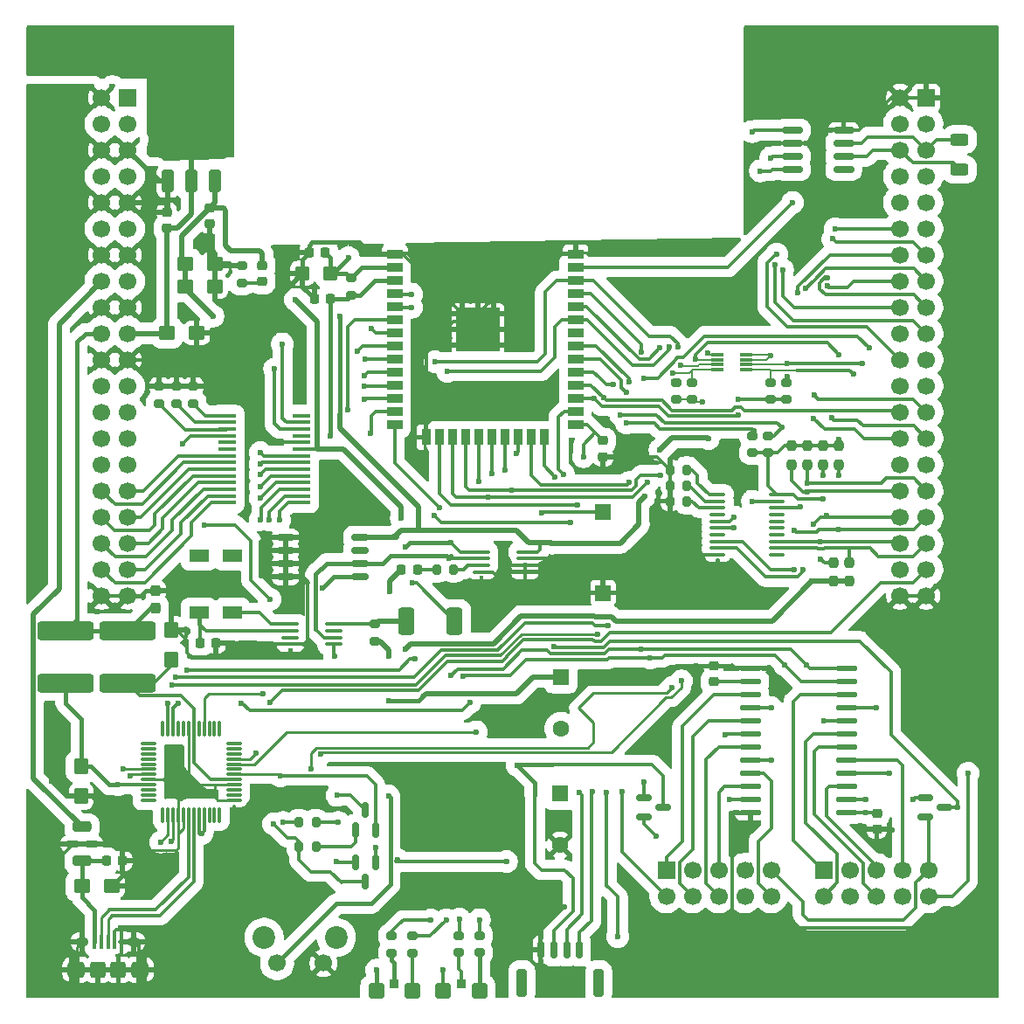
<source format=gtl>
%TF.GenerationSoftware,KiCad,Pcbnew,9.0.6-9.0.6~ubuntu25.04.1*%
%TF.CreationDate,2025-12-03T21:27:17+01:00*%
%TF.ProjectId,CPU,4350552e-6b69-4636-9164-5f7063625858,V0.4*%
%TF.SameCoordinates,Original*%
%TF.FileFunction,Copper,L1,Top*%
%TF.FilePolarity,Positive*%
%FSLAX46Y46*%
G04 Gerber Fmt 4.6, Leading zero omitted, Abs format (unit mm)*
G04 Created by KiCad (PCBNEW 9.0.6-9.0.6~ubuntu25.04.1) date 2025-12-03 21:27:17*
%MOMM*%
%LPD*%
G01*
G04 APERTURE LIST*
G04 Aperture macros list*
%AMRoundRect*
0 Rectangle with rounded corners*
0 $1 Rounding radius*
0 $2 $3 $4 $5 $6 $7 $8 $9 X,Y pos of 4 corners*
0 Add a 4 corners polygon primitive as box body*
4,1,4,$2,$3,$4,$5,$6,$7,$8,$9,$2,$3,0*
0 Add four circle primitives for the rounded corners*
1,1,$1+$1,$2,$3*
1,1,$1+$1,$4,$5*
1,1,$1+$1,$6,$7*
1,1,$1+$1,$8,$9*
0 Add four rect primitives between the rounded corners*
20,1,$1+$1,$2,$3,$4,$5,0*
20,1,$1+$1,$4,$5,$6,$7,0*
20,1,$1+$1,$6,$7,$8,$9,0*
20,1,$1+$1,$8,$9,$2,$3,0*%
G04 Aperture macros list end*
%TA.AperFunction,SMDPad,CuDef*%
%ADD10RoundRect,0.225000X-0.250000X0.225000X-0.250000X-0.225000X0.250000X-0.225000X0.250000X0.225000X0*%
%TD*%
%TA.AperFunction,SMDPad,CuDef*%
%ADD11R,1.900000X1.300000*%
%TD*%
%TA.AperFunction,SMDPad,CuDef*%
%ADD12RoundRect,0.200000X0.275000X-0.200000X0.275000X0.200000X-0.275000X0.200000X-0.275000X-0.200000X0*%
%TD*%
%TA.AperFunction,SMDPad,CuDef*%
%ADD13RoundRect,0.250000X0.457500X0.445000X-0.457500X0.445000X-0.457500X-0.445000X0.457500X-0.445000X0*%
%TD*%
%TA.AperFunction,SMDPad,CuDef*%
%ADD14RoundRect,0.200000X-0.200000X-0.275000X0.200000X-0.275000X0.200000X0.275000X-0.200000X0.275000X0*%
%TD*%
%TA.AperFunction,SMDPad,CuDef*%
%ADD15RoundRect,0.225000X0.250000X-0.225000X0.250000X0.225000X-0.250000X0.225000X-0.250000X-0.225000X0*%
%TD*%
%TA.AperFunction,SMDPad,CuDef*%
%ADD16RoundRect,0.250000X0.500000X0.500000X-0.500000X0.500000X-0.500000X-0.500000X0.500000X-0.500000X0*%
%TD*%
%TA.AperFunction,SMDPad,CuDef*%
%ADD17RoundRect,0.225000X0.225000X0.225000X-0.225000X0.225000X-0.225000X-0.225000X0.225000X-0.225000X0*%
%TD*%
%TA.AperFunction,SMDPad,CuDef*%
%ADD18RoundRect,0.249999X-0.512501X-1.075001X0.512501X-1.075001X0.512501X1.075001X-0.512501X1.075001X0*%
%TD*%
%TA.AperFunction,ComponentPad*%
%ADD19R,1.600000X1.600000*%
%TD*%
%TA.AperFunction,ComponentPad*%
%ADD20C,1.600000*%
%TD*%
%TA.AperFunction,SMDPad,CuDef*%
%ADD21RoundRect,0.250000X0.445000X-0.545000X0.445000X0.545000X-0.445000X0.545000X-0.445000X-0.545000X0*%
%TD*%
%TA.AperFunction,SMDPad,CuDef*%
%ADD22RoundRect,0.100000X-0.637500X-0.100000X0.637500X-0.100000X0.637500X0.100000X-0.637500X0.100000X0*%
%TD*%
%TA.AperFunction,SMDPad,CuDef*%
%ADD23RoundRect,0.250000X-0.545000X-0.445000X0.545000X-0.445000X0.545000X0.445000X-0.545000X0.445000X0*%
%TD*%
%TA.AperFunction,SMDPad,CuDef*%
%ADD24R,1.500000X0.900000*%
%TD*%
%TA.AperFunction,SMDPad,CuDef*%
%ADD25R,0.900000X1.500000*%
%TD*%
%TA.AperFunction,SMDPad,CuDef*%
%ADD26R,1.050000X1.050000*%
%TD*%
%TA.AperFunction,HeatsinkPad*%
%ADD27C,0.600000*%
%TD*%
%TA.AperFunction,HeatsinkPad*%
%ADD28R,4.200000X4.200000*%
%TD*%
%TA.AperFunction,SMDPad,CuDef*%
%ADD29RoundRect,0.218750X0.218750X0.256250X-0.218750X0.256250X-0.218750X-0.256250X0.218750X-0.256250X0*%
%TD*%
%TA.AperFunction,SMDPad,CuDef*%
%ADD30RoundRect,0.237500X0.237500X-0.250000X0.237500X0.250000X-0.237500X0.250000X-0.237500X-0.250000X0*%
%TD*%
%TA.AperFunction,ComponentPad*%
%ADD31R,1.700000X1.700000*%
%TD*%
%TA.AperFunction,ComponentPad*%
%ADD32C,1.700000*%
%TD*%
%TA.AperFunction,SMDPad,CuDef*%
%ADD33RoundRect,0.250000X0.350000X-0.850000X0.350000X0.850000X-0.350000X0.850000X-0.350000X-0.850000X0*%
%TD*%
%TA.AperFunction,SMDPad,CuDef*%
%ADD34RoundRect,0.249997X2.650003X-2.950003X2.650003X2.950003X-2.650003X2.950003X-2.650003X-2.950003X0*%
%TD*%
%TA.AperFunction,SMDPad,CuDef*%
%ADD35RoundRect,0.200000X0.200000X0.275000X-0.200000X0.275000X-0.200000X-0.275000X0.200000X-0.275000X0*%
%TD*%
%TA.AperFunction,SMDPad,CuDef*%
%ADD36RoundRect,0.250000X0.625000X-0.312500X0.625000X0.312500X-0.625000X0.312500X-0.625000X-0.312500X0*%
%TD*%
%TA.AperFunction,SMDPad,CuDef*%
%ADD37RoundRect,0.237500X-0.237500X0.250000X-0.237500X-0.250000X0.237500X-0.250000X0.237500X0.250000X0*%
%TD*%
%TA.AperFunction,SMDPad,CuDef*%
%ADD38RoundRect,0.100000X-0.712500X-0.100000X0.712500X-0.100000X0.712500X0.100000X-0.712500X0.100000X0*%
%TD*%
%TA.AperFunction,SMDPad,CuDef*%
%ADD39RoundRect,0.162500X-0.650000X-0.162500X0.650000X-0.162500X0.650000X0.162500X-0.650000X0.162500X0*%
%TD*%
%TA.AperFunction,SMDPad,CuDef*%
%ADD40RoundRect,0.237500X0.237500X-0.300000X0.237500X0.300000X-0.237500X0.300000X-0.237500X-0.300000X0*%
%TD*%
%TA.AperFunction,SMDPad,CuDef*%
%ADD41RoundRect,0.100000X-0.100000X-0.575000X0.100000X-0.575000X0.100000X0.575000X-0.100000X0.575000X0*%
%TD*%
%TA.AperFunction,HeatsinkPad*%
%ADD42O,0.890000X1.550000*%
%TD*%
%TA.AperFunction,SMDPad,CuDef*%
%ADD43RoundRect,0.250000X-0.475000X-0.525000X0.475000X-0.525000X0.475000X0.525000X-0.475000X0.525000X0*%
%TD*%
%TA.AperFunction,HeatsinkPad*%
%ADD44O,1.250000X0.950000*%
%TD*%
%TA.AperFunction,SMDPad,CuDef*%
%ADD45RoundRect,0.250000X-0.500000X-0.525000X0.500000X-0.525000X0.500000X0.525000X-0.500000X0.525000X0*%
%TD*%
%TA.AperFunction,ComponentPad*%
%ADD46C,2.200000*%
%TD*%
%TA.AperFunction,SMDPad,CuDef*%
%ADD47RoundRect,0.225000X0.225000X0.250000X-0.225000X0.250000X-0.225000X-0.250000X0.225000X-0.250000X0*%
%TD*%
%TA.AperFunction,SMDPad,CuDef*%
%ADD48RoundRect,0.137500X-0.862500X-0.137500X0.862500X-0.137500X0.862500X0.137500X-0.862500X0.137500X0*%
%TD*%
%TA.AperFunction,SMDPad,CuDef*%
%ADD49RoundRect,0.150000X-0.587500X-0.150000X0.587500X-0.150000X0.587500X0.150000X-0.587500X0.150000X0*%
%TD*%
%TA.AperFunction,SMDPad,CuDef*%
%ADD50RoundRect,0.200000X-0.275000X0.200000X-0.275000X-0.200000X0.275000X-0.200000X0.275000X0.200000X0*%
%TD*%
%TA.AperFunction,SMDPad,CuDef*%
%ADD51R,1.500000X1.500000*%
%TD*%
%TA.AperFunction,SMDPad,CuDef*%
%ADD52RoundRect,0.218750X0.256250X-0.218750X0.256250X0.218750X-0.256250X0.218750X-0.256250X-0.218750X0*%
%TD*%
%TA.AperFunction,SMDPad,CuDef*%
%ADD53RoundRect,0.150000X0.150000X-0.587500X0.150000X0.587500X-0.150000X0.587500X-0.150000X-0.587500X0*%
%TD*%
%TA.AperFunction,SMDPad,CuDef*%
%ADD54RoundRect,0.225000X-0.225000X-0.250000X0.225000X-0.250000X0.225000X0.250000X-0.225000X0.250000X0*%
%TD*%
%TA.AperFunction,SMDPad,CuDef*%
%ADD55R,1.750000X0.450000*%
%TD*%
%TA.AperFunction,SMDPad,CuDef*%
%ADD56RoundRect,0.150000X-0.825000X-0.150000X0.825000X-0.150000X0.825000X0.150000X-0.825000X0.150000X0*%
%TD*%
%TA.AperFunction,SMDPad,CuDef*%
%ADD57RoundRect,0.250000X-0.445000X0.545000X-0.445000X-0.545000X0.445000X-0.545000X0.445000X0.545000X0*%
%TD*%
%TA.AperFunction,SMDPad,CuDef*%
%ADD58RoundRect,0.150000X-0.150000X-0.700000X0.150000X-0.700000X0.150000X0.700000X-0.150000X0.700000X0*%
%TD*%
%TA.AperFunction,SMDPad,CuDef*%
%ADD59RoundRect,0.250000X-0.250000X-1.100000X0.250000X-1.100000X0.250000X1.100000X-0.250000X1.100000X0*%
%TD*%
%TA.AperFunction,SMDPad,CuDef*%
%ADD60RoundRect,0.250000X-2.450000X0.650000X-2.450000X-0.650000X2.450000X-0.650000X2.450000X0.650000X0*%
%TD*%
%TA.AperFunction,SMDPad,CuDef*%
%ADD61RoundRect,0.075000X0.662500X0.075000X-0.662500X0.075000X-0.662500X-0.075000X0.662500X-0.075000X0*%
%TD*%
%TA.AperFunction,SMDPad,CuDef*%
%ADD62RoundRect,0.075000X0.075000X0.662500X-0.075000X0.662500X-0.075000X-0.662500X0.075000X-0.662500X0*%
%TD*%
%TA.AperFunction,SMDPad,CuDef*%
%ADD63RoundRect,0.249600X0.650400X-0.270400X0.650400X0.270400X-0.650400X0.270400X-0.650400X-0.270400X0*%
%TD*%
%TA.AperFunction,SMDPad,CuDef*%
%ADD64RoundRect,0.152500X0.470000X-0.152500X0.470000X0.152500X-0.470000X0.152500X-0.470000X-0.152500X0*%
%TD*%
%TA.AperFunction,ComponentPad*%
%ADD65C,0.610000*%
%TD*%
%TA.AperFunction,SMDPad,CuDef*%
%ADD66RoundRect,0.087500X-0.537500X-0.087500X0.537500X-0.087500X0.537500X0.087500X-0.537500X0.087500X0*%
%TD*%
%TA.AperFunction,SMDPad,CuDef*%
%ADD67RoundRect,0.150000X-0.150000X0.587500X-0.150000X-0.587500X0.150000X-0.587500X0.150000X0.587500X0*%
%TD*%
%TA.AperFunction,ViaPad*%
%ADD68C,0.600000*%
%TD*%
%TA.AperFunction,Conductor*%
%ADD69C,0.350000*%
%TD*%
%TA.AperFunction,Conductor*%
%ADD70C,0.250000*%
%TD*%
%TA.AperFunction,Conductor*%
%ADD71C,0.500000*%
%TD*%
%TA.AperFunction,Conductor*%
%ADD72C,0.400000*%
%TD*%
%TA.AperFunction,Conductor*%
%ADD73C,0.300000*%
%TD*%
%TA.AperFunction,Conductor*%
%ADD74C,0.200000*%
%TD*%
G04 APERTURE END LIST*
D10*
%TO.P,C601,1*%
%TO.N,+5VD*%
X170544000Y-138945000D03*
%TO.P,C601,2*%
%TO.N,GND*%
X170544000Y-140495000D03*
%TD*%
D11*
%TO.P,Y201,1,1*%
%TO.N,Net-(U203-OSCI)*%
X108076800Y-119513800D03*
%TO.P,Y201,2,2*%
%TO.N,unconnected-(Y201-Pad2)*%
X108076800Y-114013800D03*
%TO.P,Y201,3,3*%
%TO.N,unconnected-(Y201-Pad3)*%
X104876800Y-114013800D03*
%TO.P,Y201,4,4*%
%TO.N,Net-(U203-OSCO)*%
X104876800Y-119513800D03*
%TD*%
D12*
%TO.P,R203,1*%
%TO.N,+3.3V*%
X151138000Y-98869000D03*
%TO.P,R203,2*%
%TO.N,/SCL*%
X151138000Y-97219000D03*
%TD*%
%TO.P,R219,1*%
%TO.N,+3.3V*%
X160028000Y-104012000D03*
%TO.P,R219,2*%
%TO.N,/SCL1*%
X160028000Y-102362000D03*
%TD*%
D13*
%TO.P,C402,1*%
%TO.N,+3.3V*%
X117594000Y-86620000D03*
%TO.P,C402,2*%
%TO.N,GND*%
X114889000Y-86620000D03*
%TD*%
D14*
%TO.P,R415,1*%
%TO.N,/ESP32 Module/DTR*%
X114550000Y-142200000D03*
%TO.P,R415,2*%
%TO.N,Net-(Q401-B)*%
X116200000Y-142200000D03*
%TD*%
D15*
%TO.P,C602,1*%
%TO.N,Net-(U601-CEXT)*%
X154746000Y-126220000D03*
%TO.P,C602,2*%
%TO.N,GND*%
X154746000Y-124670000D03*
%TD*%
D16*
%TO.P,D404,1,K1*%
%TO.N,Net-(D404-K1)*%
X125544000Y-156170000D03*
%TO.P,D404,2,A*%
%TO.N,+3.3V*%
X122044000Y-156170000D03*
D17*
%TO.P,D404,3,K2*%
%TO.N,Net-(D404-K2)*%
X123794000Y-155520000D03*
%TD*%
D18*
%TO.P,D201,1,K*%
%TO.N,Net-(D201-K)*%
X124969000Y-120320000D03*
%TO.P,D201,2,A*%
%TO.N,+5VD*%
X129644000Y-120320000D03*
%TD*%
D19*
%TO.P,C201,1*%
%TO.N,Net-(C201-Pad1)*%
X139950000Y-125741067D03*
D20*
%TO.P,C201,2*%
%TO.N,Net-(C201-Pad2)*%
X139950000Y-130741067D03*
%TD*%
D21*
%TO.P,C408,1*%
%TO.N,Net-(C408-Pad1)*%
X102209600Y-124045800D03*
%TO.P,C408,2*%
%TO.N,GND*%
X102209600Y-121165800D03*
%TD*%
D22*
%TO.P,U204,1,A0*%
%TO.N,Net-(U204-A0)*%
X155133500Y-108073000D03*
%TO.P,U204,2,A1*%
%TO.N,Net-(U204-A1)*%
X155133500Y-108723000D03*
%TO.P,U204,3,A2*%
%TO.N,Net-(U204-A2)*%
X155133500Y-109373000D03*
%TO.P,U204,4,~{INT0}*%
%TO.N,unconnected-(U204-~{INT0}-Pad4)*%
X155133500Y-110023000D03*
%TO.P,U204,5,SD0*%
%TO.N,/SDA0-E*%
X155133500Y-110673000D03*
%TO.P,U204,6,SC0*%
%TO.N,/SCL0-E*%
X155133500Y-111323000D03*
%TO.P,U204,7,~{INT1}*%
%TO.N,unconnected-(U204-~{INT1}-Pad7)*%
X155133500Y-111973000D03*
%TO.P,U204,8,SD1*%
%TO.N,/SDA1-E*%
X155133500Y-112623000D03*
%TO.P,U204,9,SC1*%
%TO.N,/SCL1-E*%
X155133500Y-113273000D03*
%TO.P,U204,10,GND*%
%TO.N,GND*%
X155133500Y-113923000D03*
%TO.P,U204,11,~{INT2}*%
%TO.N,unconnected-(U204-~{INT2}-Pad11)*%
X160858500Y-113923000D03*
%TO.P,U204,12,SD2*%
%TO.N,/SDA2-E*%
X160858500Y-113273000D03*
%TO.P,U204,13,SC2*%
%TO.N,/SCL2-E*%
X160858500Y-112623000D03*
%TO.P,U204,14,~{INT3}*%
%TO.N,unconnected-(U204-~{INT3}-Pad14)*%
X160858500Y-111973000D03*
%TO.P,U204,15,SD3*%
%TO.N,unconnected-(U204-SD3-Pad15)*%
X160858500Y-111323000D03*
%TO.P,U204,16,SC3*%
%TO.N,unconnected-(U204-SC3-Pad16)*%
X160858500Y-110673000D03*
%TO.P,U204,17,~{INT}*%
%TO.N,unconnected-(U204-~{INT}-Pad17)*%
X160858500Y-110023000D03*
%TO.P,U204,18,SCL*%
%TO.N,/SCL1*%
X160858500Y-109373000D03*
%TO.P,U204,19,SDA*%
%TO.N,/SDA1*%
X160858500Y-108723000D03*
%TO.P,U204,20,VCC*%
%TO.N,+3.3V*%
X160858500Y-108073000D03*
%TD*%
D14*
%TO.P,R416,1*%
%TO.N,/ESP32 Module/RTS*%
X114550000Y-139850000D03*
%TO.P,R416,2*%
%TO.N,Net-(Q402-B)*%
X116200000Y-139850000D03*
%TD*%
D10*
%TO.P,C302,1*%
%TO.N,+5VD*%
X105926000Y-80302000D03*
%TO.P,C302,2*%
%TO.N,GND*%
X105926000Y-81852000D03*
%TD*%
D23*
%TO.P,C306,1*%
%TO.N,/VBUS*%
X93513000Y-146024600D03*
%TO.P,C306,2*%
%TO.N,GND*%
X96393000Y-146024600D03*
%TD*%
D12*
%TO.P,R220,1*%
%TO.N,+3.3V*%
X158504000Y-104012000D03*
%TO.P,R220,2*%
%TO.N,/SDA1*%
X158504000Y-102362000D03*
%TD*%
%TO.P,R401,1*%
%TO.N,/RESET*%
X119594000Y-88770000D03*
%TO.P,R401,2*%
%TO.N,+3.3V*%
X119594000Y-87120000D03*
%TD*%
D24*
%TO.P,U401,1,GND*%
%TO.N,GND*%
X123844000Y-84770000D03*
%TO.P,U401,2,VDD*%
%TO.N,+3.3V*%
X123844000Y-86040000D03*
%TO.P,U401,3,EN*%
%TO.N,/RESET*%
X123844000Y-87310000D03*
%TO.P,U401,4,SENSOR_VP*%
%TO.N,/ESP32 Module/CAN-TX*%
X123844000Y-88580000D03*
%TO.P,U401,5,SENSOR_VN*%
%TO.N,/ESP32 Module/CAN-RX*%
X123844000Y-89850000D03*
%TO.P,U401,6,IO34*%
%TO.N,/IO8*%
X123844000Y-91120000D03*
%TO.P,U401,7,IO35*%
%TO.N,/T2CK*%
X123844000Y-92390000D03*
%TO.P,U401,8,IO32*%
%TO.N,/PWM0*%
X123844000Y-93660000D03*
%TO.P,U401,9,IO33*%
%TO.N,/PWM1*%
X123844000Y-94930000D03*
%TO.P,U401,10,IO25*%
%TO.N,/PWM2*%
X123844000Y-96200000D03*
%TO.P,U401,11,IO26*%
%TO.N,/PWM3*%
X123844000Y-97470000D03*
%TO.P,U401,12,IO27*%
%TO.N,/PWM4*%
X123844000Y-98740000D03*
%TO.P,U401,13,IO14*%
%TO.N,/RW*%
X123844000Y-100010000D03*
%TO.P,U401,14,IO12*%
%TO.N,Net-(U401-IO12)*%
X123844000Y-101280000D03*
D25*
%TO.P,U401,15,GND*%
%TO.N,GND*%
X126884000Y-102530000D03*
%TO.P,U401,16,IO13*%
%TO.N,/E*%
X128154000Y-102530000D03*
%TO.P,U401,17,SHD/SD2*%
%TO.N,/RX2*%
X129424000Y-102530000D03*
%TO.P,U401,18,SWP/SD3*%
%TO.N,/TX2*%
X130694000Y-102530000D03*
%TO.P,U401,19,SCS/CMD*%
%TO.N,/SCS*%
X131964000Y-102530000D03*
%TO.P,U401,20,SCK/CLK*%
%TO.N,/SCK*%
X133234000Y-102530000D03*
%TO.P,U401,21,SDO/SD0*%
%TO.N,/SDO*%
X134504000Y-102530000D03*
%TO.P,U401,22,SDI/SD1*%
%TO.N,/SDI*%
X135774000Y-102530000D03*
%TO.P,U401,23,IO15*%
%TO.N,/RS*%
X137044000Y-102530000D03*
%TO.P,U401,24,IO2*%
%TO.N,Net-(U401-IO2)*%
X138314000Y-102530000D03*
D24*
%TO.P,U401,25,IO0*%
%TO.N,/ESP32 Module/BOOT*%
X141344000Y-101280000D03*
%TO.P,U401,26,IO4*%
%TO.N,Net-(U401-IO4)*%
X141344000Y-100010000D03*
%TO.P,U401,27,IO16*%
%TO.N,/RX1*%
X141344000Y-98740000D03*
%TO.P,U401,28,IO17*%
%TO.N,/TX1*%
X141344000Y-97470000D03*
%TO.P,U401,29,IO5*%
%TO.N,Net-(U401-IO5)*%
X141344000Y-96200000D03*
%TO.P,U401,30,IO18*%
%TO.N,/SDA1*%
X141344000Y-94930000D03*
%TO.P,U401,31,IO19*%
%TO.N,/SCL1*%
X141344000Y-93660000D03*
%TO.P,U401,32,NC*%
%TO.N,unconnected-(U401-NC-Pad32)*%
X141344000Y-92390000D03*
%TO.P,U401,33,IO21*%
%TO.N,/SDA*%
X141344000Y-91120000D03*
%TO.P,U401,34,RXD0/IO3*%
%TO.N,/ESP32 Module/RX0*%
X141344000Y-89850000D03*
%TO.P,U401,35,TXD0/IO1*%
%TO.N,/ESP32 Module/TX0*%
X141344000Y-88580000D03*
%TO.P,U401,36,IO22*%
%TO.N,/SCL*%
X141344000Y-87310000D03*
%TO.P,U401,37,IO23*%
%TO.N,/T1CK*%
X141344000Y-86040000D03*
%TO.P,U401,38,GND*%
%TO.N,GND*%
X141344000Y-84770000D03*
D26*
%TO.P,U401,39,GND*%
X130389000Y-90585000D03*
D27*
X130389000Y-91347500D03*
D26*
X130389000Y-92110000D03*
D27*
X130389000Y-92872500D03*
D26*
X130389000Y-93635000D03*
D27*
X131151500Y-90585000D03*
X131151500Y-92110000D03*
X131151500Y-93635000D03*
D26*
X131914000Y-90585000D03*
D27*
X131914000Y-91347500D03*
D26*
X131914000Y-92110000D03*
D28*
X131914000Y-92110000D03*
D27*
X131914000Y-92872500D03*
D26*
X131914000Y-93635000D03*
D27*
X132676500Y-90585000D03*
X132676500Y-92110000D03*
X132676500Y-93635000D03*
D26*
X133439000Y-90585000D03*
D27*
X133439000Y-91347500D03*
D26*
X133439000Y-92110000D03*
D27*
X133439000Y-92872500D03*
D26*
X133439000Y-93635000D03*
%TD*%
D29*
%TO.P,D202,1,K*%
%TO.N,Net-(D202-K)*%
X126043000Y-115316000D03*
%TO.P,D202,2,A*%
%TO.N,+3.3V*%
X124468000Y-115316000D03*
%TD*%
D30*
%TO.P,R217,1*%
%TO.N,+3.3V*%
X167902000Y-116482500D03*
%TO.P,R217,2*%
%TO.N,/SDA2-E*%
X167902000Y-114657500D03*
%TD*%
D31*
%TO.P,J602,1,Pin_1*%
%TO.N,Net-(J602-Pin_1)*%
X150154000Y-144445000D03*
D32*
%TO.P,J602,2,Pin_2*%
%TO.N,Net-(J602-Pin_2)*%
X150154000Y-146985000D03*
%TO.P,J602,3,Pin_3*%
%TO.N,Net-(J601-Pin_3)*%
X152694000Y-144445000D03*
%TO.P,J602,4,Pin_4*%
%TO.N,Net-(J602-Pin_4)*%
X152694000Y-146985000D03*
%TO.P,J602,5,Pin_5*%
%TO.N,Net-(J602-Pin_5)*%
X155234000Y-144445000D03*
%TO.P,J602,6,Pin_6*%
%TO.N,Net-(J602-Pin_6)*%
X155234000Y-146985000D03*
%TO.P,J602,7,Pin_7*%
%TO.N,Net-(J602-Pin_7)*%
X157774000Y-144445000D03*
%TO.P,J602,8,Pin_8*%
%TO.N,Net-(J602-Pin_8)*%
X157774000Y-146985000D03*
%TO.P,J602,9,Pin_9*%
%TO.N,Net-(J601-Pin_9)*%
X160314000Y-144445000D03*
%TO.P,J602,10,Pin_10*%
%TO.N,Net-(J602-Pin_10)*%
X160314000Y-146985000D03*
%TD*%
D12*
%TO.P,R411,1*%
%TO.N,Net-(D403-K2)*%
X130032500Y-152467000D03*
%TO.P,R411,2*%
%TO.N,Net-(U401-IO2)*%
X130032500Y-150817000D03*
%TD*%
D14*
%TO.P,R204,1*%
%TO.N,Net-(D202-K)*%
X127898000Y-115316000D03*
%TO.P,R204,2*%
%TO.N,Net-(U201-O.S.)*%
X129548000Y-115316000D03*
%TD*%
D33*
%TO.P,U301,1,GND*%
%TO.N,GND*%
X101836500Y-77720000D03*
%TO.P,U301,2,VO*%
%TO.N,+3.3V*%
X104116500Y-77720000D03*
D34*
X104116500Y-71420000D03*
D33*
%TO.P,U301,3,VI*%
%TO.N,+5VD*%
X106396500Y-77720000D03*
%TD*%
D12*
%TO.P,R301,1*%
%TO.N,Net-(D301-K)*%
X109006000Y-87577000D03*
%TO.P,R301,2*%
%TO.N,GND*%
X109006000Y-85927000D03*
%TD*%
D35*
%TO.P,R214,1*%
%TO.N,Net-(U204-A0)*%
X152154000Y-105664000D03*
%TO.P,R214,2*%
%TO.N,GND*%
X150504000Y-105664000D03*
%TD*%
D36*
%TO.P,R410,1*%
%TO.N,/CANL*%
X178570000Y-76585000D03*
%TO.P,R410,2*%
%TO.N,/CANH*%
X178570000Y-73660000D03*
%TD*%
D16*
%TO.P,D403,1,K1*%
%TO.N,Net-(D403-K1)*%
X132044000Y-156157500D03*
%TO.P,D403,2,A*%
%TO.N,+3.3V*%
X128544000Y-156157500D03*
D17*
%TO.P,D403,3,K2*%
%TO.N,Net-(D403-K2)*%
X130294000Y-155507500D03*
%TD*%
D37*
%TO.P,R209,1*%
%TO.N,+3.3V*%
X163838000Y-103331000D03*
%TO.P,R209,2*%
%TO.N,/SDA0-E*%
X163838000Y-105156000D03*
%TD*%
D38*
%TO.P,U201,1,SDA*%
%TO.N,/SDA-5V*%
X132231500Y-113645000D03*
%TO.P,U201,2,SCL*%
%TO.N,/SCL-5V*%
X132231500Y-114295000D03*
%TO.P,U201,3,O.S.*%
%TO.N,Net-(U201-O.S.)*%
X132231500Y-114945000D03*
%TO.P,U201,4,GND*%
%TO.N,GND*%
X132231500Y-115595000D03*
%TO.P,U201,5,A2*%
X136456500Y-115595000D03*
%TO.P,U201,6,A1*%
X136456500Y-114945000D03*
%TO.P,U201,7,A0*%
X136456500Y-114295000D03*
%TO.P,U201,8,+Vs*%
%TO.N,+5VD*%
X136456500Y-113645000D03*
%TD*%
D39*
%TO.P,U207,1,A0*%
%TO.N,GND*%
X113256500Y-112215000D03*
%TO.P,U207,2,A1*%
X113256500Y-113485000D03*
%TO.P,U207,3,A2*%
X113256500Y-114755000D03*
%TO.P,U207,4,GND*%
X113256500Y-116025000D03*
%TO.P,U207,5,SDA*%
%TO.N,/SDA-5V*%
X120431500Y-116025000D03*
%TO.P,U207,6,SCL*%
%TO.N,/SCL-5V*%
X120431500Y-114755000D03*
%TO.P,U207,7,WP*%
%TO.N,unconnected-(U207-WP-Pad7)*%
X120431500Y-113485000D03*
%TO.P,U207,8,VCC*%
%TO.N,+5VD*%
X120431500Y-112215000D03*
%TD*%
D35*
%TO.P,R218,1*%
%TO.N,Net-(U204-A2)*%
X152154000Y-108712000D03*
%TO.P,R218,2*%
%TO.N,GND*%
X150504000Y-108712000D03*
%TD*%
%TO.P,R216,1*%
%TO.N,Net-(U204-A1)*%
X152154000Y-107188000D03*
%TO.P,R216,2*%
%TO.N,GND*%
X150504000Y-107188000D03*
%TD*%
D12*
%TO.P,R413,1*%
%TO.N,Net-(D404-K2)*%
X123544000Y-152495000D03*
%TO.P,R413,2*%
%TO.N,Net-(U401-IO5)*%
X123544000Y-150845000D03*
%TD*%
D37*
%TO.P,R211,1*%
%TO.N,+3.3V*%
X165362000Y-103331000D03*
%TO.P,R211,2*%
%TO.N,/SCL1-E*%
X165362000Y-105156000D03*
%TD*%
D23*
%TO.P,C301,1*%
%TO.N,+5VD*%
X103564000Y-85720000D03*
%TO.P,C301,2*%
%TO.N,GND*%
X106444000Y-85720000D03*
%TD*%
D40*
%TO.P,C410,1*%
%TO.N,+3.3V*%
X100660200Y-119098400D03*
%TO.P,C410,2*%
%TO.N,GND*%
X100660200Y-117373400D03*
%TD*%
D12*
%TO.P,R412,1*%
%TO.N,Net-(D403-K1)*%
X132044000Y-152482500D03*
%TO.P,R412,2*%
%TO.N,Net-(U401-IO4)*%
X132044000Y-150832500D03*
%TD*%
D41*
%TO.P,J101,1,VBUS*%
%TO.N,/VBUS*%
X94752000Y-151409400D03*
%TO.P,J101,2,D-*%
%TO.N,/ESP32 Module/D-*%
X95402000Y-151409400D03*
%TO.P,J101,3,D+*%
%TO.N,/ESP32 Module/D+*%
X96052000Y-151409400D03*
%TO.P,J101,4,ID*%
%TO.N,GND*%
X96702000Y-151409400D03*
%TO.P,J101,5,GND*%
X97352000Y-151409400D03*
D42*
%TO.P,J101,6,Shield*%
X92552000Y-154109400D03*
D43*
X93027000Y-154109400D03*
D44*
X93552000Y-151409400D03*
D45*
X95052000Y-154109400D03*
X97052000Y-154109400D03*
D44*
X98552000Y-151409400D03*
D43*
X99077000Y-154109400D03*
D42*
X99552000Y-154109400D03*
%TD*%
D10*
%TO.P,C404,1*%
%TO.N,/ESP32 Module/BOOT*%
X144026000Y-102857000D03*
%TO.P,C404,2*%
%TO.N,GND*%
X144026000Y-104407000D03*
%TD*%
D46*
%TO.P,SW102,*%
%TO.N,*%
X118174000Y-150990000D03*
X111174000Y-150990000D03*
D32*
%TO.P,SW102,1,1*%
%TO.N,GND*%
X116924000Y-153490000D03*
%TO.P,SW102,2,2*%
%TO.N,/RESET*%
X112424000Y-153490000D03*
%TD*%
D47*
%TO.P,C401,1*%
%TO.N,/RESET*%
X117594000Y-89120000D03*
%TO.P,C401,2*%
%TO.N,GND*%
X116044000Y-89120000D03*
%TD*%
D38*
%TO.P,U203,1,OSCI*%
%TO.N,Net-(U203-OSCI)*%
X113731500Y-120645000D03*
%TO.P,U203,2,OSCO*%
%TO.N,Net-(U203-OSCO)*%
X113731500Y-121295000D03*
%TO.P,U203,3,~{INT}*%
%TO.N,unconnected-(U203-~{INT}-Pad3)*%
X113731500Y-121945000D03*
%TO.P,U203,4,VSS*%
%TO.N,GND*%
X113731500Y-122595000D03*
%TO.P,U203,5,SDA*%
%TO.N,/SDA-5V*%
X117956500Y-122595000D03*
%TO.P,U203,6,SCL*%
%TO.N,/SCL-5V*%
X117956500Y-121945000D03*
%TO.P,U203,7,CLKO*%
%TO.N,unconnected-(U203-CLKO-Pad7)*%
X117956500Y-121295000D03*
%TO.P,U203,8,VDD*%
%TO.N,Net-(D201-K)*%
X117956500Y-120645000D03*
%TD*%
D48*
%TO.P,U601,1,ADR*%
%TO.N,GND*%
X158317500Y-124924000D03*
%TO.P,U601,2,CEXT*%
%TO.N,Net-(U601-CEXT)*%
X158317500Y-126194000D03*
%TO.P,U601,3,P8*%
%TO.N,Net-(J602-Pin_1)*%
X158317500Y-127464000D03*
%TO.P,U601,4,P7*%
%TO.N,Net-(J602-Pin_8)*%
X158317500Y-128734000D03*
%TO.P,U601,5,P6*%
%TO.N,Net-(J602-Pin_4)*%
X158317500Y-130004000D03*
%TO.P,U601,6,P5*%
%TO.N,Net-(J602-Pin_2)*%
X158317500Y-131274000D03*
%TO.P,U601,7,P4*%
%TO.N,Net-(J602-Pin_6)*%
X158317500Y-132544000D03*
%TO.P,U601,8,P3*%
%TO.N,Net-(J602-Pin_7)*%
X158317500Y-133814000D03*
%TO.P,U601,9,P2*%
%TO.N,Net-(J602-Pin_10)*%
X158317500Y-135084000D03*
%TO.P,U601,10,P1*%
%TO.N,Net-(J602-Pin_5)*%
X158317500Y-136354000D03*
%TO.P,U601,11,MX1*%
%TO.N,Net-(Q602-B)*%
X158317500Y-137624000D03*
%TO.P,U601,12,VSS*%
%TO.N,GND*%
X158317500Y-138894000D03*
%TO.P,U601,13,VCC*%
%TO.N,+5VD*%
X167617500Y-138894000D03*
%TO.P,U601,14,MX2*%
%TO.N,Net-(Q601-B)*%
X167617500Y-137624000D03*
%TO.P,U601,15,P9*%
%TO.N,/SEVEN SEGMENTS/B34*%
X167617500Y-136354000D03*
%TO.P,U601,16,P10*%
%TO.N,/SEVEN SEGMENTS/P34*%
X167617500Y-135084000D03*
%TO.P,U601,17,P11*%
%TO.N,/SEVEN SEGMENTS/A34*%
X167617500Y-133814000D03*
%TO.P,U601,18,P12*%
%TO.N,/SEVEN SEGMENTS/C34*%
X167617500Y-132544000D03*
%TO.P,U601,19,P13*%
%TO.N,/SEVEN SEGMENTS/E34*%
X167617500Y-131274000D03*
%TO.P,U601,20,P14*%
%TO.N,/SEVEN SEGMENTS/D34*%
X167617500Y-130004000D03*
%TO.P,U601,21,P15*%
%TO.N,/SEVEN SEGMENTS/G34*%
X167617500Y-128734000D03*
%TO.P,U601,22,P16*%
%TO.N,/SEVEN SEGMENTS/F34*%
X167617500Y-127464000D03*
%TO.P,U601,23,SDA*%
%TO.N,/SDA-5V*%
X167617500Y-126194000D03*
%TO.P,U601,24,SCL*%
%TO.N,/SCL-5V*%
X167617500Y-124924000D03*
%TD*%
D49*
%TO.P,Q602,1,B*%
%TO.N,Net-(Q602-B)*%
X148006500Y-137420000D03*
%TO.P,Q602,2,E*%
%TO.N,Net-(J601-Pin_3)*%
X148006500Y-139320000D03*
%TO.P,Q602,3,C*%
%TO.N,+5VD*%
X149881500Y-138370000D03*
%TD*%
%TO.P,Q601,1,B*%
%TO.N,Net-(Q601-B)*%
X175223000Y-137436000D03*
%TO.P,Q601,2,E*%
%TO.N,Net-(J601-Pin_9)*%
X175223000Y-139336000D03*
%TO.P,Q601,3,C*%
%TO.N,+5VD*%
X177098000Y-138386000D03*
%TD*%
D12*
%TO.P,R206,1*%
%TO.N,+5VD*%
X160282000Y-98869000D03*
%TO.P,R206,2*%
%TO.N,/SDA-5V*%
X160282000Y-97219000D03*
%TD*%
D47*
%TO.P,C403,1*%
%TO.N,+3.3V*%
X117094000Y-84620000D03*
%TO.P,C403,2*%
%TO.N,GND*%
X115544000Y-84620000D03*
%TD*%
D50*
%TO.P,R201,1*%
%TO.N,Net-(D201-K)*%
X121894000Y-120645000D03*
%TO.P,R201,2*%
%TO.N,Net-(C201-Pad1)*%
X121894000Y-122295000D03*
%TD*%
D51*
%TO.P,SW101,1,1*%
%TO.N,GND*%
X144026000Y-117602000D03*
%TO.P,SW101,2,2*%
%TO.N,/ESP32 Module/BOOT*%
X144026000Y-109802000D03*
%TD*%
D52*
%TO.P,D301,1,K*%
%TO.N,Net-(D301-K)*%
X111006000Y-87427000D03*
%TO.P,D301,2,A*%
%TO.N,+5VD*%
X111006000Y-85852000D03*
%TD*%
D12*
%TO.P,R210,1*%
%TO.N,Net-(U205-A1)*%
X102674000Y-99247000D03*
%TO.P,R210,2*%
%TO.N,GND*%
X102674000Y-97597000D03*
%TD*%
D30*
%TO.P,R215,1*%
%TO.N,+3.3V*%
X166378000Y-116482500D03*
%TO.P,R215,2*%
%TO.N,/SCL2-E*%
X166378000Y-114657500D03*
%TD*%
D19*
%TO.P,C202,1*%
%TO.N,Net-(C201-Pad2)*%
X139850000Y-137050000D03*
D20*
%TO.P,C202,2*%
%TO.N,GND*%
X139850000Y-142050000D03*
%TD*%
D53*
%TO.P,Q401,1,B*%
%TO.N,Net-(Q401-B)*%
X120050000Y-140550000D03*
%TO.P,Q401,2,E*%
%TO.N,/ESP32 Module/RTS*%
X121950000Y-140550000D03*
%TO.P,Q401,3,C*%
%TO.N,/RESET*%
X121000000Y-138675000D03*
%TD*%
D12*
%TO.P,R212,1*%
%TO.N,Net-(U205-A0)*%
X104325000Y-99247000D03*
%TO.P,R212,2*%
%TO.N,GND*%
X104325000Y-97597000D03*
%TD*%
D54*
%TO.P,C203,1*%
%TO.N,Net-(U203-OSCO)*%
X104952800Y-122478800D03*
%TO.P,C203,2*%
%TO.N,GND*%
X106502800Y-122478800D03*
%TD*%
D37*
%TO.P,R208,1*%
%TO.N,+3.3V*%
X162314000Y-103331000D03*
%TO.P,R208,2*%
%TO.N,/SCL0-E*%
X162314000Y-105156000D03*
%TD*%
D55*
%TO.P,U205,1,GPB0*%
%TO.N,/D0*%
X114783000Y-108870000D03*
%TO.P,U205,2,GPB1*%
%TO.N,/D1*%
X114783000Y-108220000D03*
%TO.P,U205,3,GPB2*%
%TO.N,/D2*%
X114783000Y-107570000D03*
%TO.P,U205,4,GPB3*%
%TO.N,/D3*%
X114783000Y-106920000D03*
%TO.P,U205,5,GPB4*%
%TO.N,/D4*%
X114783000Y-106270000D03*
%TO.P,U205,6,GPB5*%
%TO.N,/D5*%
X114783000Y-105620000D03*
%TO.P,U205,7,GPB6*%
%TO.N,/D6*%
X114783000Y-104970000D03*
%TO.P,U205,8,GPB7*%
%TO.N,/D7*%
X114783000Y-104320000D03*
%TO.P,U205,9,VDD*%
%TO.N,+3.3V*%
X114783000Y-103670000D03*
%TO.P,U205,10,VSS*%
%TO.N,GND*%
X114783000Y-103020000D03*
%TO.P,U205,11,NC*%
%TO.N,unconnected-(U205-NC-Pad11)*%
X114783000Y-102370000D03*
%TO.P,U205,12,SCK*%
%TO.N,/SCL*%
X114783000Y-101720000D03*
%TO.P,U205,13,SDA*%
%TO.N,/SDA*%
X114783000Y-101070000D03*
%TO.P,U205,14,NC*%
%TO.N,unconnected-(U205-NC-Pad14)*%
X114783000Y-100420000D03*
%TO.P,U205,15,A0*%
%TO.N,Net-(U205-A0)*%
X107583000Y-100420000D03*
%TO.P,U205,16,A1*%
%TO.N,Net-(U205-A1)*%
X107583000Y-101070000D03*
%TO.P,U205,17,A2*%
%TO.N,Net-(U205-A2)*%
X107583000Y-101720000D03*
%TO.P,U205,18,~{RESET}*%
%TO.N,/RESET*%
X107583000Y-102370000D03*
%TO.P,U205,19,INTB*%
%TO.N,unconnected-(U205-INTB-Pad19)*%
X107583000Y-103020000D03*
%TO.P,U205,20,INTA*%
%TO.N,unconnected-(U205-INTA-Pad20)*%
X107583000Y-103670000D03*
%TO.P,U205,21,GPA0*%
%TO.N,/IO0*%
X107583000Y-104320000D03*
%TO.P,U205,22,GPA1*%
%TO.N,/IO1*%
X107583000Y-104970000D03*
%TO.P,U205,23,GPA2*%
%TO.N,/IO2*%
X107583000Y-105620000D03*
%TO.P,U205,24,GPA3*%
%TO.N,/IO3*%
X107583000Y-106270000D03*
%TO.P,U205,25,GPA4*%
%TO.N,/IO4*%
X107583000Y-106920000D03*
%TO.P,U205,26,GPA5*%
%TO.N,/IO5*%
X107583000Y-107570000D03*
%TO.P,U205,27,GPA6*%
%TO.N,/IO6*%
X107583000Y-108220000D03*
%TO.P,U205,28,GPA7*%
%TO.N,/IO7*%
X107583000Y-108870000D03*
%TD*%
D23*
%TO.P,C304,1*%
%TO.N,+3.3V*%
X101764000Y-92420000D03*
%TO.P,C304,2*%
%TO.N,GND*%
X104644000Y-92420000D03*
%TD*%
D56*
%TO.P,U403,1,TXD*%
%TO.N,/ESP32 Module/CAN-TX*%
X162379000Y-72771000D03*
%TO.P,U403,2,GND*%
%TO.N,GND*%
X162379000Y-74041000D03*
%TO.P,U403,3,VCC*%
%TO.N,+5VD*%
X162379000Y-75311000D03*
%TO.P,U403,4,RXD*%
%TO.N,/ESP32 Module/CAN-RX*%
X162379000Y-76581000D03*
%TO.P,U403,5,NC*%
%TO.N,unconnected-(U403-NC-Pad5)*%
X167329000Y-76581000D03*
%TO.P,U403,6,CANL*%
%TO.N,/CANL*%
X167329000Y-75311000D03*
%TO.P,U403,7,CANH*%
%TO.N,/CANH*%
X167329000Y-74041000D03*
%TO.P,U403,8,S*%
%TO.N,GND*%
X167329000Y-72771000D03*
%TD*%
D57*
%TO.P,C409,1*%
%TO.N,Net-(U402-VIO)*%
X93446600Y-134424600D03*
%TO.P,C409,2*%
%TO.N,GND*%
X93446600Y-137304600D03*
%TD*%
D58*
%TO.P,J102,1,Pin_1*%
%TO.N,GND*%
X137994000Y-152170000D03*
%TO.P,J102,2,Pin_2*%
%TO.N,+5VD*%
X139244000Y-152170000D03*
%TO.P,J102,3,Pin_3*%
%TO.N,/SCL-5V*%
X140494000Y-152170000D03*
%TO.P,J102,4,Pin_4*%
%TO.N,/SDA-5V*%
X141744000Y-152170000D03*
D59*
%TO.P,J102,MP*%
%TO.N,N/C*%
X136144000Y-155370000D03*
X143594000Y-155370000D03*
%TD*%
D60*
%TO.P,L401,1*%
%TO.N,+3.3V*%
X97942400Y-121275000D03*
%TO.P,L401,2*%
%TO.N,Net-(C408-Pad1)*%
X97942400Y-126375000D03*
%TD*%
D61*
%TO.P,U402,1,GND*%
%TO.N,GND*%
X108273100Y-137697950D03*
%TO.P,U402,2,LOW_POWER*%
%TO.N,unconnected-(U402-LOW_POWER-Pad2)*%
X108273100Y-137197950D03*
%TO.P,U402,3,GPIOD2/~{DSRD}*%
%TO.N,unconnected-(U402-GPIOD2{slash}~{DSRD}-Pad3)*%
X108273100Y-136697950D03*
%TO.P,U402,4,GND*%
%TO.N,GND*%
X108273100Y-136197950D03*
%TO.P,U402,5,VCC*%
%TO.N,Net-(C408-Pad1)*%
X108273100Y-135697950D03*
%TO.P,U402,6,GPIOA5/~{RTSA}/RS485A*%
%TO.N,/ESP32 Module/RTS*%
X108273100Y-135197950D03*
%TO.P,U402,7,GPIOA4/~{CTSA}*%
%TO.N,/ESP32 Module/CTS*%
X108273100Y-134697950D03*
%TO.P,U402,8,TXB*%
%TO.N,/TX1*%
X108273100Y-134197950D03*
%TO.P,U402,9,RXB*%
%TO.N,/RX1*%
X108273100Y-133697950D03*
%TO.P,U402,10,GPIOB5/~{RTSB}/RS485B*%
%TO.N,unconnected-(U402-GPIOB5{slash}~{RTSB}{slash}RS485B-Pad10)*%
X108273100Y-133197950D03*
%TO.P,U402,11,GPIOB4/~{CTSB}*%
%TO.N,unconnected-(U402-GPIOB4{slash}~{CTSB}-Pad11)*%
X108273100Y-132697950D03*
%TO.P,U402,12,GPIOB3/~{DTRB}*%
%TO.N,unconnected-(U402-GPIOB3{slash}~{DTRB}-Pad12)*%
X108273100Y-132197950D03*
D62*
%TO.P,U402,13,GPIOB2/~{DSRB}*%
%TO.N,unconnected-(U402-GPIOB2{slash}~{DSRB}-Pad13)*%
X106860600Y-130785450D03*
%TO.P,U402,14,GPIOB1/~{CDB}*%
%TO.N,unconnected-(U402-GPIOB1{slash}~{CDB}-Pad14)*%
X106360600Y-130785450D03*
%TO.P,U402,15,GPIOB0/~{RIB}/~{RWKB}*%
%TO.N,unconnected-(U402-GPIOB0{slash}~{RIB}{slash}~{RWKB}-Pad15)*%
X105860600Y-130785450D03*
%TO.P,U402,16,GPIOA3/~{DTRA}*%
%TO.N,/ESP32 Module/DTR*%
X105360600Y-130785450D03*
%TO.P,U402,17,GPIOA2/~{DSRA}*%
%TO.N,/ESP32 Module/DSR*%
X104860600Y-130785450D03*
%TO.P,U402,18,VCC*%
%TO.N,Net-(C408-Pad1)*%
X104360600Y-130785450D03*
%TO.P,U402,19,GND*%
%TO.N,GND*%
X103860600Y-130785450D03*
%TO.P,U402,20,GPIOA1/~{CDA}*%
%TO.N,/ESP32 Module/DCD*%
X103360600Y-130785450D03*
%TO.P,U402,21,GPIOA0/~{RIA}/~{RWKA}*%
%TO.N,/ESP32 Module/RING*%
X102860600Y-130785450D03*
%TO.P,U402,22,TXC*%
%TO.N,/TX2*%
X102360600Y-130785450D03*
%TO.P,U402,23,RXC*%
%TO.N,/RX2*%
X101860600Y-130785450D03*
%TO.P,U402,24,GPIOC5/~{RTSC}/RS485C*%
%TO.N,unconnected-(U402-GPIOC5{slash}~{RTSC}{slash}RS485C-Pad24)*%
X101360600Y-130785450D03*
D61*
%TO.P,U402,25,GPIOC4/~{CTSC}*%
%TO.N,unconnected-(U402-GPIOC4{slash}~{CTSC}-Pad25)*%
X99948100Y-132197950D03*
%TO.P,U402,26,GPIOC3/~{DTRC}*%
%TO.N,unconnected-(U402-GPIOC3{slash}~{DTRC}-Pad26)*%
X99948100Y-132697950D03*
%TO.P,U402,27,GPIOC2/~{DSRC}*%
%TO.N,unconnected-(U402-GPIOC2{slash}~{DSRC}-Pad27)*%
X99948100Y-133197950D03*
%TO.P,U402,28,GPIOC1/~{CDC}*%
%TO.N,unconnected-(U402-GPIOC1{slash}~{CDC}-Pad28)*%
X99948100Y-133697950D03*
%TO.P,U402,29,GPIOC0/~{RIC}/~{RWKC}*%
%TO.N,unconnected-(U402-GPIOC0{slash}~{RIC}{slash}~{RWKC}-Pad29)*%
X99948100Y-134197950D03*
%TO.P,U402,30,TXA*%
%TO.N,/ESP32 Module/TX0*%
X99948100Y-134697950D03*
%TO.P,U402,31,RXA*%
%TO.N,/ESP32 Module/RX0*%
X99948100Y-135197950D03*
%TO.P,U402,32,GND*%
%TO.N,GND*%
X99948100Y-135697950D03*
%TO.P,U402,33,VCC*%
%TO.N,Net-(U402-VIO)*%
X99948100Y-136197950D03*
%TO.P,U402,34,GPIOD1/~{CDD}*%
%TO.N,unconnected-(U402-GPIOD1{slash}~{CDD}-Pad34)*%
X99948100Y-136697950D03*
%TO.P,U402,35,SDA*%
%TO.N,unconnected-(U402-SDA-Pad35)*%
X99948100Y-137197950D03*
%TO.P,U402,36,SCL*%
%TO.N,unconnected-(U402-SCL-Pad36)*%
X99948100Y-137697950D03*
D62*
%TO.P,U402,37,GPIOD0/~{RID}/~{RWKD}*%
%TO.N,unconnected-(U402-GPIOD0{slash}~{RID}{slash}~{RWKD}-Pad37)*%
X101360600Y-139110450D03*
%TO.P,U402,38,TXD*%
%TO.N,/TX3*%
X101860600Y-139110450D03*
%TO.P,U402,39,RXD*%
%TO.N,/RX3*%
X102360600Y-139110450D03*
%TO.P,U402,40,GND*%
%TO.N,GND*%
X102860600Y-139110450D03*
%TO.P,U402,41,GND*%
X103360600Y-139110450D03*
%TO.P,U402,42,USB_D-*%
%TO.N,/ESP32 Module/D-*%
X103860600Y-139110450D03*
%TO.P,U402,43,USB_D+*%
%TO.N,/ESP32 Module/D+*%
X104360600Y-139110450D03*
%TO.P,U402,44,VCC*%
%TO.N,Net-(U402-VIO)*%
X104860600Y-139110450D03*
%TO.P,U402,45,VCC*%
X105360600Y-139110450D03*
%TO.P,U402,46,GPIOD5/~{RTSD}/RS485D*%
%TO.N,unconnected-(U402-GPIOD5{slash}~{RTSD}{slash}RS485D-Pad46)*%
X105860600Y-139110450D03*
%TO.P,U402,47,GPIOD4/~{CTSD}*%
%TO.N,unconnected-(U402-GPIOD4{slash}~{CTSD}-Pad47)*%
X106360600Y-139110450D03*
%TO.P,U402,48,GPIOD3/~{DTRD}*%
%TO.N,unconnected-(U402-GPIOD3{slash}~{DTRD}-Pad48)*%
X106860600Y-139110450D03*
%TD*%
D63*
%TO.P,FL301,1,IN*%
%TO.N,/VBUS*%
X93509700Y-143534800D03*
D64*
%TO.P,FL301,2,GND*%
%TO.N,GND*%
X94437200Y-141909800D03*
D65*
X94614700Y-141909800D03*
D63*
%TO.P,FL301,3,OUT*%
%TO.N,+5VD*%
X93509700Y-140284800D03*
D65*
%TO.P,FL301,4,GND*%
%TO.N,GND*%
X92404700Y-141909800D03*
D64*
X92582200Y-141909800D03*
%TD*%
D66*
%TO.P,U202,1,GND*%
%TO.N,GND*%
X155072000Y-94500000D03*
%TO.P,U202,2,VREF1*%
%TO.N,+3.3V*%
X155072000Y-95000000D03*
%TO.P,U202,3,SCL1*%
%TO.N,/SCL*%
X155072000Y-95500000D03*
%TO.P,U202,4,SDA1*%
%TO.N,/SDA*%
X155072000Y-96000000D03*
%TO.P,U202,5,SDA2*%
%TO.N,/SDA-5V*%
X157872000Y-96000000D03*
%TO.P,U202,6,SCL2*%
%TO.N,/SCL-5V*%
X157872000Y-95500000D03*
%TO.P,U202,7,VREF2*%
%TO.N,+5VD*%
X157872000Y-95000000D03*
%TO.P,U202,8,EN*%
X157872000Y-94500000D03*
%TD*%
D12*
%TO.P,R207,1*%
%TO.N,Net-(U205-A2)*%
X101023000Y-99247000D03*
%TO.P,R207,2*%
%TO.N,GND*%
X101023000Y-97597000D03*
%TD*%
%TO.P,R414,1*%
%TO.N,Net-(D404-K1)*%
X125544000Y-152495000D03*
%TO.P,R414,2*%
%TO.N,Net-(U401-IO12)*%
X125544000Y-150845000D03*
%TD*%
D31*
%TO.P,J501,1,Pin_1*%
%TO.N,GND*%
X97984000Y-69620000D03*
D32*
%TO.P,J501,2,Pin_2*%
X95444000Y-69620000D03*
%TO.P,J501,3,Pin_3*%
%TO.N,+BATT*%
X97984000Y-72160000D03*
%TO.P,J501,4,Pin_4*%
X95444000Y-72160000D03*
%TO.P,J501,5,Pin_5*%
%TO.N,GND*%
X97984000Y-74700000D03*
%TO.P,J501,6,Pin_6*%
X95444000Y-74700000D03*
%TO.P,J501,7,Pin_7*%
%TO.N,+12V*%
X97984000Y-77240000D03*
%TO.P,J501,8,Pin_8*%
X95444000Y-77240000D03*
%TO.P,J501,9,Pin_9*%
%TO.N,GND*%
X97984000Y-79780000D03*
%TO.P,J501,10,Pin_10*%
X95444000Y-79780000D03*
%TO.P,J501,11,Pin_11*%
%TO.N,+5VA*%
X97984000Y-82320000D03*
%TO.P,J501,12,Pin_12*%
X95444000Y-82320000D03*
%TO.P,J501,13,Pin_13*%
%TO.N,GND*%
X97984000Y-84860000D03*
%TO.P,J501,14,Pin_14*%
X95444000Y-84860000D03*
%TO.P,J501,15,Pin_15*%
%TO.N,+5VD*%
X97984000Y-87400000D03*
%TO.P,J501,16,Pin_16*%
X95444000Y-87400000D03*
%TO.P,J501,17,Pin_17*%
%TO.N,GND*%
X97984000Y-89940000D03*
%TO.P,J501,18,Pin_18*%
X95444000Y-89940000D03*
%TO.P,J501,19,Pin_19*%
%TO.N,+3.3V*%
X97984000Y-92480000D03*
%TO.P,J501,20,Pin_20*%
X95444000Y-92480000D03*
%TO.P,J501,21,Pin_21*%
%TO.N,GND*%
X97984000Y-95020000D03*
%TO.P,J501,22,Pin_22*%
X95444000Y-95020000D03*
%TO.P,J501,23,Pin_23*%
%TO.N,/PWM0*%
X97984000Y-97560000D03*
%TO.P,J501,24,Pin_24*%
%TO.N,/PWM1*%
X95444000Y-97560000D03*
%TO.P,J501,25,Pin_25*%
%TO.N,/PWM2*%
X97984000Y-100100000D03*
%TO.P,J501,26,Pin_26*%
%TO.N,/PWM3*%
X95444000Y-100100000D03*
%TO.P,J501,27,Pin_27*%
%TO.N,/PWM4*%
X97984000Y-102640000D03*
%TO.P,J501,28,Pin_28*%
%TO.N,/CMOS_BUS/INT0*%
X95444000Y-102640000D03*
%TO.P,J501,29,Pin_29*%
%TO.N,/CMOS_BUS/INT1*%
X97984000Y-105180000D03*
%TO.P,J501,30,Pin_30*%
%TO.N,/IO8*%
X95444000Y-105180000D03*
%TO.P,J501,31,Pin_31*%
%TO.N,/IO0*%
X97984000Y-107720000D03*
%TO.P,J501,32,Pin_32*%
%TO.N,/IO1*%
X95444000Y-107720000D03*
%TO.P,J501,33,Pin_33*%
%TO.N,/IO2*%
X97984000Y-110260000D03*
%TO.P,J501,34,Pin_34*%
%TO.N,/IO3*%
X95444000Y-110260000D03*
%TO.P,J501,35,Pin_35*%
%TO.N,/IO4*%
X97984000Y-112800000D03*
%TO.P,J501,36,Pin_36*%
%TO.N,/IO5*%
X95444000Y-112800000D03*
%TO.P,J501,37,Pin_37*%
%TO.N,/IO6*%
X97984000Y-115340000D03*
%TO.P,J501,38,Pin_38*%
%TO.N,/IO7*%
X95444000Y-115340000D03*
%TO.P,J501,39,Pin_39*%
%TO.N,GND*%
X97984000Y-117880000D03*
%TO.P,J501,40,Pin_40*%
X95444000Y-117880000D03*
%TD*%
D23*
%TO.P,C305,1*%
%TO.N,+5VD*%
X103514000Y-87920000D03*
%TO.P,C305,2*%
%TO.N,GND*%
X106394000Y-87920000D03*
%TD*%
D37*
%TO.P,R213,1*%
%TO.N,+3.3V*%
X166886000Y-103331000D03*
%TO.P,R213,2*%
%TO.N,/SDA1-E*%
X166886000Y-105156000D03*
%TD*%
D54*
%TO.P,C307,1*%
%TO.N,/VBUS*%
X95909800Y-143560800D03*
%TO.P,C307,2*%
%TO.N,GND*%
X97459800Y-143560800D03*
%TD*%
D31*
%TO.P,J601,1,Pin_1*%
%TO.N,/SEVEN SEGMENTS/F34*%
X165394000Y-144445000D03*
D32*
%TO.P,J601,2,Pin_2*%
%TO.N,/SEVEN SEGMENTS/E34*%
X165394000Y-146985000D03*
%TO.P,J601,3,Pin_3*%
%TO.N,Net-(J601-Pin_3)*%
X167934000Y-144445000D03*
%TO.P,J601,4,Pin_4*%
%TO.N,/SEVEN SEGMENTS/D34*%
X167934000Y-146985000D03*
%TO.P,J601,5,Pin_5*%
%TO.N,/SEVEN SEGMENTS/B34*%
X170474000Y-144445000D03*
%TO.P,J601,6,Pin_6*%
%TO.N,/SEVEN SEGMENTS/C34*%
X170474000Y-146985000D03*
%TO.P,J601,7,Pin_7*%
%TO.N,/SEVEN SEGMENTS/A34*%
X173014000Y-144445000D03*
%TO.P,J601,8,Pin_8*%
%TO.N,/SEVEN SEGMENTS/G34*%
X173014000Y-146985000D03*
%TO.P,J601,9,Pin_9*%
%TO.N,Net-(J601-Pin_9)*%
X175554000Y-144445000D03*
%TO.P,J601,10,Pin_10*%
%TO.N,/SEVEN SEGMENTS/P34*%
X175554000Y-146985000D03*
%TD*%
D12*
%TO.P,R202,1*%
%TO.N,+3.3V*%
X152662000Y-98869000D03*
%TO.P,R202,2*%
%TO.N,/SDA*%
X152662000Y-97219000D03*
%TD*%
D67*
%TO.P,Q402,1,B*%
%TO.N,Net-(Q402-B)*%
X121950000Y-143750000D03*
%TO.P,Q402,2,E*%
%TO.N,/ESP32 Module/BOOT*%
X120050000Y-143750000D03*
%TO.P,Q402,3,C*%
%TO.N,/ESP32 Module/DTR*%
X121000000Y-145625000D03*
%TD*%
D12*
%TO.P,R205,1*%
%TO.N,+5VD*%
X161806000Y-98869000D03*
%TO.P,R205,2*%
%TO.N,/SCL-5V*%
X161806000Y-97219000D03*
%TD*%
D60*
%TO.P,L402,1*%
%TO.N,+3.3V*%
X91948000Y-121275000D03*
%TO.P,L402,2*%
%TO.N,Net-(U402-VIO)*%
X91948000Y-126375000D03*
%TD*%
D31*
%TO.P,J502,1,Pin_1*%
%TO.N,GND*%
X175344000Y-69620000D03*
D32*
%TO.P,J502,2,Pin_2*%
X172804000Y-69620000D03*
%TO.P,J502,3,Pin_3*%
%TO.N,/T1CK*%
X175344000Y-72160000D03*
%TO.P,J502,4,Pin_4*%
%TO.N,/T2CK*%
X172804000Y-72160000D03*
%TO.P,J502,5,Pin_5*%
%TO.N,/CANH*%
X175344000Y-74700000D03*
%TO.P,J502,6,Pin_6*%
%TO.N,/CANL*%
X172804000Y-74700000D03*
%TO.P,J502,7,Pin_7*%
%TO.N,/SCK*%
X175344000Y-77240000D03*
%TO.P,J502,8,Pin_8*%
%TO.N,/SDI*%
X172804000Y-77240000D03*
%TO.P,J502,9,Pin_9*%
%TO.N,/SCS*%
X175344000Y-79780000D03*
%TO.P,J502,10,Pin_10*%
%TO.N,/SDO*%
X172804000Y-79780000D03*
%TO.P,J502,11,Pin_11*%
%TO.N,/RETRO*%
X175344000Y-82320000D03*
%TO.P,J502,12,Pin_12*%
%TO.N,/D0*%
X172804000Y-82320000D03*
%TO.P,J502,13,Pin_13*%
%TO.N,/D1*%
X175344000Y-84860000D03*
%TO.P,J502,14,Pin_14*%
%TO.N,/D2*%
X172804000Y-84860000D03*
%TO.P,J502,15,Pin_15*%
%TO.N,/D3*%
X175344000Y-87400000D03*
%TO.P,J502,16,Pin_16*%
%TO.N,/D4*%
X172804000Y-87400000D03*
%TO.P,J502,17,Pin_17*%
%TO.N,/D5*%
X175344000Y-89940000D03*
%TO.P,J502,18,Pin_18*%
%TO.N,/D6*%
X172804000Y-89940000D03*
%TO.P,J502,19,Pin_19*%
%TO.N,/D7*%
X175344000Y-92480000D03*
%TO.P,J502,20,Pin_20*%
%TO.N,/E*%
X172804000Y-92480000D03*
%TO.P,J502,21,Pin_21*%
%TO.N,/RS*%
X175344000Y-95020000D03*
%TO.P,J502,22,Pin_22*%
%TO.N,/RW*%
X172804000Y-95020000D03*
%TO.P,J502,23,Pin_23*%
%TO.N,/CMOS_BUS/UART-RX0*%
X175344000Y-97560000D03*
%TO.P,J502,24,Pin_24*%
%TO.N,/CMOS_BUS/UART-TX0*%
X172804000Y-97560000D03*
%TO.P,J502,25,Pin_25*%
%TO.N,/RX1*%
X175344000Y-100100000D03*
%TO.P,J502,26,Pin_26*%
%TO.N,/TX1*%
X172804000Y-100100000D03*
%TO.P,J502,27,Pin_27*%
%TO.N,/RX2*%
X175344000Y-102640000D03*
%TO.P,J502,28,Pin_28*%
%TO.N,/TX2*%
X172804000Y-102640000D03*
%TO.P,J502,29,Pin_29*%
%TO.N,/RX3*%
X175344000Y-105180000D03*
%TO.P,J502,30,Pin_30*%
%TO.N,/TX3*%
X172804000Y-105180000D03*
%TO.P,J502,31,Pin_31*%
%TO.N,/SDA0-E*%
X175344000Y-107720000D03*
%TO.P,J502,32,Pin_32*%
%TO.N,/SCL0-E*%
X172804000Y-107720000D03*
%TO.P,J502,33,Pin_33*%
%TO.N,/SDA1-E*%
X175344000Y-110260000D03*
%TO.P,J502,34,Pin_34*%
%TO.N,/SCL1-E*%
X172804000Y-110260000D03*
%TO.P,J502,35,Pin_35*%
%TO.N,/SDA2-E*%
X175344000Y-112800000D03*
%TO.P,J502,36,Pin_36*%
%TO.N,/SCL2-E*%
X172804000Y-112800000D03*
%TO.P,J502,37,Pin_37*%
%TO.N,/RESET*%
X175344000Y-115340000D03*
%TO.P,J502,38,Pin_38*%
%TO.N,/IO9*%
X172804000Y-115340000D03*
%TO.P,J502,39,Pin_39*%
%TO.N,GND*%
X175344000Y-117880000D03*
%TO.P,J502,40,Pin_40*%
X172804000Y-117880000D03*
%TD*%
D15*
%TO.P,C303,1*%
%TO.N,+3.3V*%
X101744000Y-82270000D03*
%TO.P,C303,2*%
%TO.N,GND*%
X101744000Y-80720000D03*
%TD*%
D68*
%TO.N,GND*%
X153085800Y-124670000D03*
X149233000Y-108712000D03*
X110312200Y-140868400D03*
X140294000Y-148020000D03*
X181162000Y-142820000D03*
X90576400Y-135839200D03*
X129692400Y-138252200D03*
X153085800Y-113923000D03*
X154186000Y-94361000D03*
X136810500Y-128300000D03*
X141650000Y-117602000D03*
X163601400Y-83362800D03*
X104783000Y-83439000D03*
X158175000Y-150070000D03*
X104783000Y-83439000D03*
X171994000Y-140570000D03*
%TO.N,+5VD*%
X135712200Y-134315200D03*
X148039389Y-108236197D03*
X139221447Y-122789400D03*
X154216585Y-102663000D03*
X149538345Y-103732778D03*
X103564000Y-86870000D03*
X125548800Y-116620000D03*
X123844000Y-112120000D03*
X178368000Y-138386000D03*
X106205500Y-90779500D03*
X139073000Y-112776000D03*
X157144032Y-98880000D03*
X160282000Y-94578000D03*
X160282000Y-75438000D03*
X169478000Y-138894000D03*
X118499000Y-90805000D03*
%TO.N,+3.3V*%
X124849000Y-123063000D03*
X101600000Y-66167000D03*
X102133400Y-67183000D03*
X114181000Y-89154000D03*
X122044000Y-154170000D03*
X124468000Y-110363000D03*
X166886000Y-94488000D03*
X149936200Y-120320000D03*
X105384600Y-67233800D03*
X164242500Y-116482500D03*
X144373600Y-136956800D03*
X106502200Y-67259200D03*
X153678000Y-99060000D03*
X103124000Y-67259200D03*
X123325000Y-117475000D03*
X166886000Y-102743000D03*
X152981669Y-94939636D03*
X104216200Y-67259200D03*
X105968800Y-66192400D03*
X105105200Y-66243200D03*
X165311119Y-108527496D03*
X103378000Y-66192400D03*
X102590600Y-66192400D03*
X104241600Y-66243200D03*
X145440400Y-150952200D03*
X128544000Y-154170000D03*
X106908600Y-66192400D03*
X119344000Y-85120000D03*
%TO.N,/ESP32 Module/BOOT*%
X142121000Y-104394000D03*
X134650000Y-143650000D03*
X118200000Y-143650000D03*
X138057000Y-109855000D03*
X124143200Y-143462165D03*
%TO.N,Net-(C201-Pad1)*%
X123254659Y-123702746D03*
X123266200Y-128066800D03*
%TO.N,/PWM4*%
X120912000Y-98806000D03*
%TO.N,/PWM3*%
X120912000Y-97536000D03*
%TO.N,/PWM1*%
X120950000Y-94950000D03*
%TO.N,/PWM0*%
X120250000Y-94150000D03*
%TO.N,/PWM2*%
X120912000Y-96525000D03*
%TO.N,/SCL2-E*%
X165108000Y-114300000D03*
X165108000Y-112623000D03*
%TO.N,/SDO*%
X134544000Y-105670000D03*
%TO.N,/SCL1-E*%
X164422737Y-110955691D03*
X165362000Y-106172000D03*
X163418003Y-115316000D03*
X165668449Y-110130748D03*
%TO.N,/SDA0-E*%
X156726000Y-110236000D03*
X163838000Y-106934000D03*
%TO.N,/SCK*%
X133248400Y-106070400D03*
%TO.N,/T2CK*%
X121550000Y-91950000D03*
%TO.N,/SDI*%
X135594000Y-104120000D03*
%TO.N,/SDA1-E*%
X162568000Y-111506000D03*
X166886000Y-111486000D03*
X162568000Y-115316000D03*
X166886000Y-106172000D03*
%TO.N,/SCS*%
X131978400Y-106781600D03*
%TO.N,/SDA*%
X150462657Y-93725000D03*
X128944000Y-96139000D03*
X112944000Y-93472000D03*
X150801573Y-96301644D03*
%TO.N,/SCL*%
X151576811Y-95506523D03*
X150866398Y-97149171D03*
X112194000Y-95900000D03*
X151296218Y-93725000D03*
X127744000Y-95220000D03*
%TO.N,/T1CK*%
X162404000Y-79756000D03*
%TO.N,/ESP32 Module/RTS*%
X113050000Y-139850000D03*
X112767167Y-135345800D03*
%TO.N,/TX3*%
X116636962Y-133263000D03*
X151612600Y-126147200D03*
X101142800Y-141757400D03*
%TO.N,/RX3*%
X115747800Y-134645400D03*
X150647400Y-126796800D03*
X102133400Y-141706600D03*
%TO.N,/SEVEN SEGMENTS/D34*%
X165414000Y-130004000D03*
%TO.N,/SEVEN SEGMENTS/G34*%
X170494000Y-128720000D03*
%TO.N,/ESP32 Module/TX0*%
X97506600Y-134693950D03*
X102223800Y-126542800D03*
X143518000Y-121589800D03*
X147752823Y-94240288D03*
%TO.N,/ESP32 Module/RX0*%
X149541454Y-93893775D03*
X102590600Y-125780800D03*
X144534000Y-120751600D03*
X98229769Y-135372950D03*
%TO.N,/SCL1*%
X146513035Y-97141011D03*
X163155000Y-109220000D03*
X161328320Y-101587520D03*
X145725000Y-100330000D03*
%TO.N,/SDA1*%
X146282463Y-101154515D03*
X158504000Y-108712000D03*
X146282463Y-98200000D03*
X158628810Y-101859000D03*
%TO.N,/RX1*%
X157107000Y-100330000D03*
X143129000Y-98740000D03*
X164473000Y-98425000D03*
X110388400Y-133096000D03*
%TO.N,/SEVEN SEGMENTS/P34*%
X179384000Y-135084000D03*
X171764000Y-135084000D03*
%TO.N,/ESP32 Module/CAN-RX*%
X159266000Y-76708000D03*
X125484000Y-89916000D03*
%TO.N,Net-(J601-Pin_3)*%
X149158000Y-141180000D03*
%TO.N,/TX2*%
X164440716Y-100667787D03*
X135178800Y-107654525D03*
X102819200Y-128295400D03*
X149556782Y-106235624D03*
X108940600Y-128295400D03*
X131091400Y-128244600D03*
%TO.N,/ESP32 Module/CAN-TX*%
X125484000Y-88646000D03*
X158504000Y-72898000D03*
%TO.N,/RX2*%
X132918200Y-108331000D03*
X125779966Y-124022000D03*
X166161000Y-100644231D03*
X103682800Y-125069600D03*
X101854000Y-128270000D03*
X148344012Y-106870912D03*
%TO.N,Net-(J602-Pin_8)*%
X160334000Y-128734000D03*
%TO.N,Net-(J602-Pin_2)*%
X155858298Y-131370298D03*
X145844000Y-136900000D03*
%TO.N,/TX1*%
X131749800Y-131064000D03*
X144062074Y-98711126D03*
%TO.N,/SCL-5V*%
X169172000Y-95377000D03*
X141740000Y-136906000D03*
X161842689Y-96662000D03*
X129105200Y-114220597D03*
X163736000Y-124562000D03*
X129286000Y-125628400D03*
X147700000Y-123070000D03*
X161837200Y-95362000D03*
%TO.N,/D6*%
X110802000Y-105153000D03*
X161412179Y-86284353D03*
%TO.N,/D4*%
X165738000Y-87862540D03*
X110802000Y-107312000D03*
%TO.N,/D7*%
X110802000Y-104010000D03*
X160692938Y-85831368D03*
%TO.N,/RESET*%
X111750000Y-128244600D03*
X103244000Y-103170000D03*
X123240800Y-137287000D03*
X105359200Y-110998000D03*
X111750000Y-118211600D03*
X117594000Y-102362000D03*
X118237000Y-137240147D03*
%TO.N,/D2*%
X110798807Y-110505432D03*
X162907880Y-88484652D03*
%TO.N,/RW*%
X121513600Y-102184200D03*
X160862000Y-84763000D03*
%TO.N,/E*%
X141568000Y-109093000D03*
X169807000Y-93853000D03*
X147963000Y-96774000D03*
%TO.N,/D3*%
X163682438Y-88134562D03*
X110802000Y-108455000D03*
%TO.N,/RS*%
X146527558Y-106919599D03*
%TO.N,/D5*%
X110802000Y-106169000D03*
X165738000Y-87047153D03*
%TO.N,/D0*%
X166505000Y-82320000D03*
X112694000Y-110553600D03*
%TO.N,/D1*%
X166288000Y-83310772D03*
X111639028Y-110553600D03*
%TO.N,/IO8*%
X119261000Y-99822000D03*
%TO.N,/SDA-5V*%
X124844000Y-113120000D03*
X168283000Y-96393000D03*
X142950000Y-136900000D03*
X130429000Y-125693000D03*
X148600000Y-123900000D03*
X129294000Y-112715000D03*
X161594000Y-124570000D03*
X116844000Y-117120000D03*
X117983149Y-123708800D03*
%TO.N,Net-(U401-IO2)*%
X130094000Y-149220000D03*
X139385031Y-106379525D03*
%TO.N,Net-(U401-IO4)*%
X140164449Y-106086229D03*
X132044000Y-149270000D03*
%TO.N,Net-(U401-IO5)*%
X145000000Y-97450000D03*
X140843000Y-110820200D03*
X127649600Y-110119605D03*
X127355600Y-149301200D03*
%TO.N,Net-(U401-IO12)*%
X128183652Y-109383065D03*
X128828800Y-149275800D03*
%TO.N,Net-(J602-Pin_7)*%
X160334000Y-133814000D03*
%TO.N,Net-(Q601-B)*%
X174050000Y-137624000D03*
X169478000Y-137624000D03*
%TO.N,Net-(Q602-B)*%
X148015000Y-135973000D03*
X156270000Y-137624000D03*
%TO.N,/SCL0-E*%
X163838000Y-107784003D03*
X156726000Y-111252000D03*
%TO.N,/ESP32 Module/DTR*%
X111099600Y-127406400D03*
X112092167Y-140000500D03*
%TO.N,Net-(Q402-B)*%
X118350000Y-139850000D03*
X122000000Y-142300000D03*
%TO.N,Net-(U402-VIO)*%
X105130600Y-140944600D03*
X97002600Y-136197950D03*
%TD*%
D69*
%TO.N,GND*%
X144026000Y-117602000D02*
X146314000Y-117602000D01*
X123844000Y-84770000D02*
X124574000Y-84770000D01*
D70*
X92582200Y-141909800D02*
X91567000Y-142925000D01*
D69*
X164473000Y-74041000D02*
X165743000Y-72771000D01*
X156444000Y-124670000D02*
X154746000Y-124670000D01*
D71*
X114749000Y-116025000D02*
X113256500Y-116025000D01*
D69*
X177733000Y-150070000D02*
X158175000Y-150070000D01*
D72*
X99695000Y-117373400D02*
X100660200Y-117373400D01*
D69*
X181162000Y-128120000D02*
X181162000Y-129020000D01*
D70*
X93027000Y-154109400D02*
X93027000Y-151934400D01*
D69*
X97984000Y-95020000D02*
X100344000Y-95020000D01*
D73*
X106502800Y-123494200D02*
X106502800Y-122478800D01*
X111717000Y-103020000D02*
X114783000Y-103020000D01*
X109850000Y-97597000D02*
X110294000Y-98041000D01*
D69*
X167329000Y-72771000D02*
X168791000Y-72771000D01*
D72*
X114889000Y-87965000D02*
X116044000Y-89120000D01*
D69*
X150504000Y-108712000D02*
X150504000Y-113412000D01*
D73*
X104325000Y-97597000D02*
X109850000Y-97597000D01*
D70*
X106371200Y-136223350D02*
X106396600Y-136197950D01*
D71*
X112403000Y-89154000D02*
X110498000Y-89154000D01*
D69*
X138669000Y-114295000D02*
X139044000Y-114670000D01*
D70*
X102860600Y-139110450D02*
X102860600Y-137614950D01*
D69*
X133314000Y-115595000D02*
X134244000Y-116525000D01*
D71*
X105926000Y-85852000D02*
X105926000Y-83439000D01*
D69*
X104974000Y-92470000D02*
X106844000Y-92470000D01*
X136819000Y-116525000D02*
X139012000Y-116525000D01*
D73*
X95052000Y-154109400D02*
X97052000Y-154109400D01*
D69*
X140720000Y-128300000D02*
X136810500Y-128300000D01*
D72*
X110979000Y-113485000D02*
X110844000Y-113620000D01*
X97485200Y-142468600D02*
X97459800Y-142494000D01*
D71*
X97984000Y-79780000D02*
X101796500Y-79780000D01*
D70*
X106682800Y-137697950D02*
X106371200Y-137386350D01*
D69*
X175344000Y-69620000D02*
X172804000Y-69620000D01*
D70*
X99948100Y-135697950D02*
X102396800Y-135697950D01*
D72*
X110844000Y-112620000D02*
X110844000Y-113620000D01*
D69*
X162379000Y-74041000D02*
X164473000Y-74041000D01*
D72*
X113256500Y-113485000D02*
X110979000Y-113485000D01*
D69*
X129513500Y-91347500D02*
X130389000Y-91347500D01*
X140851000Y-117602000D02*
X144026000Y-117602000D01*
D72*
X113256500Y-112215000D02*
X111249000Y-112215000D01*
D71*
X107450000Y-85927000D02*
X106006000Y-85927000D01*
D73*
X96875600Y-150215600D02*
X97205800Y-150215600D01*
D69*
X136456500Y-114295000D02*
X138669000Y-114295000D01*
X153085800Y-124670000D02*
X151144000Y-124670000D01*
D72*
X111249000Y-112215000D02*
X110844000Y-112620000D01*
D69*
X170544000Y-140495000D02*
X171919000Y-140495000D01*
D70*
X103360600Y-140403200D02*
X102895400Y-140868400D01*
D73*
X97205800Y-150215600D02*
X98323400Y-150215600D01*
D69*
X171942000Y-69620000D02*
X172804000Y-69620000D01*
D71*
X109006000Y-85927000D02*
X107450000Y-85927000D01*
D70*
X108273100Y-137697950D02*
X106682800Y-137697950D01*
D69*
X144026000Y-104407000D02*
X149247000Y-104407000D01*
D73*
X153085800Y-113923000D02*
X153085800Y-114071400D01*
D69*
X142550000Y-126470000D02*
X140720000Y-128300000D01*
X110844000Y-115990000D02*
X110879000Y-116025000D01*
D71*
X101004000Y-77720000D02*
X101836500Y-77720000D01*
D73*
X97205800Y-150215600D02*
X97352000Y-150361800D01*
D69*
X156548000Y-139251000D02*
X156548000Y-148443000D01*
X155133500Y-113923000D02*
X153085800Y-113923000D01*
D72*
X97459800Y-142494000D02*
X97459800Y-143560800D01*
D71*
X105926000Y-83439000D02*
X104783000Y-83439000D01*
D70*
X106396600Y-136197950D02*
X108273100Y-136197950D01*
X93528000Y-150469600D02*
X93552000Y-150493600D01*
D69*
X101023000Y-95699000D02*
X101023000Y-97597000D01*
D70*
X91567000Y-148437600D02*
X93552000Y-150422600D01*
D69*
X137994000Y-150320000D02*
X140294000Y-148020000D01*
X139012000Y-114920000D02*
X139012000Y-115620000D01*
D70*
X102641400Y-142494000D02*
X102860600Y-142274800D01*
D73*
X96702000Y-150389200D02*
X96875600Y-150215600D01*
D72*
X93446600Y-137304600D02*
X94480200Y-137304600D01*
D71*
X114889000Y-86620000D02*
X114889000Y-86668000D01*
D73*
X110294000Y-98041000D02*
X110294000Y-101597000D01*
D72*
X103436400Y-154109400D02*
X99077000Y-154109400D01*
D69*
X140089000Y-117602000D02*
X139073000Y-116586000D01*
D73*
X93027000Y-154109400D02*
X95052000Y-154109400D01*
D70*
X91567000Y-142925000D02*
X91567000Y-148437600D01*
D69*
X110879000Y-116025000D02*
X113256500Y-116025000D01*
D70*
X93528000Y-150716000D02*
X93528000Y-150469600D01*
D69*
X139012000Y-116525000D02*
X139073000Y-116586000D01*
D73*
X103708200Y-123367800D02*
X104140000Y-123799600D01*
D72*
X114889000Y-86620000D02*
X114889000Y-87965000D01*
D70*
X106371200Y-137386350D02*
X106371200Y-136223350D01*
D72*
X110844000Y-113620000D02*
X110844000Y-114620000D01*
D70*
X93552000Y-150422600D02*
X93552000Y-151409400D01*
D73*
X97052000Y-154109400D02*
X99552000Y-154109400D01*
D69*
X141344000Y-84770000D02*
X137729000Y-84770000D01*
D73*
X102674000Y-97597000D02*
X104325000Y-97597000D01*
D69*
X151015000Y-113923000D02*
X150504000Y-113412000D01*
X165743000Y-72771000D02*
X167329000Y-72771000D01*
D70*
X97459800Y-142494000D02*
X102641400Y-142494000D01*
D72*
X110979000Y-114755000D02*
X110844000Y-114620000D01*
D69*
X150504000Y-107188000D02*
X150504000Y-108712000D01*
D71*
X101836500Y-79820000D02*
X101836500Y-80627500D01*
D73*
X98552000Y-150444200D02*
X98552000Y-151409400D01*
X106619000Y-122595000D02*
X106502800Y-122478800D01*
D69*
X99053000Y-151910400D02*
X99053000Y-151638000D01*
D73*
X98323400Y-150215600D02*
X98552000Y-150444200D01*
X113731500Y-122595000D02*
X106619000Y-122595000D01*
D69*
X181162000Y-146641000D02*
X177733000Y-150070000D01*
D71*
X110498000Y-89154000D02*
X108212000Y-89154000D01*
D69*
X115344000Y-116620000D02*
X115344000Y-122270000D01*
D73*
X102209600Y-118008400D02*
X101574600Y-117373400D01*
D69*
X126884000Y-93977000D02*
X129513500Y-91347500D01*
D72*
X99188400Y-117880000D02*
X99695000Y-117373400D01*
D69*
X181162000Y-129020000D02*
X181162000Y-123698000D01*
X156905000Y-138894000D02*
X156548000Y-139251000D01*
D71*
X101796500Y-79780000D02*
X101836500Y-79820000D01*
D69*
X149247000Y-104407000D02*
X150504000Y-105664000D01*
D71*
X115344000Y-116620000D02*
X114749000Y-116025000D01*
D74*
X154325000Y-94500000D02*
X154186000Y-94361000D01*
D70*
X102860600Y-137614950D02*
X102860600Y-136234150D01*
D69*
X138987000Y-114945000D02*
X139012000Y-114920000D01*
D70*
X103360600Y-139110450D02*
X103360600Y-140403200D01*
D71*
X101836500Y-80627500D02*
X101744000Y-80720000D01*
X97984000Y-74700000D02*
X101004000Y-77720000D01*
D70*
X103860600Y-136168550D02*
X103831200Y-136197950D01*
D69*
X181162000Y-123698000D02*
X175344000Y-117880000D01*
X100344000Y-95020000D02*
X101023000Y-95699000D01*
X114969000Y-122595000D02*
X113731500Y-122595000D01*
X138987000Y-115595000D02*
X139012000Y-115620000D01*
X149344000Y-126470000D02*
X142550000Y-126470000D01*
X124574000Y-84770000D02*
X130389000Y-90585000D01*
D72*
X115544000Y-83920000D02*
X115844000Y-83620000D01*
D70*
X94437200Y-141909800D02*
X92582200Y-141909800D01*
D72*
X92041800Y-137304600D02*
X90576400Y-135839200D01*
D70*
X103831200Y-136197950D02*
X106396600Y-136197950D01*
D69*
X181162000Y-129020000D02*
X181162000Y-142820000D01*
X181162000Y-142820000D02*
X181162000Y-146641000D01*
X171919000Y-140495000D02*
X171994000Y-140570000D01*
D73*
X96702000Y-151409400D02*
X96702000Y-150389200D01*
D69*
X114994000Y-122620000D02*
X114969000Y-122595000D01*
X139012000Y-115620000D02*
X139012000Y-116525000D01*
X168791000Y-72771000D02*
X171942000Y-69620000D01*
D73*
X102700000Y-121165800D02*
X103708200Y-122174000D01*
D72*
X97984000Y-117880000D02*
X99188400Y-117880000D01*
D69*
X158317500Y-124924000D02*
X156798000Y-124924000D01*
X139012000Y-114702000D02*
X139012000Y-114920000D01*
D71*
X105926000Y-83439000D02*
X105926000Y-81852000D01*
D69*
X154746000Y-124670000D02*
X153085800Y-124670000D01*
D72*
X115844000Y-83620000D02*
X120344000Y-83620000D01*
D71*
X114889000Y-86668000D02*
X112403000Y-89154000D01*
D70*
X114280200Y-156133800D02*
X116924000Y-153490000D01*
D69*
X153085800Y-113923000D02*
X151015000Y-113923000D01*
D70*
X103360600Y-139110450D02*
X103360600Y-140422350D01*
D69*
X156548000Y-148443000D02*
X158175000Y-150070000D01*
X137729000Y-84770000D02*
X131914000Y-90585000D01*
X172804000Y-117880000D02*
X175344000Y-117880000D01*
D70*
X102396800Y-135697950D02*
X102896800Y-136197950D01*
X103860600Y-130785450D02*
X103860600Y-136168550D01*
D69*
X139044000Y-114670000D02*
X139012000Y-114702000D01*
D73*
X102209600Y-121165800D02*
X102700000Y-121165800D01*
D69*
X136456500Y-114945000D02*
X138987000Y-114945000D01*
X146314000Y-117602000D02*
X150504000Y-113412000D01*
D70*
X93552000Y-150493600D02*
X93552000Y-151409400D01*
D73*
X102209600Y-121165800D02*
X102209600Y-118008400D01*
D69*
X156798000Y-124924000D02*
X156494000Y-124620000D01*
X156494000Y-124620000D02*
X156444000Y-124670000D01*
X132231500Y-115595000D02*
X133314000Y-115595000D01*
D72*
X115544000Y-84620000D02*
X115544000Y-83920000D01*
X105460800Y-156133800D02*
X103436400Y-154109400D01*
D70*
X102860600Y-142274800D02*
X102860600Y-139110450D01*
D73*
X101023000Y-97597000D02*
X102674000Y-97597000D01*
D72*
X114889000Y-86620000D02*
X114889000Y-85275000D01*
D69*
X136456500Y-115595000D02*
X138987000Y-115595000D01*
X126884000Y-102530000D02*
X126884000Y-93977000D01*
X151144000Y-124670000D02*
X149344000Y-126470000D01*
D70*
X102896800Y-136197950D02*
X103831200Y-136197950D01*
D72*
X97459800Y-144957800D02*
X96393000Y-146024600D01*
D69*
X115344000Y-122270000D02*
X114994000Y-122620000D01*
D72*
X110844000Y-113620000D02*
X110844000Y-115990000D01*
X120344000Y-83620000D02*
X121494000Y-84770000D01*
D69*
X99053000Y-153416000D02*
X99053000Y-151910400D01*
X106844000Y-92470000D02*
X108212000Y-91102000D01*
D72*
X114889000Y-85275000D02*
X115544000Y-84620000D01*
D71*
X101836500Y-77720000D02*
X101836500Y-79820000D01*
D70*
X105460800Y-156133800D02*
X114280200Y-156133800D01*
D69*
X134244000Y-116525000D02*
X136819000Y-116525000D01*
X149233000Y-108712000D02*
X150504000Y-108712000D01*
X140851000Y-117602000D02*
X140089000Y-117602000D01*
D73*
X101574600Y-117373400D02*
X100660200Y-117373400D01*
X104140000Y-123799600D02*
X106197400Y-123799600D01*
D72*
X121494000Y-84770000D02*
X123844000Y-84770000D01*
X96926400Y-141909800D02*
X97485200Y-142468600D01*
D73*
X97352000Y-150361800D02*
X97352000Y-151409400D01*
D69*
X97984000Y-117880000D02*
X95444000Y-117880000D01*
D72*
X94614700Y-141909800D02*
X95859600Y-141909800D01*
D73*
X106197400Y-123799600D02*
X106502800Y-123494200D01*
D69*
X150504000Y-105664000D02*
X150504000Y-107188000D01*
D72*
X95859600Y-141909800D02*
X96926400Y-141909800D01*
D74*
X155072000Y-94500000D02*
X154325000Y-94500000D01*
D70*
X93027000Y-151934400D02*
X93552000Y-151409400D01*
D72*
X97459800Y-143560800D02*
X97459800Y-144957800D01*
X94480200Y-137304600D02*
X95859600Y-138684000D01*
X113256500Y-114755000D02*
X110979000Y-114755000D01*
D70*
X102860600Y-136234150D02*
X102896800Y-136197950D01*
D72*
X95859600Y-138684000D02*
X95859600Y-141909800D01*
X93446600Y-137304600D02*
X92041800Y-137304600D01*
D69*
X108212000Y-91102000D02*
X108212000Y-89154000D01*
D70*
X102860600Y-139110450D02*
X102860600Y-140833600D01*
X98552000Y-151409400D02*
X99053000Y-151910400D01*
D73*
X103708200Y-122174000D02*
X103708200Y-123367800D01*
D70*
X102860600Y-140833600D02*
X102895400Y-140868400D01*
D73*
X110294000Y-101597000D02*
X111717000Y-103020000D01*
D69*
X137994000Y-152270000D02*
X137994000Y-150320000D01*
X158317500Y-138894000D02*
X156905000Y-138894000D01*
D72*
%TO.N,+5VD*%
X118499000Y-100253800D02*
X118499000Y-90805000D01*
D71*
X107450000Y-80518000D02*
X107234000Y-80302000D01*
D69*
X171932600Y-131394200D02*
X171932600Y-125298200D01*
D74*
X157872000Y-95000000D02*
X159860000Y-95000000D01*
D71*
X111006000Y-84709000D02*
X110752000Y-84455000D01*
D69*
X137619000Y-113645000D02*
X137894000Y-113370000D01*
D71*
X95444000Y-87400000D02*
X91298000Y-91546000D01*
X88797000Y-135572100D02*
X93509700Y-140284800D01*
X105926000Y-80302000D02*
X103221000Y-83007000D01*
D69*
X170493000Y-138894000D02*
X170544000Y-138945000D01*
D71*
X118499000Y-100253800D02*
X118499000Y-101608000D01*
D69*
X136456500Y-113645000D02*
X137619000Y-113645000D01*
D71*
X103564000Y-85720000D02*
X103564000Y-86870000D01*
X88797000Y-119686200D02*
X88797000Y-135572100D01*
X136819000Y-112715000D02*
X137894000Y-112715000D01*
D72*
X137400000Y-136003000D02*
X135712200Y-134315200D01*
D74*
X160204000Y-94500000D02*
X160282000Y-94578000D01*
D69*
X178368000Y-137829600D02*
X171932600Y-131394200D01*
D71*
X103514000Y-87920000D02*
X103514000Y-88088000D01*
D69*
X167617500Y-138894000D02*
X169478000Y-138894000D01*
X148781500Y-134250000D02*
X149881500Y-135350000D01*
X144640923Y-122270000D02*
X144046122Y-122864800D01*
D74*
X157872000Y-94500000D02*
X160204000Y-94500000D01*
D71*
X106396500Y-77720000D02*
X106396500Y-79831500D01*
X126136400Y-109245400D02*
X126136400Y-111520000D01*
X147463120Y-110913120D02*
X147463120Y-108812466D01*
D69*
X157155032Y-98869000D02*
X157144032Y-98880000D01*
X161806000Y-98869000D02*
X160282000Y-98869000D01*
D71*
X137894000Y-112715000D02*
X139012000Y-112715000D01*
X154216585Y-102663000D02*
X154116585Y-102563000D01*
X103564000Y-86870000D02*
X103564000Y-87870000D01*
D69*
X149881500Y-135350000D02*
X149881500Y-138370000D01*
X171932600Y-125298200D02*
X168904400Y-122270000D01*
D71*
X103514000Y-88088000D02*
X106205500Y-90779500D01*
X103221000Y-83007000D02*
X103221000Y-85852000D01*
D72*
X120526500Y-112120000D02*
X120431500Y-112215000D01*
D71*
X107234000Y-80302000D02*
X105926000Y-80302000D01*
X124444000Y-111520000D02*
X123844000Y-112120000D01*
X107958000Y-84455000D02*
X107450000Y-83947000D01*
D69*
X168904400Y-122270000D02*
X144640923Y-122270000D01*
X169478000Y-138894000D02*
X170493000Y-138894000D01*
X162379000Y-75311000D02*
X160409000Y-75311000D01*
X160409000Y-75311000D02*
X160282000Y-75438000D01*
X141105000Y-145255000D02*
X140300000Y-144450000D01*
D71*
X106396500Y-79831500D02*
X105926000Y-80302000D01*
X139012000Y-112715000D02*
X139073000Y-112776000D01*
X126136400Y-111520000D02*
X124444000Y-111520000D01*
X147463120Y-108812466D02*
X148039389Y-108236197D01*
D69*
X178368000Y-138386000D02*
X178368000Y-137829600D01*
X160282000Y-98869000D02*
X157155032Y-98869000D01*
D71*
X107450000Y-83947000D02*
X107450000Y-80518000D01*
X118499000Y-101608000D02*
X125095000Y-108204000D01*
X139073000Y-112776000D02*
X145674000Y-112776000D01*
D69*
X125944000Y-116620000D02*
X125548800Y-116620000D01*
X144046122Y-122864800D02*
X139296847Y-122864800D01*
D71*
X111006000Y-85852000D02*
X111006000Y-84709000D01*
X127330200Y-111520000D02*
X126136400Y-111520000D01*
D69*
X140300000Y-144450000D02*
X138050000Y-144450000D01*
X139296847Y-122864800D02*
X139221447Y-122789400D01*
D74*
X159860000Y-95000000D02*
X160282000Y-94578000D01*
D71*
X120431500Y-112215000D02*
X124013000Y-112215000D01*
D72*
X135712200Y-134315200D02*
X135754400Y-134273000D01*
D71*
X147500000Y-110950000D02*
X147463120Y-110913120D01*
D69*
X137400000Y-143800000D02*
X137400000Y-137160000D01*
D71*
X150708123Y-102563000D02*
X149538345Y-103732778D01*
X154116585Y-102563000D02*
X150708123Y-102563000D01*
X103564000Y-87870000D02*
X103514000Y-87920000D01*
X125095000Y-108204000D02*
X126136400Y-109245400D01*
X91298000Y-91546000D02*
X91298000Y-117185200D01*
X91298000Y-117185200D02*
X88797000Y-119686200D01*
D72*
X137400000Y-137160000D02*
X137400000Y-136003000D01*
D71*
X128894000Y-111520000D02*
X135624000Y-111520000D01*
X135624000Y-111520000D02*
X136819000Y-112715000D01*
D69*
X137894000Y-113370000D02*
X137894000Y-112715000D01*
X139244000Y-152270000D02*
X139244000Y-150320000D01*
D71*
X128894000Y-111520000D02*
X127330200Y-111520000D01*
D69*
X139073000Y-134250000D02*
X148781500Y-134250000D01*
X141105000Y-148459000D02*
X141105000Y-145255000D01*
X178368000Y-138386000D02*
X177098000Y-138386000D01*
X139244000Y-150320000D02*
X141105000Y-148459000D01*
X138050000Y-144450000D02*
X137400000Y-143800000D01*
D72*
X135754400Y-134273000D02*
X139073000Y-134273000D01*
X118499000Y-101219000D02*
X118499000Y-100253800D01*
D71*
X110752000Y-84455000D02*
X107958000Y-84455000D01*
X145674000Y-112776000D02*
X147500000Y-110950000D01*
D69*
X178394000Y-138360000D02*
X178368000Y-138386000D01*
X129644000Y-120320000D02*
X125944000Y-116620000D01*
D71*
%TO.N,+3.3V*%
X123325000Y-117475000D02*
X123325000Y-116459000D01*
X144865371Y-119951600D02*
X145233771Y-120320000D01*
X104116500Y-80897500D02*
X104116500Y-77720000D01*
D69*
X165362000Y-103331000D02*
X166886000Y-103331000D01*
D71*
X101744000Y-82270000D02*
X102744000Y-82270000D01*
D69*
X144373600Y-145973800D02*
X144373600Y-136956800D01*
D72*
X117844000Y-86620000D02*
X119344000Y-85120000D01*
D69*
X165743000Y-93345000D02*
X166886000Y-94488000D01*
X166378000Y-116482500D02*
X167902000Y-116482500D01*
D71*
X160405000Y-120320000D02*
X164242500Y-116482500D01*
X125398600Y-122513400D02*
X133400600Y-122513400D01*
D69*
X154176695Y-93345000D02*
X152981669Y-94540026D01*
D72*
X91948000Y-121275000D02*
X93040200Y-120182800D01*
D69*
X160028000Y-107242500D02*
X160858500Y-108073000D01*
X128544000Y-154170000D02*
X128544000Y-156157500D01*
X116302000Y-103670000D02*
X116340000Y-103632000D01*
X145440400Y-147040600D02*
X144576800Y-146177000D01*
D71*
X136034200Y-119879800D02*
X143193279Y-119879800D01*
X101744000Y-82270000D02*
X101744000Y-92320000D01*
X97994000Y-92470000D02*
X97984000Y-92480000D01*
D72*
X119344000Y-85120000D02*
X119094000Y-85370000D01*
D71*
X116340000Y-100711000D02*
X116340000Y-103632000D01*
D72*
X91948000Y-121275000D02*
X97942400Y-121275000D01*
D71*
X116340000Y-98425000D02*
X116340000Y-91313000D01*
X149936200Y-120320000D02*
X160405000Y-120320000D01*
D69*
X161599000Y-103331000D02*
X162314000Y-103331000D01*
D71*
X118872000Y-103632000D02*
X124468000Y-109228000D01*
X143265079Y-119951600D02*
X144865371Y-119951600D01*
X116340000Y-100711000D02*
X116340000Y-98425000D01*
D72*
X102926000Y-71824500D02*
X102926000Y-71352000D01*
D71*
X116340000Y-103632000D02*
X118872000Y-103632000D01*
D74*
X155072000Y-95000000D02*
X153042033Y-95000000D01*
X152853000Y-99060000D02*
X152662000Y-98869000D01*
D71*
X123325000Y-116459000D02*
X124468000Y-115316000D01*
X104116500Y-77720000D02*
X104116500Y-71420000D01*
D69*
X162437000Y-108073000D02*
X162891496Y-108527496D01*
X162891496Y-108527496D02*
X165311119Y-108527496D01*
X160028000Y-104012000D02*
X160918000Y-104012000D01*
D72*
X117594000Y-86620000D02*
X119094000Y-86620000D01*
X93854400Y-92480000D02*
X95444000Y-92480000D01*
D71*
X164242500Y-116482500D02*
X167902000Y-116482500D01*
D69*
X145440400Y-150952200D02*
X145440400Y-147040600D01*
D72*
X93040200Y-120182800D02*
X93040200Y-93294200D01*
D69*
X158504000Y-104012000D02*
X160028000Y-104012000D01*
X166886000Y-103331000D02*
X166886000Y-102743000D01*
D72*
X117594000Y-86620000D02*
X117844000Y-86620000D01*
X93040200Y-93294200D02*
X93854400Y-92480000D01*
D74*
X153678000Y-99060000D02*
X152853000Y-99060000D01*
D71*
X101744000Y-92320000D02*
X101894000Y-92470000D01*
D74*
X153042033Y-95000000D02*
X152981669Y-94939636D01*
D72*
X123844000Y-86040000D02*
X120674000Y-86040000D01*
D69*
X114783000Y-103670000D02*
X116302000Y-103670000D01*
X163838000Y-103331000D02*
X165362000Y-103331000D01*
X160028000Y-104012000D02*
X160028000Y-107242500D01*
X160918000Y-104012000D02*
X161599000Y-103331000D01*
D72*
X120674000Y-86040000D02*
X119594000Y-87120000D01*
X122044000Y-154170000D02*
X122044000Y-156170000D01*
D71*
X116340000Y-91313000D02*
X114181000Y-89154000D01*
D72*
X100119000Y-119098400D02*
X97942400Y-121275000D01*
D71*
X145233771Y-120320000D02*
X149936200Y-120320000D01*
D69*
X144576800Y-146177000D02*
X144373600Y-145973800D01*
X154176695Y-93345000D02*
X165743000Y-93345000D01*
D71*
X101894000Y-92470000D02*
X97994000Y-92470000D01*
D69*
X162314000Y-103331000D02*
X163838000Y-103331000D01*
D72*
X117594000Y-85120000D02*
X117094000Y-84620000D01*
D71*
X102744000Y-82270000D02*
X104116500Y-80897500D01*
X143193279Y-119879800D02*
X143265079Y-119951600D01*
D73*
X116299000Y-103673000D02*
X116340000Y-103632000D01*
D69*
X164242500Y-116482500D02*
X166378000Y-116482500D01*
D71*
X124849000Y-123063000D02*
X125398600Y-122513400D01*
D72*
X117594000Y-86620000D02*
X117594000Y-85120000D01*
X119094000Y-86620000D02*
X119594000Y-87120000D01*
D71*
X124468000Y-109228000D02*
X124468000Y-110363000D01*
D69*
X160858500Y-108073000D02*
X162437000Y-108073000D01*
X152981669Y-94540026D02*
X152981669Y-94939636D01*
D74*
X151138000Y-98869000D02*
X152662000Y-98869000D01*
D71*
X133400600Y-122513400D02*
X136034200Y-119879800D01*
D72*
X100660200Y-119098400D02*
X100119000Y-119098400D01*
D69*
%TO.N,/ESP32 Module/BOOT*%
X138110000Y-109802000D02*
X138057000Y-109855000D01*
X120050000Y-143750000D02*
X118300000Y-143750000D01*
X141344000Y-101280000D02*
X142449000Y-101280000D01*
X118300000Y-143750000D02*
X118200000Y-143650000D01*
X142121000Y-103251000D02*
X143270500Y-102101500D01*
X123968200Y-143519416D02*
X124025451Y-143462165D01*
X142449000Y-101280000D02*
X143270500Y-102101500D01*
X144026000Y-109802000D02*
X138110000Y-109802000D01*
X143270500Y-102101500D02*
X144026000Y-102857000D01*
X134650000Y-143650000D02*
X123990774Y-143650000D01*
X123990774Y-143650000D02*
X123968200Y-143627426D01*
X123968200Y-143627426D02*
X123968200Y-143519416D01*
X142121000Y-104394000D02*
X142121000Y-103251000D01*
X124025451Y-143462165D02*
X124143200Y-143462165D01*
%TO.N,Net-(D301-K)*%
X109006000Y-87577000D02*
X110856000Y-87577000D01*
X110856000Y-87577000D02*
X111006000Y-87427000D01*
D72*
%TO.N,Net-(C201-Pad1)*%
X123266200Y-128066800D02*
X126162676Y-128066800D01*
D71*
X122369000Y-122295000D02*
X123254659Y-123180659D01*
X126879476Y-127350000D02*
X126584876Y-127644600D01*
D72*
X126162676Y-128066800D02*
X126584876Y-127644600D01*
D71*
X137258933Y-125741067D02*
X135650000Y-127350000D01*
X135650000Y-127350000D02*
X126879476Y-127350000D01*
X123254659Y-123180659D02*
X123254659Y-123702746D01*
X121894000Y-122295000D02*
X122369000Y-122295000D01*
X139950000Y-125741067D02*
X137258933Y-125741067D01*
D73*
%TO.N,Net-(U203-OSCO)*%
X104952800Y-119589800D02*
X104876800Y-119513800D01*
D69*
X113731500Y-121295000D02*
X110669000Y-121295000D01*
D73*
X113731500Y-121295000D02*
X108534200Y-121295000D01*
X104876800Y-120650200D02*
X104876800Y-119513800D01*
X108508200Y-121321000D02*
X108534200Y-121295000D01*
X105521600Y-121295000D02*
X104876800Y-120650200D01*
X104952800Y-122478800D02*
X104952800Y-119589800D01*
X108534200Y-121295000D02*
X105521600Y-121295000D01*
D70*
%TO.N,/ESP32 Module/D+*%
X96052000Y-151409400D02*
X96052000Y-149235800D01*
D73*
X101045106Y-148886800D02*
X98636200Y-148886800D01*
D70*
X96052000Y-149235800D02*
X96393000Y-148894800D01*
D73*
X98628200Y-148894800D02*
X96393000Y-148894800D01*
X98636200Y-148886800D02*
X98628200Y-148894800D01*
X104360600Y-145571306D02*
X101045106Y-148886800D01*
X104360600Y-139110450D02*
X104360600Y-145571306D01*
%TO.N,/ESP32 Module/D-*%
X103860600Y-139110450D02*
X103860600Y-145135600D01*
X103860600Y-145135600D02*
X100685600Y-148310600D01*
D70*
X95402000Y-149073000D02*
X96164400Y-148310600D01*
X95402000Y-151409400D02*
X95402000Y-149073000D01*
D73*
X100685600Y-148310600D02*
X96164400Y-148310600D01*
D69*
%TO.N,/PWM4*%
X120978000Y-98740000D02*
X120912000Y-98806000D01*
X123844000Y-98740000D02*
X120978000Y-98740000D01*
%TO.N,/PWM3*%
X120912000Y-97536000D02*
X123778000Y-97536000D01*
X123778000Y-97536000D02*
X123844000Y-97470000D01*
%TO.N,/PWM1*%
X122370000Y-94930000D02*
X123844000Y-94930000D01*
X120970000Y-94930000D02*
X120950000Y-94950000D01*
X123844000Y-94930000D02*
X120970000Y-94930000D01*
%TO.N,/PWM0*%
X122370000Y-93660000D02*
X123844000Y-93660000D01*
X120740000Y-93660000D02*
X120250000Y-94150000D01*
X123844000Y-93660000D02*
X120740000Y-93660000D01*
%TO.N,/PWM2*%
X123844000Y-96200000D02*
X121237000Y-96200000D01*
X121237000Y-96200000D02*
X120912000Y-96525000D01*
%TO.N,/SCL2-E*%
X165108000Y-112623000D02*
X172627000Y-112623000D01*
X165465500Y-114657500D02*
X165108000Y-114300000D01*
X166378000Y-114657500D02*
X165465500Y-114657500D01*
X172627000Y-112623000D02*
X172804000Y-112800000D01*
X160858500Y-112623000D02*
X165108000Y-112623000D01*
%TO.N,Net-(U601-CEXT)*%
X154772000Y-126194000D02*
X154746000Y-126220000D01*
X158317500Y-126194000D02*
X154772000Y-126194000D01*
%TO.N,/SDO*%
X134504000Y-102530000D02*
X134504000Y-105630000D01*
X134504000Y-105630000D02*
X134544000Y-105670000D01*
%TO.N,/SCL1-E*%
X165118428Y-110260000D02*
X164422737Y-110955691D01*
X172804000Y-110260000D02*
X165118428Y-110260000D01*
X155133500Y-113273000D02*
X156969000Y-113273000D01*
X159737000Y-116041000D02*
X162868305Y-116041000D01*
X165362000Y-105156000D02*
X165362000Y-106172000D01*
X156969000Y-113273000D02*
X159737000Y-116041000D01*
X163418003Y-115491302D02*
X163418003Y-115316000D01*
X162868305Y-116041000D02*
X163418003Y-115491302D01*
%TO.N,/SDA0-E*%
X155133500Y-110673000D02*
X156289000Y-110673000D01*
X156289000Y-110673000D02*
X156726000Y-110236000D01*
X163838000Y-105156000D02*
X163838000Y-106934000D01*
X171458000Y-106494000D02*
X174118000Y-106494000D01*
X174118000Y-106494000D02*
X175344000Y-107720000D01*
X171018000Y-106934000D02*
X171458000Y-106494000D01*
X163838000Y-106934000D02*
X171018000Y-106934000D01*
%TO.N,/SCK*%
X133234000Y-102530000D02*
X133234000Y-105116872D01*
X133234000Y-102530000D02*
X133234000Y-106056000D01*
X133234000Y-106056000D02*
X133248400Y-106070400D01*
%TO.N,/SDA2-E*%
X164807695Y-113348000D02*
X165408305Y-113348000D01*
X169923000Y-113273000D02*
X170696000Y-114046000D01*
X174098000Y-114046000D02*
X175344000Y-112800000D01*
X170696000Y-114046000D02*
X174098000Y-114046000D01*
X164732695Y-113273000D02*
X164807695Y-113348000D01*
X160858500Y-113273000D02*
X164732695Y-113273000D01*
X167902000Y-114657500D02*
X167902000Y-113273000D01*
X165408305Y-113348000D02*
X165483305Y-113273000D01*
X167902000Y-113273000D02*
X169923000Y-113273000D01*
X165483305Y-113273000D02*
X167902000Y-113273000D01*
%TO.N,/T2CK*%
X123844000Y-92390000D02*
X121990000Y-92390000D01*
X121990000Y-92390000D02*
X121550000Y-91950000D01*
%TO.N,/SDI*%
X135774000Y-102530000D02*
X135774000Y-103940000D01*
X135774000Y-103940000D02*
X135594000Y-104120000D01*
%TO.N,/CANL*%
X177911000Y-75926000D02*
X178570000Y-76585000D01*
X172804000Y-74700000D02*
X174030000Y-75926000D01*
X169553000Y-75311000D02*
X170188000Y-74676000D01*
X170188000Y-74676000D02*
X170212000Y-74700000D01*
X174030000Y-75926000D02*
X177911000Y-75926000D01*
X167329000Y-75311000D02*
X169553000Y-75311000D01*
X170212000Y-74700000D02*
X172804000Y-74700000D01*
%TO.N,/SDA1-E*%
X162568000Y-111506000D02*
X162742691Y-111680691D01*
X166886000Y-105156000D02*
X166886000Y-106172000D01*
X155133500Y-112623000D02*
X157589000Y-112623000D01*
X164723042Y-111680691D02*
X164917733Y-111486000D01*
X164917733Y-111486000D02*
X166886000Y-111486000D01*
X158504000Y-113538000D02*
X160282000Y-115316000D01*
X174118000Y-111486000D02*
X175344000Y-110260000D01*
X162742691Y-111680691D02*
X164723042Y-111680691D01*
X157589000Y-112623000D02*
X158504000Y-113538000D01*
X166886000Y-111486000D02*
X174118000Y-111486000D01*
X160282000Y-115316000D02*
X162568000Y-115316000D01*
%TO.N,/SCS*%
X131964000Y-102530000D02*
X131964000Y-105720000D01*
X131964000Y-106767200D02*
X131978400Y-106781600D01*
X131964000Y-102530000D02*
X131964000Y-106767200D01*
%TO.N,/SDA*%
X112961000Y-100708000D02*
X112961000Y-93489000D01*
D73*
X128944000Y-96139000D02*
X138007800Y-96139000D01*
D69*
X142470000Y-91120000D02*
X146865288Y-95515288D01*
D74*
X155072000Y-96000000D02*
X152674000Y-96000000D01*
D73*
X139335700Y-91812300D02*
X140028000Y-91120000D01*
D69*
X141410000Y-91186000D02*
X141344000Y-91120000D01*
X112961000Y-93489000D02*
X112944000Y-93472000D01*
D73*
X138007800Y-96139000D02*
X139335700Y-94811100D01*
X113323000Y-101070000D02*
X112961000Y-100708000D01*
D74*
X152662000Y-96012000D02*
X152662000Y-97219000D01*
X152662000Y-96012000D02*
X152372356Y-96301644D01*
D69*
X148945246Y-95515288D02*
X150462657Y-93997877D01*
D73*
X114783000Y-101070000D02*
X113323000Y-101070000D01*
D69*
X141344000Y-91120000D02*
X142470000Y-91120000D01*
X150462657Y-93997877D02*
X150462657Y-93725000D01*
D74*
X152674000Y-96000000D02*
X152662000Y-96012000D01*
X152372356Y-96301644D02*
X150801573Y-96301644D01*
D73*
X140028000Y-91120000D02*
X141344000Y-91120000D01*
D69*
X146865288Y-95515288D02*
X148945246Y-95515288D01*
D73*
X139335700Y-91812300D02*
X139335700Y-94811100D01*
D69*
%TO.N,/SCL*%
X112703000Y-101720000D02*
X112223500Y-101240500D01*
D74*
X151102422Y-96913147D02*
X150866398Y-97149171D01*
D73*
X138383200Y-94484000D02*
X137647200Y-95220000D01*
X141344000Y-87310000D02*
X139537400Y-87310000D01*
D69*
X112194000Y-101211000D02*
X112223500Y-101240500D01*
D73*
X138383200Y-88464200D02*
X138383200Y-94484000D01*
X139537400Y-87310000D02*
X138383200Y-88464200D01*
D69*
X143088400Y-87310000D02*
X148501265Y-92722865D01*
X150558335Y-92722865D02*
X151296218Y-93460749D01*
X141344000Y-87310000D02*
X143088400Y-87310000D01*
D74*
X155072000Y-95500000D02*
X153340544Y-95500000D01*
X151659924Y-95589636D02*
X151576811Y-95506523D01*
D69*
X112194000Y-95900000D02*
X112194000Y-101211000D01*
D74*
X151121522Y-96913147D02*
X151102422Y-96913147D01*
X153340544Y-95500000D02*
X153250908Y-95589636D01*
X151138000Y-96929625D02*
X151121522Y-96913147D01*
D73*
X137647200Y-95220000D02*
X127744000Y-95220000D01*
D69*
X148501265Y-92722865D02*
X150558335Y-92722865D01*
X114783000Y-101720000D02*
X112703000Y-101720000D01*
X151296218Y-93460749D02*
X151296218Y-93725000D01*
D74*
X151138000Y-97219000D02*
X151138000Y-96929625D01*
D73*
X138383200Y-88464200D02*
X138383200Y-91367800D01*
X112223500Y-101240500D02*
X112199000Y-101216000D01*
D74*
X153250908Y-95589636D02*
X151659924Y-95589636D01*
D69*
%TO.N,Net-(U201-O.S.)*%
X132231500Y-114945000D02*
X130919000Y-114945000D01*
X130919000Y-114945000D02*
X130548000Y-115316000D01*
X130548000Y-115316000D02*
X129548000Y-115316000D01*
%TO.N,/T1CK*%
X141344000Y-86040000D02*
X156120000Y-86040000D01*
X156120000Y-86040000D02*
X162404000Y-79756000D01*
D73*
%TO.N,/ESP32 Module/RTS*%
X121950000Y-136174000D02*
X121121800Y-135345800D01*
X121950000Y-140550000D02*
X121950000Y-136174000D01*
D70*
X112619317Y-135197950D02*
X112767167Y-135345800D01*
X108273100Y-135197950D02*
X112619317Y-135197950D01*
X119220894Y-135345800D02*
X112767167Y-135345800D01*
D73*
X112767167Y-135345800D02*
X121121800Y-135345800D01*
D69*
X113050000Y-139850000D02*
X114550000Y-139850000D01*
D70*
%TO.N,/TX3*%
X150643995Y-127754800D02*
X150121200Y-127754800D01*
X101860600Y-139110450D02*
X101860600Y-141039600D01*
X151612600Y-126147200D02*
X151612600Y-126786195D01*
X134185600Y-133068000D02*
X120312100Y-133068000D01*
X144805400Y-133070600D02*
X134188200Y-133070600D01*
X120312100Y-133068000D02*
X120309500Y-133070600D01*
X150121200Y-127754800D02*
X144805400Y-133070600D01*
X120309500Y-133070600D02*
X116829362Y-133070600D01*
X134188200Y-133070600D02*
X134185600Y-133068000D01*
X116829362Y-133070600D02*
X116636962Y-133263000D01*
X101860600Y-141039600D02*
X101142800Y-141757400D01*
X151612600Y-126786195D02*
X150643995Y-127754800D01*
D69*
%TO.N,/CANH*%
X169045000Y-74041000D02*
X167329000Y-74041000D01*
X175344000Y-74700000D02*
X174050000Y-73406000D01*
X176384000Y-73660000D02*
X175344000Y-74700000D01*
X169680000Y-73406000D02*
X169045000Y-74041000D01*
X174050000Y-73406000D02*
X169680000Y-73406000D01*
X178570000Y-73660000D02*
X176384000Y-73660000D01*
D70*
%TO.N,/RX3*%
X150139400Y-127304800D02*
X150647400Y-126796800D01*
X143103600Y-127304800D02*
X150139400Y-127304800D01*
X141655800Y-128752600D02*
X143103600Y-127304800D01*
X115747800Y-133096000D02*
X116255800Y-132588000D01*
X142544800Y-132588000D02*
X143103600Y-132029200D01*
X143103600Y-132029200D02*
X143103600Y-130200400D01*
X102360600Y-141479400D02*
X102133400Y-141706600D01*
X143103600Y-130200400D02*
X141655800Y-128752600D01*
X116255800Y-132588000D02*
X142544800Y-132588000D01*
X115747800Y-134645400D02*
X115747800Y-133096000D01*
X102360600Y-139110450D02*
X102360600Y-141479400D01*
D69*
%TO.N,/SEVEN SEGMENTS/D34*%
X165414000Y-130004000D02*
X167617500Y-130004000D01*
D73*
%TO.N,Net-(U203-OSCI)*%
X113731500Y-120645000D02*
X111869000Y-120645000D01*
X110737800Y-119513800D02*
X108076800Y-119513800D01*
X111869000Y-120645000D02*
X110737800Y-119513800D01*
D69*
%TO.N,/SEVEN SEGMENTS/G34*%
X167617500Y-128734000D02*
X170480000Y-128734000D01*
X167617500Y-128734000D02*
X169478000Y-128734000D01*
X170480000Y-128734000D02*
X170494000Y-128720000D01*
%TO.N,/ESP32 Module/TX0*%
X141410000Y-88646000D02*
X141344000Y-88580000D01*
D73*
X125857000Y-126542800D02*
X128727200Y-123672600D01*
D70*
X129245902Y-123672600D02*
X134035800Y-123672600D01*
D73*
X128727200Y-123672600D02*
X134035800Y-123672600D01*
D70*
X136118600Y-121589800D02*
X143518000Y-121589800D01*
D73*
X122467396Y-126542800D02*
X102223800Y-126542800D01*
D69*
X142833527Y-88580000D02*
X147752823Y-93499296D01*
D73*
X128727200Y-123672600D02*
X129245902Y-123672600D01*
X102223800Y-126542800D02*
X125857000Y-126542800D01*
D70*
X99948100Y-134697950D02*
X97510600Y-134697950D01*
D69*
X147752823Y-93499296D02*
X147752823Y-94240288D01*
D70*
X97510600Y-134697950D02*
X97506600Y-134693950D01*
D69*
X141344000Y-88580000D02*
X142833527Y-88580000D01*
D70*
X134035800Y-123672600D02*
X136118600Y-121589800D01*
D73*
%TO.N,/ESP32 Module/RX0*%
X143216551Y-120751600D02*
X144534000Y-120751600D01*
D69*
X149541454Y-93893775D02*
X148469941Y-94965288D01*
X147515288Y-94965288D02*
X142400000Y-89850000D01*
X148469941Y-94965288D02*
X147515288Y-94965288D01*
D73*
X134231400Y-122740400D02*
X136492000Y-120479800D01*
X125679200Y-125780800D02*
X128320800Y-123139200D01*
D69*
X142400000Y-89850000D02*
X141344000Y-89850000D01*
D70*
X99948100Y-135197950D02*
X98404769Y-135197950D01*
D73*
X128320800Y-123139200D02*
X133821248Y-123139200D01*
X133821248Y-123139200D02*
X134220048Y-122740400D01*
X136492000Y-120479800D02*
X142944751Y-120479800D01*
X134220048Y-122740400D02*
X134231400Y-122740400D01*
X102590600Y-125780800D02*
X125679200Y-125780800D01*
D70*
X98404769Y-135197950D02*
X98229769Y-135372950D01*
D73*
X142944751Y-120479800D02*
X143216551Y-120751600D01*
D69*
%TO.N,/SCL1*%
X160028000Y-102362000D02*
X160553841Y-102362000D01*
X143315635Y-93660000D02*
X146513035Y-96857400D01*
X146513035Y-96857400D02*
X146513035Y-97141011D01*
X160553841Y-102362000D02*
X161328320Y-101587520D01*
X163002000Y-109373000D02*
X160858500Y-109373000D01*
X163155000Y-109220000D02*
X163002000Y-109373000D01*
X157328305Y-101134000D02*
X149995000Y-101134000D01*
X141344000Y-93660000D02*
X143315635Y-93660000D01*
X149995000Y-101134000D02*
X149191000Y-100330000D01*
X149191000Y-100330000D02*
X145725000Y-100330000D01*
X160874800Y-101134000D02*
X157328305Y-101134000D01*
X161328320Y-101587520D02*
X160874800Y-101134000D01*
%TO.N,/SDA1*%
X158504000Y-102362000D02*
X158504000Y-101861562D01*
X141344000Y-94930000D02*
X143727400Y-94930000D01*
X149487000Y-101684000D02*
X158453810Y-101684000D01*
X158515000Y-108723000D02*
X158504000Y-108712000D01*
X148957515Y-101154515D02*
X149487000Y-101684000D01*
X160858500Y-108723000D02*
X158515000Y-108723000D01*
X158506562Y-101859000D02*
X158628810Y-101859000D01*
X143727400Y-94930000D02*
X145800000Y-97002600D01*
X158504000Y-101861562D02*
X158506562Y-101859000D01*
X146282463Y-101154515D02*
X148957515Y-101154515D01*
X145800000Y-97717537D02*
X146282463Y-98200000D01*
X145800000Y-97002600D02*
X145800000Y-97717537D01*
X158453810Y-101684000D02*
X158628810Y-101859000D01*
%TO.N,Net-(J601-Pin_9)*%
X160314000Y-144445000D02*
X163382000Y-147513000D01*
X173161000Y-149308000D02*
X174304000Y-148165000D01*
X175554000Y-139667000D02*
X175223000Y-139336000D01*
X163890000Y-149308000D02*
X173161000Y-149308000D01*
X174304000Y-145695000D02*
X175554000Y-144445000D01*
X175554000Y-144445000D02*
X175554000Y-139667000D01*
X163382000Y-148800000D02*
X163890000Y-149308000D01*
X163382000Y-147513000D02*
X163382000Y-148800000D01*
X174304000Y-148165000D02*
X174304000Y-145695000D01*
%TO.N,/SEVEN SEGMENTS/E34*%
X163644000Y-132070000D02*
X163644000Y-139870000D01*
X167617500Y-131274000D02*
X164440000Y-131274000D01*
X163644000Y-139870000D02*
X166684000Y-142910000D01*
X166684000Y-145695000D02*
X165394000Y-146985000D01*
X164440000Y-131274000D02*
X163644000Y-132070000D01*
X166684000Y-142910000D02*
X166684000Y-145695000D01*
%TO.N,/SEVEN SEGMENTS/B34*%
X170474000Y-144100000D02*
X165644000Y-139270000D01*
X165644000Y-139270000D02*
X165644000Y-136620000D01*
X165644000Y-136620000D02*
X165910000Y-136354000D01*
X170474000Y-144445000D02*
X170474000Y-144100000D01*
X165910000Y-136354000D02*
X167617500Y-136354000D01*
%TO.N,/RX1*%
X141344000Y-98740000D02*
X143129000Y-98740000D01*
X164854000Y-98806000D02*
X164473000Y-98425000D01*
D70*
X108273100Y-133697950D02*
X109786450Y-133697950D01*
D69*
X174050000Y-98806000D02*
X164854000Y-98806000D01*
X143892370Y-99503370D02*
X149422370Y-99503370D01*
D70*
X109786450Y-133697950D02*
X110388400Y-133096000D01*
D69*
X150376000Y-100457000D02*
X156980000Y-100457000D01*
X149422370Y-99503370D02*
X150376000Y-100457000D01*
X156980000Y-100457000D02*
X157107000Y-100330000D01*
X143129000Y-98740000D02*
X143892370Y-99503370D01*
X175344000Y-100100000D02*
X174050000Y-98806000D01*
%TO.N,/SEVEN SEGMENTS/F34*%
X165394000Y-144445000D02*
X165319000Y-144445000D01*
X162494000Y-128120000D02*
X163150000Y-127464000D01*
X163150000Y-127464000D02*
X167617500Y-127464000D01*
X165319000Y-144445000D02*
X162494000Y-141620000D01*
X162494000Y-141620000D02*
X162494000Y-128120000D01*
%TO.N,/SEVEN SEGMENTS/P34*%
X177860000Y-147022000D02*
X177823000Y-146985000D01*
X179384000Y-145498000D02*
X177860000Y-147022000D01*
X179384000Y-135084000D02*
X179384000Y-145498000D01*
X177823000Y-146985000D02*
X175554000Y-146985000D01*
X167617500Y-135084000D02*
X171764000Y-135084000D01*
%TO.N,/ESP32 Module/CAN-RX*%
X160409000Y-76581000D02*
X160282000Y-76708000D01*
X125484000Y-89916000D02*
X123910000Y-89916000D01*
X160282000Y-76708000D02*
X159266000Y-76708000D01*
X162379000Y-76581000D02*
X160409000Y-76581000D01*
X123910000Y-89916000D02*
X123844000Y-89850000D01*
%TO.N,Net-(J601-Pin_3)*%
X147966500Y-139336000D02*
X147966500Y-139988500D01*
X147966500Y-139988500D02*
X149158000Y-141180000D01*
%TO.N,/SEVEN SEGMENTS/C34*%
X169224000Y-143777818D02*
X164494000Y-139047818D01*
X169224000Y-145735000D02*
X169224000Y-143777818D01*
X164920000Y-132544000D02*
X167617500Y-132544000D01*
X164494000Y-132970000D02*
X164920000Y-132544000D01*
X170474000Y-146985000D02*
X169224000Y-145735000D01*
X164494000Y-139047818D02*
X164494000Y-132970000D01*
D73*
%TO.N,/TX2*%
X109753400Y-128981200D02*
X130354800Y-128981200D01*
X109067600Y-128295400D02*
X109753400Y-128981200D01*
X102360600Y-128754000D02*
X102819200Y-128295400D01*
D69*
X149556782Y-106235624D02*
X149511686Y-106190528D01*
X165499929Y-101727000D02*
X164440716Y-100667787D01*
D73*
X108940600Y-128295400D02*
X109067600Y-128295400D01*
D69*
X147681324Y-106190528D02*
X147252558Y-106619294D01*
X169323000Y-102640000D02*
X168410000Y-101727000D01*
X172804000Y-102640000D02*
X169323000Y-102640000D01*
X135178800Y-107654525D02*
X131030525Y-107654525D01*
X130694000Y-107318000D02*
X130694000Y-102530000D01*
X168410000Y-101727000D02*
X165499929Y-101727000D01*
D73*
X102360600Y-130785450D02*
X102360600Y-128754000D01*
D69*
X147252558Y-106619294D02*
X147252558Y-107219904D01*
D73*
X130354800Y-128981200D02*
X131091400Y-128244600D01*
D69*
X149511686Y-106190528D02*
X147681324Y-106190528D01*
X147252558Y-107219904D02*
X146817937Y-107654525D01*
X146817937Y-107654525D02*
X135178800Y-107654525D01*
X131030525Y-107654525D02*
X130694000Y-107318000D01*
%TO.N,/ESP32 Module/CAN-TX*%
X158504000Y-72898000D02*
X158631000Y-72771000D01*
X158631000Y-72771000D02*
X162379000Y-72771000D01*
X123910000Y-88646000D02*
X123844000Y-88580000D01*
X125484000Y-88646000D02*
X123910000Y-88646000D01*
%TO.N,/SEVEN SEGMENTS/A34*%
X173014000Y-144445000D02*
X173014000Y-134302000D01*
X172526000Y-133814000D02*
X167617500Y-133814000D01*
X173014000Y-134302000D02*
X172526000Y-133814000D01*
D73*
%TO.N,/RX2*%
X103682800Y-125069600D02*
X124239588Y-125069600D01*
D69*
X129424000Y-107953000D02*
X129802000Y-108331000D01*
X168664000Y-100838000D02*
X166354769Y-100838000D01*
D73*
X101860600Y-130785450D02*
X101860600Y-128276600D01*
X124239588Y-125069600D02*
X125287188Y-124022000D01*
D69*
X169240000Y-101414000D02*
X168664000Y-100838000D01*
X174118000Y-101414000D02*
X169240000Y-101414000D01*
X148344012Y-106906268D02*
X148344012Y-106870912D01*
X146919280Y-108331000D02*
X148344012Y-106906268D01*
X129424000Y-102530000D02*
X129424000Y-107953000D01*
X166354769Y-100838000D02*
X166161000Y-100644231D01*
D73*
X125287188Y-124022000D02*
X125779966Y-124022000D01*
X101860600Y-128276600D02*
X101854000Y-128270000D01*
D69*
X175344000Y-102640000D02*
X174118000Y-101414000D01*
X129802000Y-108331000D02*
X146919280Y-108331000D01*
%TO.N,Net-(J602-Pin_8)*%
X158317500Y-128734000D02*
X160334000Y-128734000D01*
%TO.N,Net-(J602-Pin_2)*%
X145844000Y-142675000D02*
X150154000Y-146985000D01*
X155954596Y-131274000D02*
X155858298Y-131370298D01*
X158317500Y-131274000D02*
X155954596Y-131274000D01*
X145844000Y-136900000D02*
X145844000Y-142675000D01*
%TO.N,Net-(J602-Pin_4)*%
X152714000Y-131500000D02*
X152714000Y-142450000D01*
X151468000Y-145759000D02*
X152694000Y-146985000D01*
X152714000Y-142450000D02*
X151468000Y-143696000D01*
X158317500Y-130004000D02*
X154210000Y-130004000D01*
X154210000Y-130004000D02*
X152714000Y-131500000D01*
X151468000Y-143696000D02*
X151468000Y-145759000D01*
D70*
%TO.N,/TX1*%
X131749800Y-131064000D02*
X131745800Y-131068000D01*
X110251650Y-134197950D02*
X108273100Y-134197950D01*
D69*
X172653000Y-99949000D02*
X172804000Y-100100000D01*
X144304318Y-98953370D02*
X149777188Y-98953370D01*
X141344000Y-97470000D02*
X142820948Y-97470000D01*
D70*
X131745800Y-131068000D02*
X113381600Y-131068000D01*
X113381600Y-131068000D02*
X110251650Y-134197950D01*
D69*
X150730818Y-99907000D02*
X156504695Y-99907000D01*
X156504695Y-99907000D02*
X156806695Y-99605000D01*
X144062074Y-98711126D02*
X144304318Y-98953370D01*
X142820948Y-97470000D02*
X144062074Y-98711126D01*
X149777188Y-98953370D02*
X150730818Y-99907000D01*
X157751305Y-99949000D02*
X172653000Y-99949000D01*
X157407305Y-99605000D02*
X157751305Y-99949000D01*
X156806695Y-99605000D02*
X157407305Y-99605000D01*
%TO.N,/SCL-5V*%
X161852200Y-95377000D02*
X161837200Y-95362000D01*
X144618739Y-123070000D02*
X147700000Y-123070000D01*
X141994000Y-148720000D02*
X141994000Y-137160000D01*
D72*
X129254597Y-113985000D02*
X129105200Y-114134397D01*
D69*
X132231500Y-114295000D02*
X129179603Y-114295000D01*
D74*
X157872000Y-95500000D02*
X161699200Y-95500000D01*
D69*
X117956500Y-121945000D02*
X116968000Y-121945000D01*
D74*
X161837200Y-95472800D02*
X161837200Y-95362000D01*
D69*
X162244000Y-123070000D02*
X149468000Y-123070000D01*
D74*
X161806000Y-95504000D02*
X161837200Y-95472800D01*
D69*
X129179603Y-114295000D02*
X129105200Y-114220597D01*
X163736000Y-124562000D02*
X162244000Y-123070000D01*
D72*
X128869603Y-113985000D02*
X129105200Y-114220597D01*
X122690000Y-114755000D02*
X123460000Y-113985000D01*
D69*
X169172000Y-95377000D02*
X161852200Y-95377000D01*
X167617500Y-124924000D02*
X164098000Y-124924000D01*
X129286000Y-125628400D02*
X129946400Y-124968000D01*
X138921142Y-123514400D02*
X144174339Y-123514400D01*
D72*
X120431500Y-114755000D02*
X122690000Y-114755000D01*
D74*
X161806000Y-97219000D02*
X161806000Y-96698689D01*
D69*
X144174339Y-123514400D02*
X144618739Y-123070000D01*
X141994000Y-137160000D02*
X141740000Y-136906000D01*
X164098000Y-124924000D02*
X163736000Y-124562000D01*
X147700000Y-123070000D02*
X149468000Y-123070000D01*
X136136872Y-123158053D02*
X138564795Y-123158053D01*
D74*
X161806000Y-96698689D02*
X161842689Y-96662000D01*
D69*
X138564795Y-123158053D02*
X138921142Y-123514400D01*
D72*
X120431500Y-114755000D02*
X117209000Y-114755000D01*
D74*
X161699200Y-95500000D02*
X161837200Y-95362000D01*
D72*
X116143000Y-115821000D02*
X116143000Y-121120000D01*
X123460000Y-113985000D02*
X128869603Y-113985000D01*
X129105200Y-114134397D02*
X129105200Y-114220597D01*
D69*
X140494000Y-150220000D02*
X141994000Y-148720000D01*
X134326923Y-124968000D02*
X136136872Y-123158053D01*
X140494000Y-152270000D02*
X140494000Y-150220000D01*
D72*
X117209000Y-114755000D02*
X116143000Y-115821000D01*
D69*
X116968000Y-121945000D02*
X116143000Y-121120000D01*
X129946400Y-124968000D02*
X134326923Y-124968000D01*
D71*
%TO.N,Net-(D201-K)*%
X124969000Y-120320000D02*
X122219000Y-120320000D01*
X122219000Y-120320000D02*
X121894000Y-120645000D01*
D69*
X117956500Y-120645000D02*
X121869000Y-120645000D01*
%TO.N,Net-(U204-A1)*%
X155133500Y-108723000D02*
X153943000Y-108723000D01*
X152408000Y-107188000D02*
X152154000Y-107188000D01*
X153943000Y-108723000D02*
X152408000Y-107188000D01*
%TO.N,Net-(U204-A0)*%
X153170000Y-106934000D02*
X153170000Y-106172000D01*
X154309000Y-108073000D02*
X153170000Y-106934000D01*
X153170000Y-106172000D02*
X152662000Y-105664000D01*
X152662000Y-105664000D02*
X152154000Y-105664000D01*
X155133500Y-108073000D02*
X154309000Y-108073000D01*
%TO.N,Net-(U204-A2)*%
X153323000Y-109373000D02*
X155133500Y-109373000D01*
X152154000Y-108712000D02*
X152662000Y-108712000D01*
X152662000Y-108712000D02*
X153323000Y-109373000D01*
D73*
%TO.N,Net-(U205-A2)*%
X107583000Y-101720000D02*
X107509000Y-101794000D01*
X107509000Y-101794000D02*
X103570000Y-101794000D01*
X103570000Y-101794000D02*
X101023000Y-99247000D01*
%TO.N,Net-(U205-A1)*%
X104497000Y-101070000D02*
X102674000Y-99247000D01*
X107583000Y-101070000D02*
X104497000Y-101070000D01*
%TO.N,Net-(U205-A0)*%
X105498000Y-100420000D02*
X104325000Y-99247000D01*
X107583000Y-100420000D02*
X105498000Y-100420000D01*
D69*
%TO.N,Net-(D202-K)*%
X126043000Y-115316000D02*
X127898000Y-115316000D01*
D73*
%TO.N,/D6*%
X110985000Y-104970000D02*
X110802000Y-105153000D01*
D69*
X162533200Y-89940000D02*
X161412179Y-88818979D01*
X161412179Y-88818979D02*
X161412179Y-86284353D01*
X172804000Y-89940000D02*
X162533200Y-89940000D01*
D73*
X114783000Y-104970000D02*
X110985000Y-104970000D01*
D69*
%TO.N,/D4*%
X168283000Y-87400000D02*
X167672000Y-88011000D01*
X172804000Y-87400000D02*
X168283000Y-87400000D01*
X165886460Y-88011000D02*
X165738000Y-87862540D01*
D73*
X111844000Y-106270000D02*
X110802000Y-107312000D01*
X114783000Y-106270000D02*
X111844000Y-106270000D01*
D69*
X167672000Y-88011000D02*
X165886460Y-88011000D01*
%TO.N,/D7*%
X160692938Y-89420538D02*
X160692938Y-85831368D01*
X162458400Y-91186000D02*
X160692938Y-89420538D01*
D73*
X111112000Y-104320000D02*
X110802000Y-104010000D01*
D69*
X174050000Y-91186000D02*
X162458400Y-91186000D01*
D73*
X114783000Y-104320000D02*
X111112000Y-104320000D01*
D69*
X175344000Y-92480000D02*
X174050000Y-91186000D01*
D73*
%TO.N,/RESET*%
X109905800Y-112522000D02*
X109905800Y-116367400D01*
D69*
X143217695Y-122314800D02*
X143818305Y-122314800D01*
D72*
X117594000Y-89120000D02*
X117594000Y-102362000D01*
D69*
X134192106Y-124223400D02*
X134227462Y-124223400D01*
X118893094Y-127069800D02*
X126072462Y-127069800D01*
D72*
X121564400Y-147701000D02*
X123393200Y-145872200D01*
D69*
X107583000Y-102370000D02*
X104044000Y-102370000D01*
D73*
X130683000Y-124223400D02*
X134192106Y-124223400D01*
D69*
X143818305Y-122314800D02*
X144713105Y-121420000D01*
D72*
X119244000Y-89120000D02*
X119594000Y-88770000D01*
X121904000Y-87310000D02*
X120444000Y-88770000D01*
D73*
X108381800Y-110998000D02*
X109905800Y-112522000D01*
X130683000Y-124223400D02*
X128918862Y-124223400D01*
D69*
X174064000Y-116620000D02*
X175344000Y-115340000D01*
D73*
X105359200Y-110998000D02*
X108381800Y-110998000D01*
D69*
X134662400Y-123788462D02*
X134662400Y-123753106D01*
X119565147Y-137240147D02*
X118237000Y-137240147D01*
D72*
X123393200Y-137439400D02*
X123240800Y-137287000D01*
X123393200Y-145872200D02*
X123393200Y-137439400D01*
D69*
X121000000Y-138675000D02*
X119565147Y-137240147D01*
D73*
X128918862Y-124223400D02*
X126124662Y-127017600D01*
D69*
X144713105Y-121420000D02*
X166094000Y-121420000D01*
X134227462Y-124223400D02*
X134662400Y-123788462D01*
D72*
X112424000Y-153490000D02*
X118213000Y-147701000D01*
D69*
X142992695Y-122089800D02*
X143217695Y-122314800D01*
X134662400Y-123753106D02*
X136325706Y-122089800D01*
X136325706Y-122089800D02*
X142992695Y-122089800D01*
X126072462Y-127069800D02*
X126124662Y-127017600D01*
X112424000Y-153490000D02*
X114074000Y-151840000D01*
X166094000Y-121420000D02*
X170894000Y-116620000D01*
D73*
X112924800Y-127069800D02*
X111750000Y-128244600D01*
D69*
X170894000Y-116620000D02*
X174064000Y-116620000D01*
D73*
X109905800Y-116367400D02*
X111750000Y-118211600D01*
D72*
X118213000Y-147701000D02*
X121564400Y-147701000D01*
X117594000Y-89120000D02*
X119244000Y-89120000D01*
X120444000Y-88770000D02*
X119594000Y-88770000D01*
D69*
X104044000Y-102370000D02*
X103244000Y-103170000D01*
D73*
X118893094Y-127069800D02*
X112924800Y-127069800D01*
D72*
X123844000Y-87310000D02*
X121904000Y-87310000D01*
D69*
%TO.N,/D2*%
X172804000Y-84860000D02*
X166000991Y-84860000D01*
X162907880Y-87953111D02*
X162907880Y-88484652D01*
D73*
X114783000Y-107570000D02*
X112703000Y-107570000D01*
X112703000Y-107570000D02*
X110929000Y-109344000D01*
D69*
X166000991Y-84860000D02*
X162907880Y-87953111D01*
D73*
X110929000Y-109344000D02*
X110929000Y-110614000D01*
D69*
%TO.N,/RW*%
X169563000Y-91779000D02*
X161848018Y-91779000D01*
X123844000Y-100010000D02*
X121986000Y-100010000D01*
X159943800Y-89874782D02*
X159943800Y-85624497D01*
X160805297Y-84763000D02*
X160862000Y-84763000D01*
X161848018Y-91779000D02*
X159943800Y-89874782D01*
X121539000Y-100457000D02*
X121539000Y-102158800D01*
X172804000Y-95020000D02*
X169563000Y-91779000D01*
X159943800Y-85624497D02*
X160805297Y-84763000D01*
X121986000Y-100010000D02*
X121539000Y-100457000D01*
X121539000Y-102158800D02*
X121513600Y-102184200D01*
%TO.N,/E*%
X168664000Y-92710000D02*
X169807000Y-93853000D01*
X153861923Y-92710000D02*
X168664000Y-92710000D01*
X129294000Y-109093000D02*
X137642600Y-109093000D01*
X128154000Y-102530000D02*
X128154000Y-107953000D01*
X151124236Y-94894762D02*
X151237475Y-94781523D01*
X151790400Y-94781523D02*
X153861923Y-92710000D01*
X151237475Y-94781523D02*
X151790400Y-94781523D01*
X151187737Y-94890175D02*
X151187737Y-94831260D01*
X147963000Y-96774000D02*
X149303912Y-96774000D01*
X149303912Y-96774000D02*
X151187737Y-94890175D01*
X128154000Y-107953000D02*
X129294000Y-109093000D01*
X141568000Y-109093000D02*
X137642600Y-109093000D01*
%TO.N,/D3*%
X164463000Y-87354000D02*
X164463000Y-87334417D01*
X163682438Y-88134562D02*
X164463000Y-87354000D01*
X164625795Y-87168794D02*
X164461000Y-87333589D01*
X165623417Y-86174000D02*
X174118000Y-86174000D01*
X164463000Y-87334417D02*
X165623417Y-86174000D01*
D73*
X114783000Y-106920000D02*
X112337000Y-106920000D01*
D69*
X175344000Y-87400000D02*
X174118000Y-86174000D01*
X164461000Y-87356000D02*
X163682438Y-88134562D01*
D73*
X112337000Y-106920000D02*
X111310000Y-107947000D01*
D69*
X164461000Y-87333589D02*
X164461000Y-87356000D01*
D73*
X111310000Y-107947000D02*
X110802000Y-108455000D01*
D69*
%TO.N,/RS*%
X137965525Y-107104525D02*
X146342632Y-107104525D01*
X137044000Y-102530000D02*
X137044000Y-106183000D01*
X137044000Y-106183000D02*
X137965525Y-107104525D01*
X146342632Y-107104525D02*
X146527558Y-106919599D01*
%TO.N,/D5*%
X165543235Y-87032000D02*
X165780000Y-87032000D01*
D73*
X114783000Y-105620000D02*
X111351000Y-105620000D01*
X111351000Y-105620000D02*
X110802000Y-106169000D01*
D69*
X165013000Y-88162845D02*
X165013000Y-87562235D01*
X174118000Y-88714000D02*
X165564155Y-88714000D01*
X175344000Y-89940000D02*
X174118000Y-88714000D01*
X165013000Y-87562235D02*
X165543235Y-87032000D01*
X165564155Y-88714000D02*
X165013000Y-88162845D01*
D73*
%TO.N,/D0*%
X113562000Y-108870000D02*
X112707000Y-109725000D01*
D69*
X172804000Y-82320000D02*
X166505000Y-82320000D01*
X112694000Y-109738000D02*
X112694000Y-110553600D01*
X112707000Y-109725000D02*
X112694000Y-109738000D01*
D73*
X114783000Y-108870000D02*
X113562000Y-108870000D01*
%TO.N,/D1*%
X114783000Y-108220000D02*
X113196000Y-108220000D01*
D69*
X175344000Y-84860000D02*
X174079347Y-83595347D01*
D73*
X113196000Y-108220000D02*
X111639028Y-109776972D01*
D69*
X174079347Y-83595347D02*
X166572575Y-83595347D01*
D73*
X111639028Y-109776972D02*
X111639028Y-110553600D01*
D69*
X166572575Y-83595347D02*
X166288000Y-83310772D01*
%TO.N,/IO6*%
X103144000Y-111870000D02*
X99674000Y-115340000D01*
X105744000Y-108220000D02*
X103144000Y-110820000D01*
X103144000Y-110820000D02*
X103144000Y-111870000D01*
X97984000Y-115340000D02*
X99674000Y-115340000D01*
X107583000Y-108220000D02*
X105744000Y-108220000D01*
%TO.N,/IO7*%
X107583000Y-108870000D02*
X106044000Y-108870000D01*
X99594000Y-116620000D02*
X96724000Y-116620000D01*
X104144000Y-112070000D02*
X99594000Y-116620000D01*
X106044000Y-108870000D02*
X104144000Y-110770000D01*
X104144000Y-110770000D02*
X104144000Y-112070000D01*
X96724000Y-116620000D02*
X95444000Y-115340000D01*
%TO.N,/IO3*%
X104294000Y-106270000D02*
X100594000Y-109970000D01*
X107583000Y-106270000D02*
X104294000Y-106270000D01*
X100594000Y-109970000D02*
X100594000Y-111020000D01*
D73*
X96704000Y-111520000D02*
X95444000Y-110260000D01*
D69*
X100594000Y-111020000D02*
X100094000Y-111520000D01*
D73*
X100094000Y-111520000D02*
X96704000Y-111520000D01*
D69*
%TO.N,/IO0*%
X107583000Y-104320000D02*
X102894000Y-104320000D01*
X102894000Y-104320000D02*
X99494000Y-107720000D01*
X99494000Y-107720000D02*
X97984000Y-107720000D01*
%TO.N,/IO4*%
X101344000Y-110820000D02*
X101344000Y-111400000D01*
X99944000Y-112800000D02*
X97984000Y-112800000D01*
X104794000Y-106920000D02*
X101344000Y-110370000D01*
X101344000Y-110370000D02*
X101344000Y-110820000D01*
X107583000Y-106920000D02*
X104794000Y-106920000D01*
X101344000Y-111400000D02*
X99944000Y-112800000D01*
%TO.N,/IO2*%
X99204000Y-110260000D02*
X97984000Y-110260000D01*
X103844000Y-105620000D02*
X99204000Y-110260000D01*
X107583000Y-105620000D02*
X103844000Y-105620000D01*
D73*
%TO.N,/IO5*%
X96764000Y-114120000D02*
X95444000Y-112800000D01*
D69*
X102294000Y-111520000D02*
X99694000Y-114120000D01*
X102294000Y-110570000D02*
X102294000Y-111520000D01*
D73*
X99694000Y-114120000D02*
X96764000Y-114120000D01*
D69*
X95444000Y-112800000D02*
X95524000Y-112800000D01*
X105294000Y-107570000D02*
X102294000Y-110570000D01*
X107583000Y-107570000D02*
X105294000Y-107570000D01*
%TO.N,/IO1*%
X107583000Y-104970000D02*
X103394000Y-104970000D01*
X96744000Y-109020000D02*
X95444000Y-107720000D01*
X99344000Y-109020000D02*
X96744000Y-109020000D01*
X103394000Y-104970000D02*
X99344000Y-109020000D01*
%TO.N,/IO8*%
X119261000Y-99822000D02*
X119261000Y-91821000D01*
X119962000Y-91120000D02*
X119261000Y-91821000D01*
X123844000Y-91120000D02*
X119962000Y-91120000D01*
%TO.N,/SDA-5V*%
X166886000Y-96012000D02*
X167902000Y-96012000D01*
X142883000Y-136906000D02*
X142944000Y-136906000D01*
D72*
X120431500Y-116025000D02*
X117939000Y-116025000D01*
D69*
X144402157Y-124064400D02*
X136588600Y-124064400D01*
X163218000Y-126194000D02*
X161594000Y-124570000D01*
D74*
X160282000Y-96012000D02*
X162822000Y-96012000D01*
D69*
X130519000Y-125603000D02*
X130429000Y-125693000D01*
X141744000Y-150520000D02*
X142883000Y-149381000D01*
X117956500Y-123682151D02*
X117983149Y-123708800D01*
X149750000Y-123900000D02*
X148600000Y-123900000D01*
X141744000Y-152270000D02*
X141744000Y-150520000D01*
X148600000Y-123900000D02*
X144566557Y-123900000D01*
X161594000Y-124570000D02*
X160868000Y-123844000D01*
X167902000Y-96012000D02*
X168283000Y-96393000D01*
X142944000Y-136906000D02*
X142950000Y-136900000D01*
D74*
X157872000Y-96000000D02*
X160270000Y-96000000D01*
D69*
X135050000Y-125603000D02*
X130519000Y-125603000D01*
D74*
X160282000Y-96012000D02*
X160282000Y-97219000D01*
D69*
X130224000Y-113645000D02*
X129294000Y-112715000D01*
D72*
X129294000Y-112715000D02*
X125249000Y-112715000D01*
D69*
X162822000Y-96012000D02*
X166886000Y-96012000D01*
D74*
X160270000Y-96000000D02*
X160282000Y-96012000D01*
D69*
X150030000Y-123620000D02*
X149750000Y-123900000D01*
X144566557Y-123900000D02*
X144402157Y-124064400D01*
D72*
X125249000Y-112715000D02*
X124844000Y-113120000D01*
D69*
X142883000Y-136906000D02*
X142883000Y-149381000D01*
X136588600Y-124064400D02*
X135050000Y-125603000D01*
X117956500Y-122595000D02*
X117956500Y-123682151D01*
X132231500Y-113645000D02*
X130224000Y-113645000D01*
X167617500Y-126194000D02*
X163218000Y-126194000D01*
X161594000Y-124570000D02*
X160644000Y-123620000D01*
D72*
X117939000Y-116025000D02*
X116844000Y-117120000D01*
D69*
X160644000Y-123620000D02*
X150030000Y-123620000D01*
D72*
%TO.N,Net-(D403-K1)*%
X132044000Y-152482500D02*
X132044000Y-156157500D01*
D69*
%TO.N,Net-(D403-K2)*%
X130032500Y-153981500D02*
X130032500Y-152467000D01*
X129994000Y-154020000D02*
X130032500Y-153981500D01*
X130294000Y-154320000D02*
X129994000Y-154020000D01*
X130294000Y-155507500D02*
X130294000Y-154320000D01*
%TO.N,Net-(U401-IO2)*%
X138314000Y-102530000D02*
X138314000Y-105308494D01*
X138314000Y-105308494D02*
X139385031Y-106379525D01*
X130094000Y-149220000D02*
X130094000Y-150755500D01*
X130094000Y-150755500D02*
X130032500Y-150817000D01*
%TO.N,Net-(U401-IO4)*%
X140244000Y-100010000D02*
X139713068Y-100540932D01*
X141344000Y-100010000D02*
X140244000Y-100010000D01*
X139713068Y-100540932D02*
X139713068Y-105634848D01*
X139713068Y-105634848D02*
X140164449Y-106086229D01*
X132044000Y-149270000D02*
X132044000Y-150832500D01*
D72*
%TO.N,Net-(D404-K2)*%
X123794000Y-153420000D02*
X123544000Y-153170000D01*
X123794000Y-155520000D02*
X123794000Y-153420000D01*
X123544000Y-152495000D02*
X123544000Y-153170000D01*
D69*
%TO.N,Net-(D404-K1)*%
X125544000Y-152495000D02*
X125544000Y-156170000D01*
%TO.N,Net-(U401-IO5)*%
X128324795Y-110794800D02*
X127649600Y-110119605D01*
X143100000Y-96200000D02*
X143650000Y-96750000D01*
X141344000Y-96200000D02*
X143100000Y-96200000D01*
X123544000Y-150445800D02*
X124307600Y-149682200D01*
X124663200Y-149326600D02*
X125755400Y-149326600D01*
X143650000Y-96750000D02*
X144350000Y-97450000D01*
X140843000Y-110820200D02*
X140817600Y-110794800D01*
X127330200Y-149326600D02*
X127355600Y-149301200D01*
X127598800Y-110119605D02*
X127649600Y-110119605D01*
X123544000Y-150845000D02*
X123544000Y-150445800D01*
X144350000Y-97450000D02*
X145000000Y-97450000D01*
X124307600Y-149682200D02*
X124663200Y-149326600D01*
X123644000Y-150745000D02*
X123544000Y-150845000D01*
X125755400Y-149326600D02*
X127330200Y-149326600D01*
X140817600Y-110794800D02*
X128324795Y-110794800D01*
X127584200Y-110134205D02*
X127598800Y-110119605D01*
%TO.N,Net-(U401-IO12)*%
X123844000Y-105043413D02*
X123844000Y-101280000D01*
X128183652Y-109383065D02*
X123844000Y-105043413D01*
X127259600Y-150845000D02*
X128828800Y-149275800D01*
X125544000Y-150845000D02*
X127259600Y-150845000D01*
%TO.N,Net-(J602-Pin_1)*%
X150154000Y-143232000D02*
X150154000Y-144445000D01*
X154746000Y-127464000D02*
X151698000Y-130512000D01*
X151698000Y-141688000D02*
X150154000Y-143232000D01*
X151698000Y-130512000D02*
X151698000Y-141688000D01*
X158317500Y-127464000D02*
X154746000Y-127464000D01*
%TO.N,Net-(J602-Pin_5)*%
X155234000Y-136930000D02*
X155234000Y-144445000D01*
X158317500Y-136354000D02*
X155810000Y-136354000D01*
X155810000Y-136354000D02*
X155234000Y-136930000D01*
%TO.N,Net-(J602-Pin_10)*%
X159088000Y-145759000D02*
X159088000Y-141664000D01*
X160334000Y-140418000D02*
X160334000Y-135846000D01*
X159572000Y-135084000D02*
X158317500Y-135084000D01*
X160334000Y-135846000D02*
X159572000Y-135084000D01*
X159088000Y-141664000D02*
X160334000Y-140418000D01*
X160314000Y-146985000D02*
X159088000Y-145759000D01*
%TO.N,Net-(J602-Pin_7)*%
X158302000Y-143917000D02*
X157774000Y-144445000D01*
X158317500Y-133814000D02*
X160334000Y-133814000D01*
%TO.N,Net-(J602-Pin_6)*%
X155220000Y-132544000D02*
X154008000Y-133756000D01*
X154008000Y-133756000D02*
X154008000Y-145759000D01*
X154008000Y-145759000D02*
X155234000Y-146985000D01*
X158317500Y-132544000D02*
X155220000Y-132544000D01*
%TO.N,Net-(Q601-B)*%
X175223000Y-137436000D02*
X174238000Y-137436000D01*
X167617500Y-137624000D02*
X169478000Y-137624000D01*
X174238000Y-137436000D02*
X174050000Y-137624000D01*
%TO.N,Net-(Q602-B)*%
X148015000Y-137387500D02*
X147966500Y-137436000D01*
X158317500Y-137624000D02*
X156270000Y-137624000D01*
X148015000Y-135973000D02*
X148015000Y-137387500D01*
%TO.N,/SCL0-E*%
X172804000Y-107720000D02*
X163902003Y-107720000D01*
X163418003Y-107784003D02*
X162314000Y-106680000D01*
X155133500Y-111323000D02*
X156655000Y-111323000D01*
X163838000Y-107784003D02*
X163418003Y-107784003D01*
X163902003Y-107720000D02*
X163838000Y-107784003D01*
X156655000Y-111323000D02*
X156726000Y-111252000D01*
X162314000Y-105156000D02*
X162314000Y-106680000D01*
%TO.N,Net-(Q401-B)*%
X119600000Y-142200000D02*
X116200000Y-142200000D01*
X120050000Y-140550000D02*
X120050000Y-141750000D01*
X120050000Y-141750000D02*
X119600000Y-142200000D01*
D70*
%TO.N,/ESP32 Module/DTR*%
X105791000Y-127381000D02*
X111074200Y-127381000D01*
D73*
X114550000Y-141725000D02*
X114550000Y-142200000D01*
D70*
X111074200Y-127381000D02*
X111099600Y-127406400D01*
D69*
X114550000Y-143450000D02*
X115750000Y-144650000D01*
D73*
X114173133Y-141348133D02*
X114550000Y-141725000D01*
D69*
X118725000Y-145625000D02*
X121000000Y-145625000D01*
X115750000Y-144650000D02*
X117600000Y-144650000D01*
D73*
X113439800Y-141348133D02*
X114173133Y-141348133D01*
D70*
X105360600Y-127811400D02*
X105791000Y-127381000D01*
D69*
X118650000Y-145700000D02*
X118725000Y-145625000D01*
X117600000Y-144650000D02*
X118650000Y-145700000D01*
D70*
X105360600Y-130785450D02*
X105360600Y-127811400D01*
D69*
X114550000Y-142200000D02*
X114550000Y-143450000D01*
D73*
X112092167Y-140000500D02*
X113439800Y-141348133D01*
D69*
%TO.N,Net-(Q402-B)*%
X122000000Y-143700000D02*
X121950000Y-143750000D01*
X116200000Y-139850000D02*
X118350000Y-139850000D01*
X122000000Y-142300000D02*
X122000000Y-143700000D01*
D72*
%TO.N,Net-(U402-VIO)*%
X96192950Y-136197950D02*
X94419600Y-134424600D01*
X93446600Y-129794000D02*
X91948000Y-128295400D01*
D73*
X104860600Y-139110450D02*
X104860600Y-140919200D01*
X105360600Y-139110450D02*
X105360600Y-140714600D01*
X105360600Y-140714600D02*
X105130600Y-140944600D01*
D72*
X94419600Y-134424600D02*
X93446600Y-134424600D01*
X93446600Y-134424600D02*
X93446600Y-129794000D01*
X97002600Y-136197950D02*
X96192950Y-136197950D01*
D73*
X105105200Y-140919200D02*
X105130600Y-140944600D01*
D72*
X91948000Y-128295400D02*
X91948000Y-126375000D01*
D73*
X99948100Y-136197950D02*
X97002600Y-136197950D01*
X104860600Y-140919200D02*
X105105200Y-140919200D01*
D72*
%TO.N,/VBUS*%
X93509700Y-143534800D02*
X93509700Y-146021300D01*
X93513000Y-147106400D02*
X94752000Y-148345400D01*
X94752000Y-151409400D02*
X94752000Y-148345400D01*
X93513000Y-146024600D02*
X93513000Y-147106400D01*
X93509700Y-146021300D02*
X93513000Y-146024600D01*
X93509700Y-143534800D02*
X95883800Y-143534800D01*
X95883800Y-143534800D02*
X95909800Y-143560800D01*
D73*
%TO.N,Net-(C408-Pad1)*%
X106005350Y-135697950D02*
X104360600Y-134053200D01*
X104360600Y-134053200D02*
X104360600Y-130785450D01*
X100497800Y-126375000D02*
X102209600Y-124663200D01*
X103072550Y-127558800D02*
X104360600Y-128846850D01*
X102209600Y-124663200D02*
X102209600Y-124045800D01*
X97942400Y-126375000D02*
X99126200Y-127558800D01*
X97942400Y-126375000D02*
X100497800Y-126375000D01*
D70*
X98272600Y-125831600D02*
X98317043Y-125787157D01*
D73*
X104360600Y-128846850D02*
X104360600Y-130785450D01*
X108273100Y-135697950D02*
X106005350Y-135697950D01*
X99126200Y-127558800D02*
X103072550Y-127558800D01*
%TD*%
%TA.AperFunction,Conductor*%
%TO.N,+3.3V*%
G36*
X108248639Y-62640185D02*
G01*
X108294394Y-62692989D01*
X108305600Y-62744500D01*
X108305600Y-75270500D01*
X108285915Y-75337539D01*
X108233111Y-75383294D01*
X108181600Y-75394500D01*
X107786409Y-75394500D01*
X107693423Y-75402612D01*
X107646928Y-75406668D01*
X107604679Y-75414096D01*
X107601371Y-75414696D01*
X107596039Y-75415663D01*
X107596036Y-75415663D01*
X107596035Y-75415664D01*
X107423569Y-75468462D01*
X107423562Y-75468465D01*
X107271602Y-75555771D01*
X107213530Y-75572198D01*
X101575532Y-75740497D01*
X101507935Y-75722821D01*
X101478117Y-75697752D01*
X101473313Y-75692208D01*
X101473301Y-75692194D01*
X101473293Y-75692186D01*
X101473286Y-75692178D01*
X101404351Y-75621823D01*
X101404350Y-75621822D01*
X101404348Y-75621820D01*
X101257776Y-75516692D01*
X101091487Y-75446815D01*
X101091488Y-75446815D01*
X101091485Y-75446814D01*
X101024430Y-75427124D01*
X100976753Y-75414696D01*
X100797510Y-75394500D01*
X100797506Y-75394500D01*
X100215493Y-75394500D01*
X100148454Y-75374815D01*
X100127812Y-75358181D01*
X99835507Y-75065876D01*
X99802022Y-75004553D01*
X99799189Y-74977808D01*
X99801081Y-74382051D01*
X99820977Y-74315079D01*
X99821773Y-74313864D01*
X99859186Y-74257642D01*
X99923191Y-74089005D01*
X99925197Y-74081164D01*
X99925220Y-74081170D01*
X99925239Y-74081074D01*
X99925240Y-74080996D01*
X99925302Y-74080758D01*
X99950085Y-73902094D01*
X99957449Y-73614893D01*
X99957222Y-73566108D01*
X99957089Y-73562303D01*
X99957064Y-73561575D01*
X99950471Y-73517372D01*
X99950350Y-73516463D01*
X99952383Y-73503232D01*
X99942592Y-73437313D01*
X99941381Y-73429432D01*
X99934650Y-73405078D01*
X99931691Y-73391413D01*
X99931610Y-73390902D01*
X99930458Y-73383173D01*
X99928013Y-73373991D01*
X99928011Y-73373991D01*
X99916142Y-73329412D01*
X99915961Y-73328839D01*
X99901839Y-73281734D01*
X99899626Y-73276966D01*
X99897213Y-73269303D01*
X99897196Y-73268432D01*
X99895966Y-73265085D01*
X99893870Y-73257499D01*
X99893338Y-73255574D01*
X99892107Y-73253289D01*
X99868746Y-73209911D01*
X99865444Y-73203319D01*
X99850624Y-73171388D01*
X99825902Y-73118123D01*
X99825900Y-73118120D01*
X99823387Y-73113991D01*
X99805312Y-73049131D01*
X99822000Y-67792600D01*
X99821999Y-67792599D01*
X99822000Y-67792599D01*
X97363536Y-67782093D01*
X97296581Y-67762122D01*
X97275690Y-67745074D01*
X97232927Y-67701624D01*
X97232920Y-67701619D01*
X97232919Y-67701618D01*
X97232918Y-67701617D01*
X97086112Y-67596817D01*
X97086111Y-67596816D01*
X97086109Y-67596815D01*
X96919668Y-67527312D01*
X96897307Y-67520800D01*
X96852588Y-67507778D01*
X96804858Y-67495450D01*
X96804857Y-67495449D01*
X96804854Y-67495449D01*
X96625580Y-67475655D01*
X96625572Y-67475655D01*
X96509916Y-67475913D01*
X96278589Y-67476431D01*
X96187677Y-67481786D01*
X96187653Y-67481787D01*
X96187649Y-67481788D01*
X96187647Y-67481788D01*
X96187623Y-67481790D01*
X96159853Y-67485010D01*
X96159835Y-67485013D01*
X96022513Y-67513214D01*
X95856509Y-67583768D01*
X95795661Y-67618131D01*
X95712997Y-67671735D01*
X95712996Y-67671735D01*
X95638236Y-67741199D01*
X95612513Y-67754041D01*
X95588259Y-67769483D01*
X95579002Y-67770773D01*
X95575725Y-67772410D01*
X95553303Y-67774357D01*
X95324990Y-67773381D01*
X95258035Y-67753410D01*
X95237143Y-67736362D01*
X95207410Y-67706151D01*
X95060604Y-67601350D01*
X94894159Y-67531844D01*
X94844714Y-67517445D01*
X94827079Y-67512310D01*
X94808882Y-67507610D01*
X94779343Y-67499980D01*
X94600067Y-67480186D01*
X94600059Y-67480186D01*
X88266019Y-67494356D01*
X88198938Y-67474822D01*
X88153065Y-67422121D01*
X88141744Y-67370292D01*
X88144173Y-62744435D01*
X88163893Y-62677406D01*
X88216721Y-62631679D01*
X88268173Y-62620500D01*
X108181600Y-62620500D01*
X108248639Y-62640185D01*
G37*
%TD.AperFunction*%
%TD*%
%TA.AperFunction,Conductor*%
%TO.N,GND*%
G36*
X90831012Y-128077705D02*
G01*
X90838739Y-128076440D01*
X90864063Y-128087410D01*
X90890539Y-128095185D01*
X90895665Y-128101101D01*
X90902851Y-128104214D01*
X90918225Y-128127136D01*
X90936294Y-128147989D01*
X90938254Y-128156998D01*
X90941770Y-128162241D01*
X90947476Y-128197071D01*
X90947500Y-128198295D01*
X90947500Y-128393941D01*
X90949609Y-128404543D01*
X90951751Y-128415316D01*
X90951752Y-128415322D01*
X90977995Y-128547251D01*
X90985947Y-128587229D01*
X90985949Y-128587237D01*
X91061364Y-128769307D01*
X91061371Y-128769320D01*
X91170859Y-128933180D01*
X91170860Y-128933181D01*
X91170861Y-128933182D01*
X91310218Y-129072539D01*
X91310219Y-129072539D01*
X91317286Y-129079606D01*
X91317285Y-129079606D01*
X91317289Y-129079609D01*
X92409781Y-130172101D01*
X92443266Y-130233424D01*
X92446100Y-130259782D01*
X92446100Y-132917866D01*
X92426415Y-132984905D01*
X92400765Y-133013719D01*
X92255190Y-133133189D01*
X92124967Y-133291868D01*
X92123915Y-133293150D01*
X92109086Y-133320893D01*
X92026369Y-133475643D01*
X91966299Y-133673667D01*
X91956570Y-133772450D01*
X91951100Y-133827992D01*
X91951100Y-135021208D01*
X91954699Y-135057751D01*
X91966299Y-135175532D01*
X91987428Y-135245185D01*
X92026368Y-135373554D01*
X92123915Y-135556050D01*
X92156931Y-135596280D01*
X92255189Y-135716010D01*
X92346599Y-135791027D01*
X92415150Y-135847285D01*
X92549410Y-135919049D01*
X92566152Y-135927998D01*
X92615996Y-135976961D01*
X92631456Y-136045099D01*
X92607624Y-136110778D01*
X92572796Y-136142894D01*
X92533256Y-136167282D01*
X92409284Y-136291254D01*
X92317243Y-136440475D01*
X92317241Y-136440480D01*
X92262094Y-136606902D01*
X92262093Y-136606909D01*
X92251600Y-136709613D01*
X92251600Y-137054600D01*
X94641599Y-137054600D01*
X94641599Y-136709628D01*
X94641598Y-136709613D01*
X94631105Y-136606902D01*
X94575958Y-136440480D01*
X94575956Y-136440475D01*
X94483915Y-136291254D01*
X94359945Y-136167284D01*
X94320404Y-136142895D01*
X94273680Y-136090947D01*
X94262457Y-136021984D01*
X94290301Y-135957902D01*
X94327046Y-135927999D01*
X94343790Y-135919049D01*
X94363912Y-135908292D01*
X94432315Y-135894050D01*
X94497559Y-135919049D01*
X94510048Y-135929969D01*
X95555165Y-136975087D01*
X95555169Y-136975090D01*
X95719029Y-137084578D01*
X95719035Y-137084581D01*
X95719036Y-137084582D01*
X95901115Y-137160002D01*
X96090247Y-137197623D01*
X96094405Y-137198450D01*
X96094408Y-137198451D01*
X96094410Y-137198451D01*
X96297605Y-137198451D01*
X96297625Y-137198450D01*
X96512363Y-137198450D01*
X96568659Y-137211966D01*
X96580150Y-137217821D01*
X96580152Y-137217821D01*
X96580155Y-137217823D01*
X96744899Y-137271352D01*
X96915989Y-137298450D01*
X96915990Y-137298450D01*
X97089210Y-137298450D01*
X97089211Y-137298450D01*
X97260301Y-137271352D01*
X97425045Y-137217823D01*
X97534673Y-137161964D01*
X97590968Y-137148450D01*
X98286101Y-137148450D01*
X98290302Y-137149683D01*
X98294580Y-137148740D01*
X98323534Y-137159441D01*
X98353140Y-137168135D01*
X98356007Y-137171444D01*
X98360117Y-137172963D01*
X98378692Y-137197623D01*
X98398895Y-137220939D01*
X98400261Y-137226259D01*
X98402154Y-137228772D01*
X98405184Y-137245430D01*
X98409758Y-137263237D01*
X98410100Y-137267835D01*
X98410101Y-137349072D01*
X98413000Y-137391839D01*
X98422050Y-137428231D01*
X98422833Y-137438737D01*
X98419512Y-137454224D01*
X98419512Y-137477872D01*
X98413000Y-137504056D01*
X98410100Y-137546829D01*
X98410100Y-137849071D01*
X98410101Y-137849075D01*
X98412999Y-137891836D01*
X98412999Y-137891837D01*
X98458960Y-138076646D01*
X98543567Y-138247242D01*
X98543569Y-138247245D01*
X98662877Y-138395671D01*
X98662878Y-138395672D01*
X98811304Y-138514980D01*
X98811307Y-138514982D01*
X98981902Y-138599589D01*
X98981903Y-138599589D01*
X98981907Y-138599591D01*
X99166711Y-138645550D01*
X99209477Y-138648450D01*
X100286100Y-138648449D01*
X100353139Y-138668133D01*
X100398894Y-138720937D01*
X100410100Y-138772449D01*
X100410100Y-139849072D01*
X100410101Y-139849075D01*
X100412999Y-139891836D01*
X100412999Y-139891837D01*
X100458960Y-140076646D01*
X100543567Y-140247242D01*
X100543569Y-140247245D01*
X100552376Y-140258201D01*
X100662878Y-140395672D01*
X100788913Y-140496981D01*
X100803516Y-140508720D01*
X100843434Y-140566063D01*
X100846014Y-140635885D01*
X100810435Y-140696018D01*
X100764148Y-140723297D01*
X100720354Y-140737527D01*
X100566011Y-140816168D01*
X100494663Y-140868006D01*
X100425872Y-140917986D01*
X100425870Y-140917988D01*
X100425869Y-140917988D01*
X100303388Y-141040469D01*
X100303388Y-141040470D01*
X100303386Y-141040472D01*
X100278253Y-141075065D01*
X100201568Y-141180611D01*
X100122928Y-141334952D01*
X100069397Y-141499702D01*
X100042300Y-141670789D01*
X100042300Y-141844010D01*
X100066584Y-141997339D01*
X100069398Y-142015101D01*
X100122927Y-142179845D01*
X100201568Y-142334188D01*
X100303386Y-142474328D01*
X100425872Y-142596814D01*
X100566012Y-142698632D01*
X100720355Y-142777273D01*
X100885099Y-142830802D01*
X101056189Y-142857900D01*
X101056190Y-142857900D01*
X101229410Y-142857900D01*
X101229411Y-142857900D01*
X101400501Y-142830802D01*
X101565245Y-142777273D01*
X101637098Y-142740661D01*
X101705765Y-142727766D01*
X101731705Y-142733215D01*
X101875699Y-142780002D01*
X102046789Y-142807100D01*
X102046790Y-142807100D01*
X102220010Y-142807100D01*
X102220011Y-142807100D01*
X102391101Y-142780002D01*
X102555845Y-142726473D01*
X102710188Y-142647832D01*
X102713211Y-142645635D01*
X102779016Y-142622154D01*
X102847070Y-142637976D01*
X102895767Y-142688080D01*
X102910100Y-142745951D01*
X102910100Y-144690528D01*
X102890415Y-144757567D01*
X102873781Y-144778209D01*
X100328209Y-147323781D01*
X100266886Y-147357266D01*
X100240528Y-147360100D01*
X97360151Y-147360100D01*
X97293112Y-147340415D01*
X97247357Y-147287611D01*
X97237413Y-147218453D01*
X97266438Y-147154897D01*
X97295054Y-147130561D01*
X97406345Y-147061915D01*
X97530315Y-146937945D01*
X97622356Y-146788724D01*
X97622358Y-146788719D01*
X97677505Y-146622297D01*
X97677506Y-146622290D01*
X97687999Y-146519586D01*
X97688000Y-146519573D01*
X97688000Y-146274600D01*
X96517000Y-146274600D01*
X96449961Y-146254915D01*
X96404206Y-146202111D01*
X96393000Y-146150600D01*
X96393000Y-145898600D01*
X96412685Y-145831561D01*
X96465489Y-145785806D01*
X96517000Y-145774600D01*
X97687999Y-145774600D01*
X97687999Y-145529628D01*
X97687998Y-145529613D01*
X97677505Y-145426902D01*
X97622358Y-145260480D01*
X97622356Y-145260475D01*
X97530315Y-145111254D01*
X97406345Y-144987284D01*
X97257124Y-144895243D01*
X97257119Y-144895241D01*
X97090697Y-144840094D01*
X97090690Y-144840093D01*
X96987986Y-144829600D01*
X96856452Y-144829600D01*
X96830889Y-144822093D01*
X96804528Y-144818205D01*
X96797879Y-144812400D01*
X96789413Y-144809915D01*
X96771966Y-144789781D01*
X96751892Y-144772257D01*
X96749436Y-144763779D01*
X96743658Y-144757111D01*
X96739865Y-144730738D01*
X96732453Y-144705146D01*
X96734970Y-144696688D01*
X96733714Y-144687953D01*
X96744783Y-144663714D01*
X96752383Y-144638179D01*
X96760691Y-144628879D01*
X96762739Y-144624397D01*
X96775593Y-144611590D01*
X96776691Y-144610644D01*
X96863447Y-144539447D01*
X96872994Y-144527813D01*
X96881153Y-144520796D01*
X96903566Y-144510659D01*
X96923896Y-144496809D01*
X96934839Y-144496515D01*
X96944814Y-144492004D01*
X96969150Y-144495594D01*
X96993741Y-144494934D01*
X97001016Y-144497100D01*
X97087192Y-144525655D01*
X97186483Y-144535799D01*
X97709800Y-144535799D01*
X97733108Y-144535799D01*
X97733122Y-144535798D01*
X97832407Y-144525655D01*
X97993281Y-144472347D01*
X97993292Y-144472342D01*
X98137528Y-144383375D01*
X98137532Y-144383372D01*
X98257372Y-144263532D01*
X98257375Y-144263528D01*
X98346342Y-144119292D01*
X98346347Y-144119281D01*
X98399655Y-143958406D01*
X98409799Y-143859122D01*
X98409800Y-143859109D01*
X98409800Y-143810800D01*
X97709800Y-143810800D01*
X97709800Y-144535799D01*
X97186483Y-144535799D01*
X97209800Y-144535798D01*
X97209800Y-143310800D01*
X97709800Y-143310800D01*
X98409799Y-143310800D01*
X98409799Y-143262492D01*
X98409798Y-143262477D01*
X98399655Y-143163192D01*
X98346347Y-143002318D01*
X98346342Y-143002307D01*
X98257375Y-142858071D01*
X98257372Y-142858067D01*
X98137532Y-142738227D01*
X98137528Y-142738224D01*
X97993292Y-142649257D01*
X97993281Y-142649252D01*
X97832406Y-142595944D01*
X97733122Y-142585800D01*
X97709800Y-142585800D01*
X97709800Y-143310800D01*
X97209800Y-143310800D01*
X97209800Y-142585799D01*
X97186493Y-142585800D01*
X97186474Y-142585801D01*
X97087191Y-142595944D01*
X97001016Y-142624499D01*
X96931187Y-142626900D01*
X96871146Y-142591168D01*
X96866160Y-142585458D01*
X96863447Y-142582152D01*
X96707295Y-142454003D01*
X96707288Y-142453998D01*
X96529145Y-142358778D01*
X96335831Y-142300137D01*
X96225700Y-142289290D01*
X96185180Y-142285300D01*
X95681479Y-142285300D01*
X95614440Y-142265615D01*
X95568685Y-142212811D01*
X95559814Y-142162615D01*
X95557212Y-142159800D01*
X91462188Y-142159800D01*
X91462186Y-142159801D01*
X91462610Y-142165179D01*
X91462613Y-142165194D01*
X91508603Y-142323494D01*
X91508605Y-142323497D01*
X91592524Y-142465396D01*
X91592530Y-142465405D01*
X91709094Y-142581969D01*
X91709103Y-142581976D01*
X91853265Y-142667233D01*
X91900949Y-142718302D01*
X91913452Y-142787044D01*
X91899504Y-142832416D01*
X91884441Y-142860597D01*
X91824393Y-143058547D01*
X91815313Y-143150747D01*
X91809200Y-143212812D01*
X91809200Y-143856788D01*
X91814645Y-143912073D01*
X91824393Y-144011052D01*
X91824393Y-144011054D01*
X91824394Y-144011056D01*
X91883269Y-144205141D01*
X91884442Y-144209005D01*
X91981947Y-144391425D01*
X91981949Y-144391427D01*
X92113174Y-144551326D01*
X92222310Y-144640892D01*
X92261644Y-144698637D01*
X92263515Y-144768482D01*
X92227328Y-144828250D01*
X92222315Y-144832594D01*
X92221591Y-144833188D01*
X92090317Y-144993147D01*
X91992769Y-145175643D01*
X91932699Y-145373667D01*
X91922793Y-145474249D01*
X91917500Y-145527992D01*
X91917500Y-146521208D01*
X91919876Y-146545329D01*
X91932699Y-146675532D01*
X91956890Y-146755280D01*
X91992768Y-146873554D01*
X92090315Y-147056050D01*
X92102246Y-147070588D01*
X92221589Y-147216010D01*
X92381548Y-147347284D01*
X92381550Y-147347285D01*
X92532884Y-147428175D01*
X92582729Y-147477137D01*
X92588992Y-147490081D01*
X92626364Y-147580307D01*
X92626371Y-147580320D01*
X92735859Y-147744180D01*
X92735860Y-147744181D01*
X92735861Y-147744182D01*
X92875218Y-147883539D01*
X92875219Y-147883539D01*
X92882286Y-147890606D01*
X92882285Y-147890606D01*
X92882289Y-147890609D01*
X93715181Y-148723501D01*
X93748666Y-148784824D01*
X93751500Y-148811182D01*
X93751500Y-151134400D01*
X93347299Y-151134400D01*
X93302000Y-151153163D01*
X93302000Y-150435189D01*
X93301999Y-150435188D01*
X93117610Y-150471866D01*
X93117602Y-150471868D01*
X92940166Y-150545364D01*
X92940157Y-150545369D01*
X92780473Y-150652067D01*
X92780469Y-150652070D01*
X92644670Y-150787869D01*
X92644667Y-150787873D01*
X92537969Y-150947557D01*
X92537964Y-150947566D01*
X92464468Y-151125002D01*
X92464466Y-151125010D01*
X92457626Y-151159400D01*
X93286943Y-151159400D01*
X93246225Y-151176266D01*
X93168866Y-151253625D01*
X93127000Y-151354699D01*
X93127000Y-151464101D01*
X93168866Y-151565175D01*
X93246225Y-151642534D01*
X93286943Y-151659400D01*
X92457626Y-151659400D01*
X92464466Y-151693789D01*
X92464468Y-151693797D01*
X92537964Y-151871233D01*
X92537969Y-151871242D01*
X92644667Y-152030926D01*
X92644670Y-152030930D01*
X92780469Y-152166729D01*
X92780473Y-152166732D01*
X92940157Y-152273430D01*
X92940166Y-152273435D01*
X93117602Y-152346931D01*
X93117610Y-152346933D01*
X93301999Y-152383610D01*
X93302000Y-152383610D01*
X93302000Y-151665636D01*
X93347299Y-151684400D01*
X93751500Y-151684400D01*
X93751500Y-152047410D01*
X93751501Y-152047429D01*
X93757687Y-152126043D01*
X93779906Y-152208966D01*
X93806680Y-152308888D01*
X93884643Y-152461899D01*
X93892619Y-152477553D01*
X93957498Y-152557670D01*
X94011743Y-152624657D01*
X94139709Y-152728282D01*
X94163902Y-152747873D01*
X94162322Y-152749823D01*
X94177323Y-152767796D01*
X94199515Y-152793641D01*
X94199639Y-152794534D01*
X94200219Y-152795229D01*
X94204448Y-152829087D01*
X94209147Y-152862843D01*
X94208767Y-152863663D01*
X94208880Y-152864560D01*
X94194149Y-152895297D01*
X94179837Y-152926268D01*
X94178944Y-152927023D01*
X94178684Y-152927567D01*
X94151587Y-152950182D01*
X94092097Y-152986876D01*
X94024705Y-153005317D01*
X93961903Y-152986877D01*
X93821124Y-152900043D01*
X93821119Y-152900041D01*
X93654697Y-152844894D01*
X93654690Y-152844893D01*
X93551986Y-152834400D01*
X93277000Y-152834400D01*
X93277000Y-153859400D01*
X96802000Y-153859400D01*
X97302000Y-153859400D01*
X98827000Y-153859400D01*
X98827000Y-153734672D01*
X99302000Y-153734672D01*
X99302000Y-154484128D01*
X99340060Y-154576014D01*
X99410386Y-154646340D01*
X99502272Y-154684400D01*
X99601728Y-154684400D01*
X99693614Y-154646340D01*
X99763940Y-154576014D01*
X99802000Y-154484128D01*
X99802000Y-155353183D01*
X99827644Y-155348083D01*
X99827649Y-155348082D01*
X99999618Y-155276851D01*
X99999631Y-155276844D01*
X100154401Y-155173429D01*
X100154405Y-155173426D01*
X100286026Y-155041805D01*
X100286029Y-155041801D01*
X100389444Y-154887031D01*
X100389449Y-154887022D01*
X100460683Y-154715046D01*
X100460685Y-154715038D01*
X100496999Y-154532478D01*
X100497000Y-154532476D01*
X100497000Y-154359400D01*
X99802000Y-154359400D01*
X99802000Y-153859400D01*
X100497000Y-153859400D01*
X100497000Y-153686323D01*
X100496999Y-153686321D01*
X100460685Y-153503761D01*
X100460683Y-153503753D01*
X100389449Y-153331777D01*
X100389444Y-153331768D01*
X100286029Y-153176998D01*
X100286026Y-153176994D01*
X100154405Y-153045373D01*
X100154401Y-153045370D01*
X99999631Y-152941955D01*
X99999622Y-152941950D01*
X99827648Y-152870717D01*
X99802000Y-152865614D01*
X99802000Y-153734672D01*
X99763940Y-153642786D01*
X99693614Y-153572460D01*
X99601728Y-153534400D01*
X99502272Y-153534400D01*
X99410386Y-153572460D01*
X99340060Y-153642786D01*
X99302000Y-153734672D01*
X98827000Y-153734672D01*
X98827000Y-152834400D01*
X98552029Y-152834400D01*
X98552012Y-152834401D01*
X98449302Y-152844894D01*
X98282880Y-152900041D01*
X98282875Y-152900043D01*
X98142097Y-152986877D01*
X98074704Y-153005317D01*
X98011903Y-152986877D01*
X97871124Y-152900043D01*
X97871119Y-152900041D01*
X97704697Y-152844894D01*
X97704690Y-152844893D01*
X97601986Y-152834400D01*
X97302000Y-152834400D01*
X97302000Y-153859400D01*
X96802000Y-153859400D01*
X96802000Y-152834400D01*
X96779126Y-152811527D01*
X96745641Y-152750204D01*
X96747672Y-152721811D01*
X96750625Y-152680511D01*
X96750643Y-152680486D01*
X96788770Y-152627480D01*
X96792257Y-152624657D01*
X96792262Y-152624649D01*
X96792265Y-152624648D01*
X96796858Y-152620057D01*
X96797861Y-152621060D01*
X96849227Y-152585566D01*
X96871941Y-152580368D01*
X96958628Y-152568956D01*
X96958631Y-152568955D01*
X96979547Y-152560292D01*
X96989461Y-152559226D01*
X96998114Y-152554264D01*
X97023624Y-152555553D01*
X97049017Y-152552823D01*
X97065524Y-152557670D01*
X97067895Y-152557790D01*
X97070449Y-152559116D01*
X97074453Y-152560292D01*
X97095368Y-152568955D01*
X97095377Y-152568958D01*
X97151998Y-152576411D01*
X97152000Y-152576410D01*
X97152000Y-151609400D01*
X97143916Y-151601316D01*
X97134815Y-151597159D01*
X97109461Y-151589715D01*
X97103533Y-151582873D01*
X97095298Y-151579113D01*
X97081009Y-151556879D01*
X97063706Y-151536911D01*
X97061418Y-151526397D01*
X97057523Y-151520336D01*
X97052500Y-151485401D01*
X97052499Y-151333401D01*
X97072183Y-151266361D01*
X97124987Y-151220606D01*
X97145188Y-151216211D01*
X97152000Y-151209400D01*
X97152000Y-151159400D01*
X97552000Y-151159400D01*
X98286943Y-151159400D01*
X98246225Y-151176266D01*
X98168866Y-151253625D01*
X98127000Y-151354699D01*
X98127000Y-151464101D01*
X98168866Y-151565175D01*
X98246225Y-151642534D01*
X98286943Y-151659400D01*
X97552000Y-151659400D01*
X97552000Y-152576410D01*
X97552001Y-152576411D01*
X97608627Y-152568957D01*
X97608633Y-152568955D01*
X97754585Y-152508500D01*
X97879926Y-152412323D01*
X97917401Y-152363484D01*
X97973828Y-152322281D01*
X98043574Y-152318126D01*
X98063231Y-152324409D01*
X98117606Y-152346932D01*
X98117610Y-152346933D01*
X98301999Y-152383610D01*
X98302000Y-152383610D01*
X98302000Y-151665636D01*
X98347299Y-151684400D01*
X98756701Y-151684400D01*
X98802000Y-151665636D01*
X98802000Y-152383610D01*
X98986389Y-152346933D01*
X98986397Y-152346931D01*
X99163833Y-152273435D01*
X99163842Y-152273430D01*
X99323526Y-152166732D01*
X99323530Y-152166729D01*
X99459329Y-152030930D01*
X99459332Y-152030926D01*
X99566030Y-151871242D01*
X99566035Y-151871233D01*
X99639531Y-151693797D01*
X99639533Y-151693789D01*
X99646374Y-151659400D01*
X98817057Y-151659400D01*
X98857775Y-151642534D01*
X98935134Y-151565175D01*
X98977000Y-151464101D01*
X98977000Y-151354699D01*
X98935134Y-151253625D01*
X98857775Y-151176266D01*
X98817057Y-151159400D01*
X99646374Y-151159400D01*
X99639533Y-151125010D01*
X99639531Y-151125002D01*
X99566035Y-150947566D01*
X99566030Y-150947557D01*
X99459332Y-150787873D01*
X99459329Y-150787869D01*
X99323530Y-150652070D01*
X99323526Y-150652067D01*
X99163842Y-150545369D01*
X99163833Y-150545364D01*
X98986397Y-150471868D01*
X98986389Y-150471866D01*
X98802000Y-150435188D01*
X98802000Y-151153163D01*
X98756701Y-151134400D01*
X98347299Y-151134400D01*
X98302000Y-151153163D01*
X98302000Y-150435189D01*
X98301999Y-150435188D01*
X98117610Y-150471865D01*
X98117602Y-150471868D01*
X98063227Y-150494390D01*
X97993758Y-150501857D01*
X97931279Y-150470581D01*
X97917402Y-150455315D01*
X97879927Y-150406477D01*
X97754586Y-150310299D01*
X97608631Y-150249844D01*
X97552000Y-150242387D01*
X97552000Y-151159400D01*
X97152000Y-151159400D01*
X97152000Y-150242387D01*
X97151999Y-150242387D01*
X97117685Y-150246905D01*
X97048650Y-150236139D01*
X96996394Y-150189759D01*
X96977500Y-150123966D01*
X96977500Y-149969300D01*
X96997185Y-149902261D01*
X97049989Y-149856506D01*
X97101500Y-149845300D01*
X98721817Y-149845300D01*
X98750057Y-149839682D01*
X98774247Y-149837300D01*
X101138725Y-149837300D01*
X101161348Y-149832799D01*
X101238324Y-149817488D01*
X101322357Y-149800773D01*
X101415287Y-149762280D01*
X101495336Y-149729123D01*
X101651014Y-149625102D01*
X105098902Y-146177214D01*
X105202923Y-146021536D01*
X105262492Y-145877722D01*
X105274573Y-145848557D01*
X105311100Y-145664922D01*
X105311100Y-142133177D01*
X105330785Y-142066138D01*
X105383589Y-142020383D01*
X105396776Y-142015248D01*
X105553045Y-141964473D01*
X105707388Y-141885832D01*
X105847528Y-141784014D01*
X105970014Y-141661528D01*
X106071832Y-141521388D01*
X106150473Y-141367045D01*
X106204002Y-141202301D01*
X106208686Y-141172728D01*
X106211984Y-141151905D01*
X106219896Y-141123850D01*
X106274573Y-140991851D01*
X106304096Y-140843427D01*
X106311100Y-140808217D01*
X106311100Y-140766349D01*
X106311699Y-140760277D01*
X106322592Y-140733311D01*
X106330785Y-140705410D01*
X106335521Y-140701306D01*
X106337869Y-140695494D01*
X106361614Y-140678696D01*
X106383589Y-140659655D01*
X106390725Y-140658102D01*
X106394909Y-140655143D01*
X106406752Y-140654615D01*
X106435100Y-140648449D01*
X106511723Y-140648449D01*
X106511723Y-140648448D01*
X106554489Y-140645550D01*
X106580673Y-140639038D01*
X106640527Y-140639038D01*
X106666711Y-140645550D01*
X106709477Y-140648450D01*
X107011722Y-140648449D01*
X107054489Y-140645550D01*
X107239293Y-140599591D01*
X107409896Y-140514980D01*
X107558322Y-140395672D01*
X107677630Y-140247246D01*
X107762241Y-140076643D01*
X107808200Y-139891839D01*
X107811100Y-139849073D01*
X107811099Y-138471949D01*
X107830784Y-138404911D01*
X107883587Y-138359156D01*
X107935099Y-138347950D01*
X108123100Y-138347950D01*
X108123100Y-138272449D01*
X108125650Y-138263763D01*
X108124362Y-138254802D01*
X108135340Y-138230761D01*
X108142785Y-138205410D01*
X108149625Y-138199482D01*
X108153387Y-138191246D01*
X108175621Y-138176956D01*
X108195589Y-138159655D01*
X108206103Y-138157367D01*
X108212165Y-138153472D01*
X108247100Y-138148449D01*
X108299100Y-138148449D01*
X108366139Y-138168134D01*
X108411894Y-138220938D01*
X108423100Y-138272449D01*
X108423100Y-138347950D01*
X108973283Y-138347950D01*
X108973297Y-138347949D01*
X109085704Y-138333149D01*
X109085708Y-138333148D01*
X109225578Y-138275213D01*
X109345694Y-138183044D01*
X109437863Y-138062928D01*
X109469454Y-137986660D01*
X109506327Y-137937466D01*
X109558322Y-137895672D01*
X109677630Y-137747246D01*
X109762241Y-137576643D01*
X109808200Y-137391839D01*
X109811100Y-137349073D01*
X109811099Y-137046828D01*
X109808200Y-137004061D01*
X109801688Y-136977877D01*
X109801688Y-136918022D01*
X109808200Y-136891839D01*
X109811100Y-136849073D01*
X109811099Y-136546828D01*
X109808200Y-136504061D01*
X109762241Y-136319257D01*
X109753952Y-136302545D01*
X109741800Y-136233742D01*
X109768775Y-136169289D01*
X109826314Y-136129652D01*
X109865040Y-136123450D01*
X111937113Y-136123450D01*
X112004152Y-136143135D01*
X112024794Y-136159769D01*
X112050239Y-136185214D01*
X112190379Y-136287032D01*
X112344722Y-136365673D01*
X112509466Y-136419202D01*
X112680556Y-136446300D01*
X112680557Y-136446300D01*
X112853777Y-136446300D01*
X112853778Y-136446300D01*
X113024868Y-136419202D01*
X113189612Y-136365673D01*
X113299240Y-136309814D01*
X113355535Y-136296300D01*
X117325143Y-136296300D01*
X117392182Y-136315985D01*
X117437937Y-136368789D01*
X117447881Y-136437947D01*
X117418856Y-136501503D01*
X117412824Y-136507981D01*
X117397588Y-136523216D01*
X117397588Y-136523217D01*
X117397586Y-136523219D01*
X117397382Y-136523500D01*
X117295768Y-136663358D01*
X117217128Y-136817699D01*
X117163597Y-136982449D01*
X117136500Y-137153536D01*
X117136500Y-137326757D01*
X117163533Y-137497441D01*
X117163598Y-137497848D01*
X117217127Y-137662592D01*
X117295768Y-137816935D01*
X117397586Y-137957075D01*
X117520072Y-138079561D01*
X117660212Y-138181379D01*
X117814555Y-138260020D01*
X117979299Y-138313549D01*
X118150389Y-138340647D01*
X118150390Y-138340647D01*
X118323610Y-138340647D01*
X118323611Y-138340647D01*
X118494701Y-138313549D01*
X118659445Y-138260020D01*
X118720008Y-138229162D01*
X118776302Y-138215647D01*
X119109720Y-138215647D01*
X119176759Y-138235332D01*
X119197401Y-138251966D01*
X119766048Y-138820613D01*
X119799533Y-138881936D01*
X119794549Y-138951628D01*
X119752677Y-139007561D01*
X119712480Y-139027509D01*
X119545599Y-139075260D01*
X119374245Y-139164768D01*
X119374244Y-139164770D01*
X119374241Y-139164770D01*
X119368996Y-139168228D01*
X119368351Y-139167250D01*
X119309846Y-139191874D01*
X119241017Y-139179860D01*
X119195570Y-139141545D01*
X119189415Y-139133073D01*
X119066930Y-139010588D01*
X119066928Y-139010586D01*
X118926788Y-138908768D01*
X118829754Y-138859327D01*
X118772447Y-138830128D01*
X118772446Y-138830127D01*
X118772445Y-138830127D01*
X118607701Y-138776598D01*
X118607699Y-138776597D01*
X118607698Y-138776597D01*
X118476271Y-138755781D01*
X118436611Y-138749500D01*
X118263389Y-138749500D01*
X118223728Y-138755781D01*
X118092302Y-138776597D01*
X117927557Y-138830126D01*
X117927547Y-138830130D01*
X117866992Y-138860985D01*
X117810698Y-138874500D01*
X117168266Y-138874500D01*
X117101227Y-138854815D01*
X117089911Y-138846606D01*
X116953407Y-138735302D01*
X116773049Y-138641091D01*
X116773048Y-138641090D01*
X116773045Y-138641089D01*
X116629145Y-138599915D01*
X116577418Y-138585114D01*
X116577415Y-138585113D01*
X116577413Y-138585113D01*
X116511102Y-138579217D01*
X116458037Y-138574500D01*
X116458032Y-138574500D01*
X115941971Y-138574500D01*
X115941965Y-138574500D01*
X115941964Y-138574501D01*
X115930316Y-138575536D01*
X115822584Y-138585113D01*
X115626954Y-138641089D01*
X115572335Y-138669620D01*
X115446593Y-138735302D01*
X115446591Y-138735302D01*
X115446586Y-138735306D01*
X115443227Y-138737520D01*
X115441105Y-138738169D01*
X115441020Y-138738214D01*
X115441011Y-138738198D01*
X115376416Y-138757969D01*
X115309156Y-138739051D01*
X115306773Y-138737520D01*
X115303413Y-138735306D01*
X115303409Y-138735304D01*
X115303407Y-138735302D01*
X115123049Y-138641091D01*
X115123048Y-138641090D01*
X115123045Y-138641089D01*
X114979145Y-138599915D01*
X114927418Y-138585114D01*
X114927415Y-138585113D01*
X114927413Y-138585113D01*
X114861102Y-138579217D01*
X114808037Y-138574500D01*
X114808032Y-138574500D01*
X114291971Y-138574500D01*
X114291965Y-138574500D01*
X114291964Y-138574501D01*
X114280316Y-138575536D01*
X114172584Y-138585113D01*
X113976954Y-138641089D01*
X113796587Y-138735305D01*
X113663004Y-138844228D01*
X113598608Y-138871337D01*
X113529778Y-138859327D01*
X113528350Y-138858611D01*
X113472453Y-138830130D01*
X113472442Y-138830126D01*
X113360267Y-138793678D01*
X113307701Y-138776598D01*
X113307699Y-138776597D01*
X113307698Y-138776597D01*
X113176271Y-138755781D01*
X113136611Y-138749500D01*
X112963389Y-138749500D01*
X112923728Y-138755781D01*
X112792302Y-138776597D01*
X112627552Y-138830128D01*
X112570246Y-138859327D01*
X112473212Y-138908768D01*
X112473209Y-138908769D01*
X112473207Y-138908771D01*
X112468766Y-138911997D01*
X112402957Y-138935469D01*
X112357579Y-138929602D01*
X112349878Y-138927100D01*
X112349869Y-138927098D01*
X112234137Y-138908768D01*
X112178778Y-138900000D01*
X112005556Y-138900000D01*
X111965895Y-138906281D01*
X111834469Y-138927097D01*
X111669719Y-138980628D01*
X111515378Y-139059268D01*
X111435423Y-139117359D01*
X111375239Y-139161086D01*
X111375237Y-139161088D01*
X111375236Y-139161088D01*
X111252755Y-139283569D01*
X111252755Y-139283570D01*
X111252753Y-139283572D01*
X111231211Y-139313222D01*
X111150935Y-139423711D01*
X111072295Y-139578052D01*
X111018764Y-139742802D01*
X110992862Y-139906345D01*
X110991667Y-139913889D01*
X110991667Y-140087111D01*
X110997081Y-140121293D01*
X111017029Y-140247245D01*
X111018765Y-140258201D01*
X111072294Y-140422945D01*
X111150935Y-140577288D01*
X111252753Y-140717428D01*
X111375239Y-140839914D01*
X111515379Y-140941732D01*
X111669722Y-141020373D01*
X111669724Y-141020373D01*
X111669727Y-141020375D01*
X111669725Y-141020375D01*
X111766842Y-141051929D01*
X111786736Y-141058393D01*
X111836100Y-141088643D01*
X112833888Y-142086432D01*
X112833892Y-142086435D01*
X112989563Y-142190452D01*
X112989570Y-142190456D01*
X113065925Y-142222083D01*
X113162549Y-142262106D01*
X113228694Y-142275263D01*
X113256113Y-142280717D01*
X113262339Y-142282654D01*
X113286202Y-142298536D01*
X113311600Y-142311821D01*
X113314919Y-142317650D01*
X113320504Y-142321367D01*
X113331991Y-142347627D01*
X113346176Y-142372535D01*
X113347370Y-142382785D01*
X113348506Y-142385380D01*
X113348024Y-142388388D01*
X113349501Y-142401056D01*
X113349501Y-142533036D01*
X113350655Y-142546014D01*
X113360113Y-142652415D01*
X113416090Y-142848047D01*
X113510301Y-143028406D01*
X113514347Y-143033368D01*
X113546601Y-143072924D01*
X113573711Y-143137319D01*
X113574500Y-143151285D01*
X113574500Y-143546082D01*
X113611985Y-143734536D01*
X113611987Y-143734543D01*
X113658197Y-143846104D01*
X113658198Y-143846107D01*
X113661404Y-143853845D01*
X113685523Y-143912073D01*
X113770302Y-144038953D01*
X113772421Y-144042124D01*
X113792279Y-144071845D01*
X113792282Y-144071848D01*
X114992280Y-145271845D01*
X115060389Y-145339954D01*
X115128156Y-145407721D01*
X115167701Y-145434144D01*
X115287927Y-145514477D01*
X115287928Y-145514477D01*
X115287929Y-145514478D01*
X115287931Y-145514479D01*
X115421332Y-145569735D01*
X115465457Y-145588012D01*
X115640077Y-145622746D01*
X115653917Y-145625499D01*
X115653920Y-145625500D01*
X115653922Y-145625500D01*
X117144573Y-145625500D01*
X117211612Y-145645185D01*
X117232254Y-145661819D01*
X118028151Y-146457717D01*
X118028159Y-146457723D01*
X118079034Y-146491717D01*
X118090950Y-146505975D01*
X118106273Y-146516492D01*
X118112891Y-146532228D01*
X118123840Y-146545329D01*
X118126155Y-146563767D01*
X118133360Y-146580897D01*
X118130419Y-146597715D01*
X118132547Y-146614654D01*
X118124527Y-146631415D01*
X118121327Y-146649723D01*
X118109760Y-146662281D01*
X118102393Y-146677681D01*
X118086582Y-146687447D01*
X118073993Y-146701117D01*
X118048533Y-146710952D01*
X118042950Y-146714401D01*
X118041459Y-146714800D01*
X118037904Y-146715727D01*
X117921164Y-146738949D01*
X117881738Y-146755280D01*
X117873856Y-146758544D01*
X117873851Y-146758546D01*
X117739088Y-146814366D01*
X117594120Y-146911231D01*
X117594119Y-146911232D01*
X117575215Y-146923862D01*
X117575214Y-146923863D01*
X113285718Y-151213360D01*
X113224395Y-151246845D01*
X113154703Y-151241861D01*
X113098770Y-151199989D01*
X113074353Y-151134525D01*
X113074303Y-151117559D01*
X113074498Y-151114572D01*
X113074500Y-151114565D01*
X113074500Y-150865435D01*
X113041982Y-150618435D01*
X112977502Y-150377793D01*
X112913767Y-150223924D01*
X112882169Y-150147638D01*
X112882162Y-150147623D01*
X112757599Y-149931873D01*
X112605939Y-149734225D01*
X112605933Y-149734218D01*
X112429781Y-149558066D01*
X112429774Y-149558060D01*
X112232126Y-149406400D01*
X112016376Y-149281837D01*
X112016361Y-149281830D01*
X111786207Y-149186498D01*
X111545561Y-149122017D01*
X111298575Y-149089501D01*
X111298570Y-149089500D01*
X111298565Y-149089500D01*
X111049435Y-149089500D01*
X111049429Y-149089500D01*
X111049424Y-149089501D01*
X110802438Y-149122017D01*
X110561792Y-149186498D01*
X110331638Y-149281830D01*
X110331623Y-149281837D01*
X110115873Y-149406400D01*
X109918225Y-149558060D01*
X109918218Y-149558066D01*
X109742066Y-149734218D01*
X109742060Y-149734225D01*
X109590400Y-149931873D01*
X109465837Y-150147623D01*
X109465830Y-150147638D01*
X109370498Y-150377792D01*
X109306017Y-150618438D01*
X109273501Y-150865424D01*
X109273500Y-150865441D01*
X109273500Y-151114558D01*
X109273501Y-151114575D01*
X109306017Y-151361561D01*
X109370498Y-151602207D01*
X109465830Y-151832361D01*
X109465837Y-151832376D01*
X109590400Y-152048126D01*
X109742060Y-152245774D01*
X109742066Y-152245781D01*
X109918218Y-152421933D01*
X109918225Y-152421939D01*
X110115873Y-152573599D01*
X110331623Y-152698162D01*
X110331638Y-152698169D01*
X110404338Y-152728282D01*
X110561793Y-152793502D01*
X110760375Y-152846712D01*
X110820033Y-152883075D01*
X110850562Y-152945922D01*
X110846210Y-153004803D01*
X110814140Y-153103505D01*
X110773500Y-153360097D01*
X110773500Y-153619902D01*
X110814140Y-153876493D01*
X110894422Y-154123576D01*
X110962208Y-154256611D01*
X110988378Y-154307973D01*
X111012368Y-154355054D01*
X111141274Y-154532478D01*
X111165069Y-154565229D01*
X111348771Y-154748931D01*
X111558949Y-154901634D01*
X111706445Y-154976787D01*
X111790423Y-155019577D01*
X111790425Y-155019577D01*
X111790428Y-155019579D01*
X112037507Y-155099860D01*
X112169706Y-155120797D01*
X112294098Y-155140500D01*
X112294103Y-155140500D01*
X112553902Y-155140500D01*
X112667298Y-155122539D01*
X112810493Y-155099860D01*
X113057572Y-155019579D01*
X113289051Y-154901634D01*
X113499229Y-154748931D01*
X113682931Y-154565229D01*
X113835634Y-154355051D01*
X113953579Y-154123572D01*
X114033860Y-153876493D01*
X114062725Y-153694244D01*
X114074500Y-153619902D01*
X114074500Y-153384512D01*
X114074500Y-153360103D01*
X114069288Y-153327199D01*
X114068916Y-153323102D01*
X114074918Y-153292699D01*
X114078888Y-153261978D01*
X114081834Y-153257669D01*
X114082449Y-153254555D01*
X114087684Y-153249113D01*
X114104723Y-153224195D01*
X116088821Y-151240098D01*
X116150142Y-151206615D01*
X116219834Y-151211599D01*
X116275767Y-151253471D01*
X116299439Y-151311595D01*
X116306017Y-151361561D01*
X116370498Y-151602207D01*
X116465830Y-151832361D01*
X116465835Y-151832371D01*
X116577422Y-152025648D01*
X116593894Y-152093548D01*
X116571041Y-152159575D01*
X116516119Y-152202765D01*
X116508352Y-152205578D01*
X116405782Y-152238904D01*
X116216439Y-152335380D01*
X116162282Y-152374727D01*
X116162282Y-152374728D01*
X116794591Y-153007037D01*
X116731007Y-153024075D01*
X116616993Y-153089901D01*
X116523901Y-153182993D01*
X116458075Y-153297007D01*
X116441037Y-153360591D01*
X115808728Y-152728282D01*
X115808727Y-152728282D01*
X115769380Y-152782439D01*
X115672904Y-152971782D01*
X115607242Y-153173869D01*
X115607242Y-153173872D01*
X115574000Y-153383753D01*
X115574000Y-153596246D01*
X115607242Y-153806127D01*
X115607242Y-153806130D01*
X115672904Y-154008217D01*
X115769375Y-154197550D01*
X115808728Y-154251716D01*
X116441037Y-153619408D01*
X116458075Y-153682993D01*
X116523901Y-153797007D01*
X116616993Y-153890099D01*
X116731007Y-153955925D01*
X116794590Y-153972962D01*
X116162282Y-154605269D01*
X116162282Y-154605270D01*
X116216449Y-154644624D01*
X116405782Y-154741095D01*
X116607870Y-154806757D01*
X116817754Y-154840000D01*
X117030246Y-154840000D01*
X117240127Y-154806757D01*
X117240130Y-154806757D01*
X117442217Y-154741095D01*
X117631554Y-154644622D01*
X117685716Y-154605270D01*
X117685717Y-154605270D01*
X117053408Y-153972962D01*
X117116993Y-153955925D01*
X117231007Y-153890099D01*
X117324099Y-153797007D01*
X117389925Y-153682993D01*
X117406962Y-153619408D01*
X118039270Y-154251717D01*
X118039270Y-154251716D01*
X118078622Y-154197554D01*
X118175095Y-154008217D01*
X118240757Y-153806130D01*
X118240757Y-153806127D01*
X118274000Y-153596246D01*
X118274000Y-153383753D01*
X118240758Y-153173873D01*
X118200905Y-153051220D01*
X118198910Y-152981378D01*
X118234990Y-152921545D01*
X118297691Y-152890717D01*
X118302647Y-152889962D01*
X118545565Y-152857982D01*
X118786207Y-152793502D01*
X119016373Y-152698164D01*
X119232127Y-152573599D01*
X119429776Y-152421938D01*
X119605938Y-152245776D01*
X119757599Y-152048127D01*
X119882164Y-151832373D01*
X119977502Y-151602207D01*
X120041982Y-151361565D01*
X120074500Y-151114565D01*
X120074500Y-150865435D01*
X120041982Y-150618435D01*
X119977502Y-150377793D01*
X119913767Y-150223924D01*
X119882169Y-150147638D01*
X119882162Y-150147623D01*
X119757599Y-149931873D01*
X119605939Y-149734225D01*
X119605933Y-149734218D01*
X119429781Y-149558066D01*
X119429774Y-149558060D01*
X119232126Y-149406400D01*
X119016376Y-149281837D01*
X119016361Y-149281830D01*
X118786207Y-149186498D01*
X118774604Y-149183389D01*
X118545565Y-149122018D01*
X118519368Y-149118569D01*
X118495595Y-149115439D01*
X118482610Y-149109694D01*
X118468448Y-149108682D01*
X118451294Y-149095841D01*
X118431699Y-149087172D01*
X118423880Y-149075318D01*
X118412515Y-149066810D01*
X118405027Y-149046734D01*
X118393229Y-149028847D01*
X118393060Y-149014649D01*
X118388098Y-149001346D01*
X118392652Y-148980407D01*
X118392398Y-148958982D01*
X118400221Y-148945615D01*
X118402950Y-148933073D01*
X118424095Y-148904825D01*
X118591104Y-148737816D01*
X118652425Y-148704334D01*
X118678783Y-148701500D01*
X121662943Y-148701500D01*
X121690820Y-148695954D01*
X121774270Y-148679355D01*
X121856236Y-148663051D01*
X121918558Y-148637236D01*
X122038314Y-148587632D01*
X122202182Y-148478139D01*
X122341539Y-148338782D01*
X122341539Y-148338780D01*
X122351747Y-148328573D01*
X122351748Y-148328570D01*
X124170340Y-146509981D01*
X124202705Y-146461543D01*
X124279832Y-146346114D01*
X124355251Y-146164035D01*
X124355642Y-146162072D01*
X124374931Y-146065100D01*
X124393700Y-145970741D01*
X124393700Y-144749500D01*
X124413385Y-144682461D01*
X124466189Y-144636706D01*
X124517700Y-144625500D01*
X134110698Y-144625500D01*
X134166992Y-144639015D01*
X134227555Y-144669873D01*
X134392299Y-144723402D01*
X134563389Y-144750500D01*
X134563390Y-144750500D01*
X134736610Y-144750500D01*
X134736611Y-144750500D01*
X134907701Y-144723402D01*
X135072445Y-144669873D01*
X135226788Y-144591232D01*
X135366928Y-144489414D01*
X135489414Y-144366928D01*
X135591232Y-144226788D01*
X135669873Y-144072445D01*
X135723402Y-143907701D01*
X135750500Y-143736611D01*
X135750500Y-143563389D01*
X135723402Y-143392299D01*
X135669873Y-143227555D01*
X135591232Y-143073212D01*
X135489414Y-142933072D01*
X135366928Y-142810586D01*
X135226788Y-142708768D01*
X135072445Y-142630127D01*
X134907701Y-142576598D01*
X134907699Y-142576597D01*
X134907698Y-142576597D01*
X134776271Y-142555781D01*
X134736611Y-142549500D01*
X134563389Y-142549500D01*
X134523728Y-142555781D01*
X134392302Y-142576597D01*
X134227557Y-142630126D01*
X134227547Y-142630130D01*
X134166992Y-142660985D01*
X134110698Y-142674500D01*
X124963239Y-142674500D01*
X124896200Y-142654815D01*
X124875558Y-142638181D01*
X124860130Y-142622753D01*
X124860128Y-142622751D01*
X124719988Y-142520933D01*
X124682337Y-142501749D01*
X124565649Y-142442293D01*
X124479381Y-142414263D01*
X124421706Y-142374825D01*
X124394508Y-142310466D01*
X124393700Y-142296332D01*
X124393700Y-137340856D01*
X124379874Y-137271352D01*
X124365990Y-137201555D01*
X124355251Y-137147564D01*
X124325874Y-137076643D01*
X124322761Y-137069127D01*
X124321196Y-137064238D01*
X124321119Y-137061070D01*
X124316821Y-137045836D01*
X124314202Y-137029299D01*
X124260673Y-136864555D01*
X124260671Y-136864552D01*
X124260671Y-136864550D01*
X124199976Y-136745430D01*
X124182032Y-136710212D01*
X124080214Y-136570072D01*
X123957728Y-136447586D01*
X123817588Y-136345768D01*
X123663245Y-136267127D01*
X123498501Y-136213598D01*
X123498499Y-136213597D01*
X123498498Y-136213597D01*
X123356915Y-136191173D01*
X123327411Y-136186500D01*
X123154189Y-136186500D01*
X123043897Y-136203968D01*
X122974604Y-136195013D01*
X122921152Y-136150017D01*
X122901484Y-136086406D01*
X122901097Y-136086445D01*
X122900910Y-136084550D01*
X122900513Y-136083265D01*
X122900500Y-136081495D01*
X122900500Y-136080383D01*
X122900499Y-136080379D01*
X122863975Y-135896756D01*
X122863972Y-135896747D01*
X122831875Y-135819257D01*
X122792324Y-135723772D01*
X122792319Y-135723763D01*
X122688302Y-135568092D01*
X122688299Y-135568088D01*
X121727711Y-134607500D01*
X121727707Y-134607497D01*
X121572033Y-134503478D01*
X121572030Y-134503477D01*
X121464633Y-134458992D01*
X121464631Y-134458991D01*
X121457088Y-134455867D01*
X121399051Y-134431827D01*
X121262010Y-134404568D01*
X121258074Y-134403785D01*
X121258070Y-134403784D01*
X121215418Y-134395300D01*
X121215417Y-134395300D01*
X121215416Y-134395300D01*
X117332400Y-134395300D01*
X117306301Y-134387636D01*
X117279421Y-134383413D01*
X117273264Y-134377935D01*
X117265361Y-134375615D01*
X117247547Y-134355056D01*
X117227219Y-134336972D01*
X117225001Y-134329037D01*
X117219606Y-134322811D01*
X117215733Y-134295881D01*
X117208411Y-134269682D01*
X117210834Y-134261808D01*
X117209662Y-134253653D01*
X117220964Y-134228904D01*
X117228968Y-134202905D01*
X117236371Y-134195168D01*
X117238687Y-134190097D01*
X117252427Y-134176535D01*
X117255865Y-134173633D01*
X117353890Y-134102414D01*
X117427595Y-134028708D01*
X117431593Y-134025335D01*
X117458964Y-134013263D01*
X117485208Y-133998934D01*
X117493473Y-133998045D01*
X117495522Y-133997142D01*
X117498103Y-133997547D01*
X117511566Y-133996100D01*
X120400656Y-133996100D01*
X120401742Y-133995884D01*
X120425938Y-133993500D01*
X134071762Y-133993500D01*
X134095958Y-133995884D01*
X134097043Y-133996100D01*
X134097046Y-133996100D01*
X134279354Y-133996100D01*
X134503338Y-133996100D01*
X134570377Y-134015785D01*
X134616132Y-134068589D01*
X134626076Y-134137747D01*
X134625818Y-134139445D01*
X134611700Y-134228589D01*
X134611700Y-134401811D01*
X134612137Y-134404568D01*
X134636025Y-134555398D01*
X134638798Y-134572901D01*
X134692327Y-134737645D01*
X134770968Y-134891988D01*
X134872786Y-135032128D01*
X134995272Y-135154614D01*
X135090987Y-135224155D01*
X135135413Y-135256433D01*
X135168910Y-135273500D01*
X135289755Y-135335073D01*
X135302024Y-135339059D01*
X135351390Y-135369310D01*
X136363181Y-136381101D01*
X136396666Y-136442424D01*
X136399500Y-136468782D01*
X136399500Y-137258541D01*
X136399500Y-137258543D01*
X136399499Y-137258543D01*
X136422117Y-137372242D01*
X136424500Y-137396434D01*
X136424500Y-143896082D01*
X136461985Y-144084536D01*
X136461987Y-144084543D01*
X136503640Y-144185101D01*
X136535519Y-144262066D01*
X136535526Y-144262079D01*
X136617757Y-144385145D01*
X136617758Y-144385146D01*
X136642280Y-144421845D01*
X136642283Y-144421849D01*
X136642284Y-144421850D01*
X137292280Y-145071845D01*
X137428155Y-145207720D01*
X137587927Y-145314477D01*
X137587928Y-145314477D01*
X137587929Y-145314478D01*
X137587931Y-145314479D01*
X137636266Y-145334500D01*
X137636267Y-145334500D01*
X137765458Y-145388013D01*
X137953917Y-145425499D01*
X137953921Y-145425500D01*
X137953922Y-145425500D01*
X138146078Y-145425500D01*
X139844573Y-145425500D01*
X139874013Y-145434144D01*
X139904000Y-145440668D01*
X139909015Y-145444422D01*
X139911612Y-145445185D01*
X139932254Y-145461819D01*
X140093181Y-145622746D01*
X140126666Y-145684069D01*
X140129500Y-145710427D01*
X140129500Y-148003572D01*
X140109815Y-148070611D01*
X140093181Y-148091253D01*
X139336883Y-148847552D01*
X138622155Y-149562280D01*
X138559336Y-149625099D01*
X138486278Y-149698156D01*
X138379524Y-149857924D01*
X138379523Y-149857926D01*
X138369673Y-149881707D01*
X138369673Y-149881708D01*
X138305988Y-150035454D01*
X138305985Y-150035464D01*
X138269180Y-150220501D01*
X138269178Y-150220511D01*
X138268501Y-150223912D01*
X138268500Y-150223924D01*
X138268500Y-150745811D01*
X138248815Y-150812850D01*
X138244000Y-150818589D01*
X138244000Y-151013872D01*
X138229909Y-151071282D01*
X138206763Y-151115593D01*
X138153582Y-151301451D01*
X138148238Y-151361565D01*
X138143500Y-151414862D01*
X138143500Y-152925138D01*
X138144995Y-152941950D01*
X138153582Y-153038548D01*
X138153582Y-153038551D01*
X138153583Y-153038552D01*
X138162022Y-153068045D01*
X138206762Y-153224405D01*
X138212140Y-153234700D01*
X138229908Y-153268716D01*
X138244000Y-153326126D01*
X138244000Y-153517295D01*
X138244001Y-153517295D01*
X138246492Y-153517099D01*
X138287902Y-153505068D01*
X138357771Y-153505265D01*
X138413691Y-153541426D01*
X138413988Y-153541130D01*
X138415368Y-153542511D01*
X138416442Y-153543205D01*
X138418409Y-153545552D01*
X138418427Y-153545570D01*
X138483776Y-153598855D01*
X138568249Y-153667734D01*
X138739594Y-153757237D01*
X138925448Y-153810417D01*
X139038862Y-153820500D01*
X139038870Y-153820500D01*
X139449130Y-153820500D01*
X139449138Y-153820500D01*
X139562552Y-153810417D01*
X139748406Y-153757237D01*
X139811590Y-153724232D01*
X139880122Y-153710641D01*
X139926408Y-153724231D01*
X139989594Y-153757237D01*
X140175448Y-153810417D01*
X140288862Y-153820500D01*
X140288870Y-153820500D01*
X140699130Y-153820500D01*
X140699138Y-153820500D01*
X140812552Y-153810417D01*
X140998406Y-153757237D01*
X141061590Y-153724232D01*
X141130122Y-153710641D01*
X141176408Y-153724231D01*
X141239594Y-153757237D01*
X141425448Y-153810417D01*
X141538862Y-153820500D01*
X141538870Y-153820500D01*
X141949130Y-153820500D01*
X141949138Y-153820500D01*
X142062552Y-153810417D01*
X142197504Y-153771802D01*
X142267369Y-153772285D01*
X142325884Y-153810464D01*
X142354470Y-153874219D01*
X142350274Y-153927013D01*
X142308699Y-154064067D01*
X142297251Y-154180298D01*
X142295553Y-154197554D01*
X142293500Y-154218395D01*
X142293500Y-156521604D01*
X142308699Y-156675934D01*
X142308700Y-156675936D01*
X142318883Y-156709504D01*
X142319507Y-156779371D01*
X142282259Y-156838484D01*
X142218965Y-156868075D01*
X142200223Y-156869500D01*
X137537777Y-156869500D01*
X137470738Y-156849815D01*
X137424983Y-156797011D01*
X137415039Y-156727853D01*
X137419117Y-156709504D01*
X137429299Y-156675936D01*
X137429300Y-156675934D01*
X137444500Y-156521604D01*
X137444500Y-154218395D01*
X137442447Y-154197554D01*
X137429300Y-154064066D01*
X137369232Y-153866046D01*
X137271685Y-153683550D01*
X137197546Y-153593211D01*
X137140410Y-153523589D01*
X137022677Y-153426969D01*
X136980450Y-153392315D01*
X136797954Y-153294768D01*
X136599934Y-153234700D01*
X136599932Y-153234699D01*
X136599934Y-153234699D01*
X136480805Y-153222966D01*
X136445608Y-153219500D01*
X135842392Y-153219500D01*
X135804298Y-153223251D01*
X135688067Y-153234699D01*
X135490043Y-153294769D01*
X135402161Y-153341744D01*
X135307550Y-153392315D01*
X135307548Y-153392316D01*
X135307547Y-153392317D01*
X135147589Y-153523589D01*
X135016772Y-153682993D01*
X135016315Y-153683550D01*
X134982105Y-153747552D01*
X134918769Y-153866043D01*
X134858699Y-154064067D01*
X134847251Y-154180298D01*
X134845553Y-154197554D01*
X134843500Y-154218395D01*
X134843500Y-156521604D01*
X134858699Y-156675934D01*
X134858700Y-156675936D01*
X134868883Y-156709504D01*
X134869507Y-156779371D01*
X134832259Y-156838484D01*
X134768965Y-156868075D01*
X134750223Y-156869500D01*
X133715515Y-156869500D01*
X133648476Y-156849815D01*
X133602721Y-156797011D01*
X133592112Y-156733347D01*
X133594500Y-156709108D01*
X133594500Y-155605892D01*
X133579300Y-155451566D01*
X133519232Y-155253546D01*
X133421685Y-155071050D01*
X133369702Y-155007709D01*
X133290410Y-154911089D01*
X133130451Y-154779815D01*
X133110045Y-154768908D01*
X133060202Y-154719945D01*
X133044500Y-154659551D01*
X133044500Y-153420105D01*
X133064185Y-153353066D01*
X133072399Y-153341744D01*
X133112390Y-153292699D01*
X133158698Y-153235907D01*
X133252909Y-153055549D01*
X133287217Y-152935649D01*
X137194000Y-152935649D01*
X137196899Y-152972489D01*
X137196900Y-152972495D01*
X137242716Y-153130193D01*
X137242717Y-153130196D01*
X137326314Y-153271552D01*
X137326321Y-153271561D01*
X137442438Y-153387678D01*
X137442447Y-153387685D01*
X137583801Y-153471281D01*
X137741514Y-153517100D01*
X137741511Y-153517100D01*
X137743998Y-153517295D01*
X137744000Y-153517295D01*
X137744000Y-152420000D01*
X137194000Y-152420000D01*
X137194000Y-152935649D01*
X133287217Y-152935649D01*
X133308886Y-152859918D01*
X133319500Y-152740537D01*
X133319499Y-152224464D01*
X133308886Y-152105082D01*
X133252909Y-151909451D01*
X133186864Y-151783014D01*
X133158701Y-151729098D01*
X133156488Y-151725741D01*
X133155837Y-151723616D01*
X133155786Y-151723518D01*
X133155804Y-151723508D01*
X133136030Y-151658933D01*
X133154939Y-151591671D01*
X133156488Y-151589259D01*
X133158693Y-151585913D01*
X133158698Y-151585907D01*
X133252909Y-151405549D01*
X133253252Y-151404350D01*
X137194000Y-151404350D01*
X137194000Y-151920000D01*
X137744000Y-151920000D01*
X137744000Y-150822703D01*
X137741503Y-150822900D01*
X137583806Y-150868716D01*
X137583803Y-150868717D01*
X137442447Y-150952314D01*
X137442438Y-150952321D01*
X137326321Y-151068438D01*
X137326314Y-151068447D01*
X137242717Y-151209803D01*
X137242716Y-151209806D01*
X137196900Y-151367504D01*
X137196899Y-151367510D01*
X137194000Y-151404350D01*
X133253252Y-151404350D01*
X133308886Y-151209918D01*
X133319500Y-151090537D01*
X133319499Y-150574464D01*
X133308886Y-150455082D01*
X133252909Y-150259451D01*
X133158698Y-150079093D01*
X133047398Y-149942594D01*
X133037840Y-149919891D01*
X133024523Y-149899168D01*
X133022139Y-149882593D01*
X133020289Y-149878197D01*
X133019500Y-149864233D01*
X133019500Y-149809302D01*
X133033015Y-149753007D01*
X133042585Y-149734225D01*
X133063873Y-149692445D01*
X133117402Y-149527701D01*
X133144500Y-149356611D01*
X133144500Y-149183389D01*
X133117402Y-149012299D01*
X133063873Y-148847555D01*
X132985232Y-148693212D01*
X132883414Y-148553072D01*
X132760928Y-148430586D01*
X132620788Y-148328768D01*
X132466445Y-148250127D01*
X132301701Y-148196598D01*
X132301699Y-148196597D01*
X132301698Y-148196597D01*
X132167231Y-148175300D01*
X132130611Y-148169500D01*
X131957389Y-148169500D01*
X131920769Y-148175300D01*
X131786302Y-148196597D01*
X131621552Y-148250128D01*
X131467211Y-148328768D01*
X131424269Y-148359968D01*
X131327072Y-148430586D01*
X131327070Y-148430588D01*
X131327069Y-148430588D01*
X131204588Y-148553069D01*
X131204588Y-148553070D01*
X131204586Y-148553072D01*
X131195656Y-148565362D01*
X131187479Y-148576617D01*
X131132147Y-148619281D01*
X131062534Y-148625257D01*
X131000740Y-148592649D01*
X130986848Y-148576617D01*
X130933414Y-148503072D01*
X130810928Y-148380586D01*
X130670788Y-148278768D01*
X130516445Y-148200127D01*
X130351701Y-148146598D01*
X130351699Y-148146597D01*
X130351698Y-148146597D01*
X130220271Y-148125781D01*
X130180611Y-148119500D01*
X130007389Y-148119500D01*
X129967728Y-148125781D01*
X129836302Y-148146597D01*
X129671552Y-148200128D01*
X129517210Y-148278769D01*
X129487528Y-148300334D01*
X129421721Y-148323812D01*
X129358351Y-148310499D01*
X129251250Y-148255929D01*
X129251247Y-148255928D01*
X129251245Y-148255927D01*
X129086501Y-148202398D01*
X129086499Y-148202397D01*
X129086498Y-148202397D01*
X128955071Y-148181581D01*
X128915411Y-148175300D01*
X128742189Y-148175300D01*
X128702528Y-148181581D01*
X128571102Y-148202397D01*
X128406352Y-148255928D01*
X128252011Y-148334568D01*
X128147606Y-148410424D01*
X128081799Y-148433904D01*
X128013745Y-148418079D01*
X128001838Y-148410426D01*
X127932388Y-148359968D01*
X127778045Y-148281327D01*
X127613301Y-148227798D01*
X127613299Y-148227797D01*
X127613298Y-148227797D01*
X127481871Y-148206981D01*
X127442211Y-148200700D01*
X127268989Y-148200700D01*
X127229328Y-148206981D01*
X127097902Y-148227797D01*
X126933152Y-148281328D01*
X126822742Y-148337585D01*
X126766447Y-148351100D01*
X124567119Y-148351100D01*
X124378664Y-148388586D01*
X124378652Y-148388589D01*
X124201133Y-148462119D01*
X124201120Y-148462126D01*
X124041354Y-148568879D01*
X124041350Y-148568882D01*
X123685756Y-148924478D01*
X123685754Y-148924480D01*
X122922157Y-149688078D01*
X122922150Y-149688085D01*
X122916061Y-149694173D01*
X122885799Y-149716393D01*
X122715593Y-149805302D01*
X122715591Y-149805303D01*
X122715590Y-149805304D01*
X122557890Y-149933890D01*
X122439494Y-150079093D01*
X122429302Y-150091593D01*
X122387053Y-150172475D01*
X122335089Y-150271954D01*
X122279114Y-150467583D01*
X122279113Y-150467586D01*
X122268500Y-150586966D01*
X122268500Y-151103028D01*
X122268501Y-151103034D01*
X122279113Y-151222415D01*
X122335089Y-151418045D01*
X122335090Y-151418048D01*
X122335091Y-151418049D01*
X122429302Y-151598407D01*
X122429304Y-151598409D01*
X122429306Y-151598413D01*
X122431520Y-151601773D01*
X122432169Y-151603894D01*
X122432214Y-151603980D01*
X122432198Y-151603988D01*
X122451969Y-151668584D01*
X122433051Y-151735844D01*
X122431520Y-151738227D01*
X122429306Y-151741586D01*
X122335089Y-151921954D01*
X122279114Y-152117583D01*
X122279113Y-152117586D01*
X122275380Y-152159575D01*
X122271541Y-152202765D01*
X122268500Y-152236966D01*
X122268500Y-152753028D01*
X122268501Y-152753034D01*
X122279113Y-152872416D01*
X122279114Y-152872417D01*
X122291721Y-152916480D01*
X122291237Y-152986348D01*
X122253057Y-153044863D01*
X122189301Y-153073447D01*
X122153108Y-153073063D01*
X122130611Y-153069500D01*
X121957389Y-153069500D01*
X121932469Y-153073447D01*
X121786302Y-153096597D01*
X121621552Y-153150128D01*
X121467211Y-153228768D01*
X121387256Y-153286859D01*
X121327072Y-153330586D01*
X121327070Y-153330588D01*
X121327069Y-153330588D01*
X121204588Y-153453069D01*
X121204588Y-153453070D01*
X121204586Y-153453072D01*
X121160859Y-153513256D01*
X121102768Y-153593211D01*
X121024128Y-153747552D01*
X120970597Y-153912302D01*
X120943500Y-154083389D01*
X120943500Y-154256610D01*
X120970597Y-154427697D01*
X121015284Y-154565231D01*
X121024127Y-154592445D01*
X121029983Y-154603939D01*
X121033105Y-154616941D01*
X121038477Y-154625300D01*
X121043500Y-154660235D01*
X121043500Y-154672051D01*
X121023815Y-154739090D01*
X120977955Y-154781408D01*
X120957548Y-154792315D01*
X120797589Y-154923589D01*
X120666317Y-155083547D01*
X120568769Y-155266043D01*
X120508699Y-155464067D01*
X120493500Y-155618395D01*
X120493500Y-156721608D01*
X120494656Y-156733349D01*
X120481636Y-156801995D01*
X120433569Y-156852704D01*
X120371253Y-156869500D01*
X88218827Y-156869500D01*
X88151788Y-156849815D01*
X88106033Y-156797011D01*
X88094827Y-156745435D01*
X88094846Y-156709102D01*
X88095541Y-155384399D01*
X93277000Y-155384399D01*
X93551972Y-155384399D01*
X93551986Y-155384398D01*
X93654697Y-155373905D01*
X93821119Y-155318758D01*
X93821130Y-155318753D01*
X93961903Y-155231923D01*
X94029295Y-155213482D01*
X94092097Y-155231923D01*
X94232869Y-155318753D01*
X94232880Y-155318758D01*
X94399302Y-155373905D01*
X94399309Y-155373906D01*
X94502019Y-155384399D01*
X94801999Y-155384399D01*
X95302000Y-155384399D01*
X95601972Y-155384399D01*
X95601986Y-155384398D01*
X95704697Y-155373905D01*
X95871119Y-155318758D01*
X95871124Y-155318756D01*
X95986903Y-155247343D01*
X96054295Y-155228903D01*
X96117097Y-155247343D01*
X96232875Y-155318756D01*
X96232880Y-155318758D01*
X96399302Y-155373905D01*
X96399309Y-155373906D01*
X96502019Y-155384399D01*
X96801999Y-155384399D01*
X97302000Y-155384399D01*
X97601972Y-155384399D01*
X97601986Y-155384398D01*
X97704697Y-155373905D01*
X97871119Y-155318758D01*
X97871130Y-155318753D01*
X98011903Y-155231923D01*
X98079295Y-155213482D01*
X98142097Y-155231923D01*
X98282869Y-155318753D01*
X98282880Y-155318758D01*
X98449302Y-155373905D01*
X98449309Y-155373906D01*
X98552019Y-155384399D01*
X98826999Y-155384399D01*
X98827000Y-155384398D01*
X98827000Y-154359400D01*
X97302000Y-154359400D01*
X97302000Y-155384399D01*
X96801999Y-155384399D01*
X96802000Y-155384398D01*
X96802000Y-154359400D01*
X95302000Y-154359400D01*
X95302000Y-155384399D01*
X94801999Y-155384399D01*
X94802000Y-155384398D01*
X94802000Y-154359400D01*
X93277000Y-154359400D01*
X93277000Y-155384399D01*
X88095541Y-155384399D01*
X88096433Y-153686321D01*
X91607000Y-153686321D01*
X91607000Y-153859400D01*
X92302000Y-153859400D01*
X92302000Y-154359400D01*
X91607000Y-154359400D01*
X91607000Y-154532478D01*
X91643314Y-154715038D01*
X91643316Y-154715046D01*
X91714550Y-154887022D01*
X91714555Y-154887031D01*
X91817970Y-155041801D01*
X91817973Y-155041805D01*
X91949594Y-155173426D01*
X91949598Y-155173429D01*
X92104368Y-155276844D01*
X92104381Y-155276851D01*
X92276350Y-155348082D01*
X92276355Y-155348083D01*
X92302000Y-155353184D01*
X92302000Y-154484128D01*
X92340060Y-154576014D01*
X92410386Y-154646340D01*
X92502272Y-154684400D01*
X92601728Y-154684400D01*
X92693614Y-154646340D01*
X92763940Y-154576014D01*
X92802000Y-154484128D01*
X92802000Y-153734672D01*
X92763940Y-153642786D01*
X92693614Y-153572460D01*
X92601728Y-153534400D01*
X92502272Y-153534400D01*
X92410386Y-153572460D01*
X92340060Y-153642786D01*
X92302000Y-153734672D01*
X92302000Y-152865614D01*
X92276351Y-152870717D01*
X92104377Y-152941950D01*
X92104368Y-152941955D01*
X91949598Y-153045370D01*
X91949594Y-153045373D01*
X91817973Y-153176994D01*
X91817970Y-153176998D01*
X91714555Y-153331768D01*
X91714550Y-153331777D01*
X91643316Y-153503753D01*
X91643314Y-153503761D01*
X91607000Y-153686321D01*
X88096433Y-153686321D01*
X88102630Y-141879963D01*
X92254700Y-141879963D01*
X92254700Y-141939637D01*
X92277536Y-141994768D01*
X92319732Y-142036964D01*
X92374863Y-142059800D01*
X92434537Y-142059800D01*
X92489668Y-142036964D01*
X92531864Y-141994768D01*
X92554700Y-141939637D01*
X92554700Y-141879963D01*
X94464700Y-141879963D01*
X94464700Y-141939637D01*
X94487536Y-141994768D01*
X94529732Y-142036964D01*
X94584863Y-142059800D01*
X94644537Y-142059800D01*
X94699668Y-142036964D01*
X94741864Y-141994768D01*
X94764700Y-141939637D01*
X94764700Y-141879963D01*
X94741864Y-141824832D01*
X94699668Y-141782636D01*
X94644537Y-141759800D01*
X94584863Y-141759800D01*
X94529732Y-141782636D01*
X94487536Y-141824832D01*
X94464700Y-141879963D01*
X92554700Y-141879963D01*
X92531864Y-141824832D01*
X92489668Y-141782636D01*
X92434537Y-141759800D01*
X92374863Y-141759800D01*
X92319732Y-141782636D01*
X92277536Y-141824832D01*
X92254700Y-141879963D01*
X88102630Y-141879963D01*
X88105367Y-136665391D01*
X88125087Y-136598366D01*
X88177915Y-136552639D01*
X88247078Y-136542731D01*
X88310619Y-136571790D01*
X88317048Y-136577779D01*
X91772881Y-140033612D01*
X91806366Y-140094935D01*
X91809200Y-140121293D01*
X91809200Y-140606788D01*
X91813018Y-140645549D01*
X91824393Y-140761052D01*
X91824393Y-140761054D01*
X91824394Y-140761056D01*
X91884440Y-140959000D01*
X91884441Y-140959003D01*
X91884442Y-140959004D01*
X91899503Y-140987182D01*
X91913744Y-141055585D01*
X91888743Y-141120828D01*
X91853266Y-141152366D01*
X91709100Y-141237626D01*
X91709094Y-141237630D01*
X91592530Y-141354194D01*
X91592524Y-141354203D01*
X91508605Y-141496102D01*
X91508603Y-141496105D01*
X91462613Y-141654405D01*
X91462610Y-141654420D01*
X91462186Y-141659798D01*
X91462188Y-141659800D01*
X95557212Y-141659800D01*
X95557213Y-141659798D01*
X95556789Y-141654420D01*
X95556786Y-141654405D01*
X95510796Y-141496105D01*
X95510794Y-141496102D01*
X95426875Y-141354203D01*
X95426869Y-141354194D01*
X95310305Y-141237630D01*
X95310296Y-141237623D01*
X95166133Y-141152366D01*
X95118450Y-141101297D01*
X95105946Y-141032555D01*
X95119896Y-140987181D01*
X95134960Y-140959000D01*
X95195006Y-140761056D01*
X95210200Y-140606788D01*
X95210200Y-139962812D01*
X95195006Y-139808544D01*
X95134960Y-139610600D01*
X95120486Y-139583521D01*
X95037452Y-139428174D01*
X95037450Y-139428172D01*
X95035118Y-139425331D01*
X94921344Y-139286695D01*
X94906226Y-139268273D01*
X94746327Y-139137049D01*
X94746325Y-139137047D01*
X94563905Y-139039542D01*
X94563902Y-139039541D01*
X94563900Y-139039540D01*
X94365956Y-138979494D01*
X94365954Y-138979493D01*
X94365952Y-138979493D01*
X94262246Y-138969279D01*
X94211688Y-138964300D01*
X94211685Y-138964300D01*
X93726193Y-138964300D01*
X93696752Y-138955655D01*
X93666766Y-138949132D01*
X93661750Y-138945377D01*
X93659154Y-138944615D01*
X93638512Y-138927981D01*
X93521811Y-138811280D01*
X93488326Y-138749957D01*
X93493310Y-138680265D01*
X93535182Y-138624332D01*
X93600646Y-138599915D01*
X93609492Y-138599599D01*
X93941572Y-138599599D01*
X93941586Y-138599598D01*
X94044297Y-138589105D01*
X94210719Y-138533958D01*
X94210724Y-138533956D01*
X94359945Y-138441915D01*
X94483915Y-138317945D01*
X94575956Y-138168724D01*
X94575958Y-138168719D01*
X94631105Y-138002297D01*
X94631106Y-138002290D01*
X94641599Y-137899586D01*
X94641600Y-137899573D01*
X94641600Y-137554600D01*
X92316493Y-137554600D01*
X92249454Y-137534915D01*
X92228812Y-137518281D01*
X89883819Y-135173288D01*
X89850334Y-135111965D01*
X89847500Y-135085607D01*
X89847500Y-128199500D01*
X89867185Y-128132461D01*
X89919989Y-128086706D01*
X89971500Y-128075500D01*
X90823500Y-128075500D01*
X90831012Y-128077705D01*
G37*
%TD.AperFunction*%
%TA.AperFunction,Conductor*%
G36*
X182286539Y-62640185D02*
G01*
X182332294Y-62692989D01*
X182343500Y-62744500D01*
X182343500Y-156745500D01*
X182323815Y-156812539D01*
X182271011Y-156858294D01*
X182219500Y-156869500D01*
X144987777Y-156869500D01*
X144920738Y-156849815D01*
X144874983Y-156797011D01*
X144865039Y-156727853D01*
X144869117Y-156709504D01*
X144879299Y-156675936D01*
X144879300Y-156675934D01*
X144894500Y-156521604D01*
X144894500Y-154218395D01*
X144892447Y-154197554D01*
X144879300Y-154064066D01*
X144819232Y-153866046D01*
X144721685Y-153683550D01*
X144647546Y-153593211D01*
X144590410Y-153523589D01*
X144472677Y-153426969D01*
X144430450Y-153392315D01*
X144247954Y-153294768D01*
X144049934Y-153234700D01*
X144049932Y-153234699D01*
X144049934Y-153234699D01*
X143930805Y-153222966D01*
X143895608Y-153219500D01*
X143292392Y-153219500D01*
X143257194Y-153222966D01*
X143138066Y-153234699D01*
X142961926Y-153288130D01*
X142892060Y-153288753D01*
X142832947Y-153251504D01*
X142803356Y-153188210D01*
X142806716Y-153135358D01*
X142834417Y-153038552D01*
X142844500Y-152925138D01*
X142844500Y-151414862D01*
X142834417Y-151301448D01*
X142781237Y-151115594D01*
X142764888Y-151084296D01*
X142736493Y-151029934D01*
X142722902Y-150961399D01*
X142748522Y-150896396D01*
X142758713Y-150884851D01*
X143640720Y-150002845D01*
X143747477Y-149843073D01*
X143821012Y-149665543D01*
X143858500Y-149477078D01*
X143858500Y-149284922D01*
X143858500Y-147137627D01*
X143878185Y-147070588D01*
X143930989Y-147024833D01*
X144000147Y-147014889D01*
X144063703Y-147043914D01*
X144070181Y-147049946D01*
X144428581Y-147408346D01*
X144462066Y-147469669D01*
X144464900Y-147496027D01*
X144464900Y-150412897D01*
X144451385Y-150469191D01*
X144420530Y-150529747D01*
X144420526Y-150529757D01*
X144366997Y-150694502D01*
X144352209Y-150787873D01*
X144339900Y-150865589D01*
X144339900Y-151038811D01*
X144348077Y-151090439D01*
X144366918Y-151209400D01*
X144366998Y-151209901D01*
X144420527Y-151374645D01*
X144499168Y-151528988D01*
X144600986Y-151669128D01*
X144723472Y-151791614D01*
X144863612Y-151893432D01*
X145017955Y-151972073D01*
X145182699Y-152025602D01*
X145353789Y-152052700D01*
X145353790Y-152052700D01*
X145527010Y-152052700D01*
X145527011Y-152052700D01*
X145698101Y-152025602D01*
X145862845Y-151972073D01*
X146017188Y-151893432D01*
X146157328Y-151791614D01*
X146279814Y-151669128D01*
X146381632Y-151528988D01*
X146460273Y-151374645D01*
X146513802Y-151209901D01*
X146540900Y-151038811D01*
X146540900Y-150865589D01*
X146513802Y-150694499D01*
X146460273Y-150529755D01*
X146450163Y-150509912D01*
X146429415Y-150469191D01*
X146415900Y-150412897D01*
X146415900Y-146944521D01*
X146415899Y-146944518D01*
X146411790Y-146923862D01*
X146405285Y-146891155D01*
X146378413Y-146756058D01*
X146313978Y-146600500D01*
X146313977Y-146600497D01*
X146304879Y-146578531D01*
X146304876Y-146578526D01*
X146295014Y-146563767D01*
X146198120Y-146418755D01*
X146062245Y-146282880D01*
X145385419Y-145606054D01*
X145351934Y-145544731D01*
X145349100Y-145518373D01*
X145349100Y-143859027D01*
X145368785Y-143791988D01*
X145421589Y-143746233D01*
X145490747Y-143736289D01*
X145554303Y-143765314D01*
X145560780Y-143771345D01*
X147031827Y-145242393D01*
X148478107Y-146688673D01*
X148511592Y-146749996D01*
X148512900Y-146795751D01*
X148503500Y-146855103D01*
X148503500Y-147114902D01*
X148544140Y-147371493D01*
X148624422Y-147618576D01*
X148688422Y-147744180D01*
X148742366Y-147850051D01*
X148895069Y-148060229D01*
X149078771Y-148243931D01*
X149288949Y-148396634D01*
X149417470Y-148462119D01*
X149520423Y-148514577D01*
X149520425Y-148514577D01*
X149520428Y-148514579D01*
X149767507Y-148594860D01*
X149899706Y-148615797D01*
X150024098Y-148635500D01*
X150024103Y-148635500D01*
X150283902Y-148635500D01*
X150397298Y-148617539D01*
X150540493Y-148594860D01*
X150787572Y-148514579D01*
X151019051Y-148396634D01*
X151229229Y-148243931D01*
X151336319Y-148136841D01*
X151397642Y-148103356D01*
X151467334Y-148108340D01*
X151511681Y-148136841D01*
X151618771Y-148243931D01*
X151828949Y-148396634D01*
X151957470Y-148462119D01*
X152060423Y-148514577D01*
X152060425Y-148514577D01*
X152060428Y-148514579D01*
X152307507Y-148594860D01*
X152439706Y-148615797D01*
X152564098Y-148635500D01*
X152564103Y-148635500D01*
X152823902Y-148635500D01*
X152937298Y-148617539D01*
X153080493Y-148594860D01*
X153327572Y-148514579D01*
X153559051Y-148396634D01*
X153769229Y-148243931D01*
X153876319Y-148136841D01*
X153937642Y-148103356D01*
X154007334Y-148108340D01*
X154051681Y-148136841D01*
X154158771Y-148243931D01*
X154368949Y-148396634D01*
X154497470Y-148462119D01*
X154600423Y-148514577D01*
X154600425Y-148514577D01*
X154600428Y-148514579D01*
X154847507Y-148594860D01*
X154979706Y-148615797D01*
X155104098Y-148635500D01*
X155104103Y-148635500D01*
X155363902Y-148635500D01*
X155477298Y-148617539D01*
X155620493Y-148594860D01*
X155867572Y-148514579D01*
X156099051Y-148396634D01*
X156309229Y-148243931D01*
X156416319Y-148136841D01*
X156477642Y-148103356D01*
X156547334Y-148108340D01*
X156591681Y-148136841D01*
X156698771Y-148243931D01*
X156908949Y-148396634D01*
X157037470Y-148462119D01*
X157140423Y-148514577D01*
X157140425Y-148514577D01*
X157140428Y-148514579D01*
X157387507Y-148594860D01*
X157519706Y-148615797D01*
X157644098Y-148635500D01*
X157644103Y-148635500D01*
X157903902Y-148635500D01*
X158017298Y-148617539D01*
X158160493Y-148594860D01*
X158407572Y-148514579D01*
X158639051Y-148396634D01*
X158849229Y-148243931D01*
X158956319Y-148136841D01*
X159017642Y-148103356D01*
X159087334Y-148108340D01*
X159131681Y-148136841D01*
X159238771Y-148243931D01*
X159448949Y-148396634D01*
X159577470Y-148462119D01*
X159680423Y-148514577D01*
X159680425Y-148514577D01*
X159680428Y-148514579D01*
X159927507Y-148594860D01*
X160059706Y-148615797D01*
X160184098Y-148635500D01*
X160184103Y-148635500D01*
X160443902Y-148635500D01*
X160557298Y-148617539D01*
X160700493Y-148594860D01*
X160947572Y-148514579D01*
X161179051Y-148396634D01*
X161389229Y-148243931D01*
X161572931Y-148060229D01*
X161725634Y-147850051D01*
X161843579Y-147618572D01*
X161845895Y-147611442D01*
X161885330Y-147553765D01*
X161949687Y-147526564D01*
X162018534Y-147538475D01*
X162051509Y-147562074D01*
X162370181Y-147880746D01*
X162403666Y-147942069D01*
X162406500Y-147968427D01*
X162406500Y-148896082D01*
X162443985Y-149084536D01*
X162443987Y-149084543D01*
X162490866Y-149197719D01*
X162490867Y-149197722D01*
X162493933Y-149205122D01*
X162517523Y-149262073D01*
X162589248Y-149369416D01*
X162591567Y-149372886D01*
X162591573Y-149372897D01*
X162624276Y-149421840D01*
X162624282Y-149421848D01*
X163268150Y-150065717D01*
X163268153Y-150065720D01*
X163346561Y-150118110D01*
X163424968Y-150170500D01*
X163427927Y-150172477D01*
X163605457Y-150246012D01*
X163793917Y-150283499D01*
X163793920Y-150283500D01*
X163793922Y-150283500D01*
X173257079Y-150283500D01*
X173257080Y-150283499D01*
X173445543Y-150246013D01*
X173578168Y-150191077D01*
X173623073Y-150172477D01*
X173782845Y-150065720D01*
X173918720Y-149929845D01*
X175061720Y-148786845D01*
X175080221Y-148759156D01*
X175080222Y-148759156D01*
X175143748Y-148664082D01*
X175197360Y-148619276D01*
X175266248Y-148610499D01*
X175424098Y-148635500D01*
X175424103Y-148635500D01*
X175683902Y-148635500D01*
X175797298Y-148617539D01*
X175940493Y-148594860D01*
X176187572Y-148514579D01*
X176419051Y-148396634D01*
X176629229Y-148243931D01*
X176812931Y-148060229D01*
X176848250Y-148011615D01*
X176903579Y-147968950D01*
X176948569Y-147960500D01*
X177565690Y-147960500D01*
X177589880Y-147962882D01*
X177763922Y-147997500D01*
X177763923Y-147997500D01*
X177956079Y-147997500D01*
X177956080Y-147997499D01*
X178144543Y-147960013D01*
X178322072Y-147886477D01*
X178481845Y-147779720D01*
X180141720Y-146119846D01*
X180248477Y-145960073D01*
X180322012Y-145782543D01*
X180330808Y-145738322D01*
X180331913Y-145732768D01*
X180331913Y-145732765D01*
X180353250Y-145625499D01*
X180359500Y-145594080D01*
X180359500Y-135623302D01*
X180373015Y-135567007D01*
X180375840Y-135561463D01*
X180403873Y-135506445D01*
X180457402Y-135341701D01*
X180484500Y-135170611D01*
X180484500Y-134997389D01*
X180457402Y-134826299D01*
X180403873Y-134661555D01*
X180325232Y-134507212D01*
X180223414Y-134367072D01*
X180100928Y-134244586D01*
X179960788Y-134142768D01*
X179806445Y-134064127D01*
X179641701Y-134010598D01*
X179641699Y-134010597D01*
X179641698Y-134010597D01*
X179510271Y-133989781D01*
X179470611Y-133983500D01*
X179297389Y-133983500D01*
X179257728Y-133989781D01*
X179126302Y-134010597D01*
X179126299Y-134010598D01*
X179014799Y-134046827D01*
X178961552Y-134064128D01*
X178807211Y-134142768D01*
X178742069Y-134190097D01*
X178667072Y-134244586D01*
X178667070Y-134244588D01*
X178667069Y-134244588D01*
X178544588Y-134367069D01*
X178544588Y-134367070D01*
X178544586Y-134367072D01*
X178507570Y-134418020D01*
X178442768Y-134507211D01*
X178364128Y-134661552D01*
X178310597Y-134826302D01*
X178306402Y-134852791D01*
X178283500Y-134997389D01*
X178283500Y-135170611D01*
X178284280Y-135175534D01*
X178310179Y-135339059D01*
X178310598Y-135341701D01*
X178364127Y-135506445D01*
X178392157Y-135561458D01*
X178394985Y-135567007D01*
X178408500Y-135623302D01*
X178408500Y-136191173D01*
X178388815Y-136258212D01*
X178336011Y-136303967D01*
X178266853Y-136313911D01*
X178203297Y-136284886D01*
X178196819Y-136278854D01*
X172944419Y-131026454D01*
X172910934Y-130965131D01*
X172908100Y-130938773D01*
X172908100Y-125202121D01*
X172908099Y-125202120D01*
X172907118Y-125197185D01*
X172870613Y-125013658D01*
X172813386Y-124875500D01*
X172797077Y-124836127D01*
X172724397Y-124727354D01*
X172690321Y-124676356D01*
X172629150Y-124615185D01*
X172554445Y-124540480D01*
X171041776Y-123027811D01*
X169526248Y-121512282D01*
X169526247Y-121512281D01*
X169495786Y-121491928D01*
X169492754Y-121489902D01*
X169366473Y-121405523D01*
X169312824Y-121383301D01*
X169188943Y-121331987D01*
X169188936Y-121331985D01*
X169000482Y-121294500D01*
X169000478Y-121294500D01*
X167898427Y-121294500D01*
X167831388Y-121274815D01*
X167785633Y-121222011D01*
X167775689Y-121152853D01*
X167804714Y-121089297D01*
X167810746Y-121082819D01*
X168916899Y-119976666D01*
X171247039Y-117646525D01*
X171308360Y-117613042D01*
X171378052Y-117618026D01*
X171433985Y-117659898D01*
X171458402Y-117725362D01*
X171457191Y-117753605D01*
X171454000Y-117773752D01*
X171454000Y-117986246D01*
X171487242Y-118196127D01*
X171487242Y-118196130D01*
X171552904Y-118398217D01*
X171649375Y-118587550D01*
X171688728Y-118641716D01*
X172321036Y-118009407D01*
X172338075Y-118072993D01*
X172403901Y-118187007D01*
X172496993Y-118280099D01*
X172611007Y-118345925D01*
X172674590Y-118362962D01*
X172042282Y-118995269D01*
X172042282Y-118995270D01*
X172096449Y-119034624D01*
X172285782Y-119131095D01*
X172487870Y-119196757D01*
X172697754Y-119230000D01*
X172910246Y-119230000D01*
X173120127Y-119196757D01*
X173120130Y-119196757D01*
X173322217Y-119131095D01*
X173511554Y-119034622D01*
X173565716Y-118995270D01*
X173565717Y-118995270D01*
X172933408Y-118362962D01*
X172996993Y-118345925D01*
X173111007Y-118280099D01*
X173204099Y-118187007D01*
X173269925Y-118072993D01*
X173286962Y-118009409D01*
X173919270Y-118641717D01*
X173919270Y-118641716D01*
X173958622Y-118587554D01*
X173963514Y-118577954D01*
X174011488Y-118527157D01*
X174079308Y-118510361D01*
X174145444Y-118532897D01*
X174184486Y-118577954D01*
X174189375Y-118587550D01*
X174228728Y-118641716D01*
X174861037Y-118009408D01*
X174878075Y-118072993D01*
X174943901Y-118187007D01*
X175036993Y-118280099D01*
X175151007Y-118345925D01*
X175214590Y-118362962D01*
X174582282Y-118995269D01*
X174582282Y-118995270D01*
X174636449Y-119034624D01*
X174825782Y-119131095D01*
X175027870Y-119196757D01*
X175237754Y-119230000D01*
X175450246Y-119230000D01*
X175660127Y-119196757D01*
X175660130Y-119196757D01*
X175862217Y-119131095D01*
X176051554Y-119034622D01*
X176105716Y-118995270D01*
X176105717Y-118995270D01*
X175473408Y-118362962D01*
X175536993Y-118345925D01*
X175651007Y-118280099D01*
X175744099Y-118187007D01*
X175809925Y-118072993D01*
X175826962Y-118009408D01*
X176459270Y-118641717D01*
X176459270Y-118641716D01*
X176498622Y-118587554D01*
X176595095Y-118398217D01*
X176660757Y-118196130D01*
X176660757Y-118196127D01*
X176694000Y-117986246D01*
X176694000Y-117773753D01*
X176660757Y-117563872D01*
X176660757Y-117563869D01*
X176595095Y-117361782D01*
X176498624Y-117172449D01*
X176459270Y-117118282D01*
X176459269Y-117118282D01*
X175826962Y-117750590D01*
X175809925Y-117687007D01*
X175744099Y-117572993D01*
X175651007Y-117479901D01*
X175536993Y-117414075D01*
X175473408Y-117397037D01*
X176011178Y-116859266D01*
X176042559Y-116836466D01*
X176209051Y-116751634D01*
X176419229Y-116598931D01*
X176602931Y-116415229D01*
X176755634Y-116205051D01*
X176873579Y-115973572D01*
X176953860Y-115726493D01*
X176983906Y-115536789D01*
X176994500Y-115469902D01*
X176994500Y-115210097D01*
X176972947Y-115074021D01*
X176953860Y-114953507D01*
X176873579Y-114706428D01*
X176873577Y-114706425D01*
X176873577Y-114706423D01*
X176823200Y-114607554D01*
X176755634Y-114474949D01*
X176602931Y-114264771D01*
X176495841Y-114157681D01*
X176462356Y-114096358D01*
X176467340Y-114026666D01*
X176495841Y-113982319D01*
X176540254Y-113937906D01*
X176602931Y-113875229D01*
X176755634Y-113665051D01*
X176873579Y-113433572D01*
X176953860Y-113186493D01*
X176976539Y-113043298D01*
X176994500Y-112929902D01*
X176994500Y-112670097D01*
X176972639Y-112532073D01*
X176953860Y-112413507D01*
X176873579Y-112166428D01*
X176873577Y-112166425D01*
X176873577Y-112166423D01*
X176797885Y-112017871D01*
X176755634Y-111934949D01*
X176602931Y-111724771D01*
X176495841Y-111617681D01*
X176462356Y-111556358D01*
X176467340Y-111486666D01*
X176495841Y-111442319D01*
X176548160Y-111390000D01*
X176602931Y-111335229D01*
X176755634Y-111125051D01*
X176873579Y-110893572D01*
X176953860Y-110646493D01*
X176982290Y-110466989D01*
X176994500Y-110389902D01*
X176994500Y-110130097D01*
X176970840Y-109980717D01*
X176953860Y-109873507D01*
X176873579Y-109626428D01*
X176873577Y-109626425D01*
X176873577Y-109626423D01*
X176780893Y-109444523D01*
X176755634Y-109394949D01*
X176602931Y-109184771D01*
X176495841Y-109077681D01*
X176462356Y-109016358D01*
X176467340Y-108946666D01*
X176495841Y-108902319D01*
X176520715Y-108877445D01*
X176602931Y-108795229D01*
X176755634Y-108585051D01*
X176873579Y-108353572D01*
X176953860Y-108106493D01*
X176978638Y-107950046D01*
X176994500Y-107849902D01*
X176994500Y-107590097D01*
X176971946Y-107447700D01*
X176953860Y-107333507D01*
X176873579Y-107086428D01*
X176873577Y-107086425D01*
X176873577Y-107086423D01*
X176799363Y-106940772D01*
X176755634Y-106854949D01*
X176602931Y-106644771D01*
X176495841Y-106537681D01*
X176462356Y-106476358D01*
X176467340Y-106406666D01*
X176495841Y-106362319D01*
X176546111Y-106312049D01*
X176602931Y-106255229D01*
X176755634Y-106045051D01*
X176873579Y-105813572D01*
X176953860Y-105566493D01*
X176978032Y-105413873D01*
X176994500Y-105309902D01*
X176994500Y-105050097D01*
X176967828Y-104881699D01*
X176953860Y-104793507D01*
X176873579Y-104546428D01*
X176873577Y-104546425D01*
X176873577Y-104546423D01*
X176808246Y-104418206D01*
X176755634Y-104314949D01*
X176602931Y-104104771D01*
X176495841Y-103997681D01*
X176462356Y-103936358D01*
X176467340Y-103866666D01*
X176495841Y-103822319D01*
X176544564Y-103773596D01*
X176602931Y-103715229D01*
X176755634Y-103505051D01*
X176873579Y-103273572D01*
X176953860Y-103026493D01*
X176987911Y-102811500D01*
X176994500Y-102769902D01*
X176994500Y-102510097D01*
X176966068Y-102330586D01*
X176953860Y-102253507D01*
X176873579Y-102006428D01*
X176873577Y-102006425D01*
X176873577Y-102006423D01*
X176818087Y-101897519D01*
X176755634Y-101774949D01*
X176602931Y-101564771D01*
X176495841Y-101457681D01*
X176462356Y-101396358D01*
X176467340Y-101326666D01*
X176495841Y-101282319D01*
X176533585Y-101244575D01*
X176602931Y-101175229D01*
X176755634Y-100965051D01*
X176873579Y-100733572D01*
X176953860Y-100486493D01*
X176985504Y-100286698D01*
X176994500Y-100229902D01*
X176994500Y-99970097D01*
X176964900Y-99783212D01*
X176953860Y-99713507D01*
X176873579Y-99466428D01*
X176873577Y-99466425D01*
X176873577Y-99466423D01*
X176824067Y-99369255D01*
X176755634Y-99234949D01*
X176602931Y-99024771D01*
X176495841Y-98917681D01*
X176462356Y-98856358D01*
X176467340Y-98786666D01*
X176495841Y-98742319D01*
X176602931Y-98635229D01*
X176755634Y-98425051D01*
X176873579Y-98193572D01*
X176953860Y-97946493D01*
X176985060Y-97749500D01*
X176994500Y-97689902D01*
X176994500Y-97430097D01*
X176969126Y-97269893D01*
X176953860Y-97173507D01*
X176873579Y-96926428D01*
X176873577Y-96926425D01*
X176873577Y-96926423D01*
X176819920Y-96821117D01*
X176755634Y-96694949D01*
X176602931Y-96484771D01*
X176495841Y-96377681D01*
X176462356Y-96316358D01*
X176467340Y-96246666D01*
X176495841Y-96202319D01*
X176540463Y-96157697D01*
X176602931Y-96095229D01*
X176755634Y-95885051D01*
X176873579Y-95653572D01*
X176953860Y-95406493D01*
X176989246Y-95183072D01*
X176994500Y-95149902D01*
X176994500Y-94890097D01*
X176965004Y-94703869D01*
X176953860Y-94633507D01*
X176873579Y-94386428D01*
X176873577Y-94386425D01*
X176873577Y-94386423D01*
X176821392Y-94284005D01*
X176755634Y-94154949D01*
X176602931Y-93944771D01*
X176495841Y-93837681D01*
X176462356Y-93776358D01*
X176467340Y-93706666D01*
X176495841Y-93662319D01*
X176546750Y-93611410D01*
X176602931Y-93555229D01*
X176755634Y-93345051D01*
X176873579Y-93113572D01*
X176953860Y-92866493D01*
X176978362Y-92711791D01*
X176994500Y-92609902D01*
X176994500Y-92350097D01*
X176963467Y-92154167D01*
X176953860Y-92093507D01*
X176873579Y-91846428D01*
X176873577Y-91846425D01*
X176873577Y-91846423D01*
X176823104Y-91747365D01*
X176755634Y-91614949D01*
X176602931Y-91404771D01*
X176495841Y-91297681D01*
X176462356Y-91236358D01*
X176467340Y-91166666D01*
X176495841Y-91122319D01*
X176544699Y-91073461D01*
X176602931Y-91015229D01*
X176755634Y-90805051D01*
X176873579Y-90573572D01*
X176953860Y-90326493D01*
X176980336Y-90159325D01*
X176994500Y-90069902D01*
X176994500Y-89810097D01*
X176972947Y-89674021D01*
X176953860Y-89553507D01*
X176873579Y-89306428D01*
X176873577Y-89306425D01*
X176873577Y-89306423D01*
X176824067Y-89209255D01*
X176755634Y-89074949D01*
X176602931Y-88864771D01*
X176495841Y-88757681D01*
X176462356Y-88696358D01*
X176467340Y-88626666D01*
X176495841Y-88582319D01*
X176531060Y-88547100D01*
X176602931Y-88475229D01*
X176755634Y-88265051D01*
X176873579Y-88033572D01*
X176953860Y-87786493D01*
X176983209Y-87601187D01*
X176994500Y-87529902D01*
X176994500Y-87270097D01*
X176970499Y-87118563D01*
X176953860Y-87013507D01*
X176873579Y-86766428D01*
X176873577Y-86766425D01*
X176873577Y-86766423D01*
X176824067Y-86669255D01*
X176755634Y-86534949D01*
X176602931Y-86324771D01*
X176495841Y-86217681D01*
X176462356Y-86156358D01*
X176467340Y-86086666D01*
X176495841Y-86042319D01*
X176515858Y-86022302D01*
X176602931Y-85935229D01*
X176755634Y-85725051D01*
X176873579Y-85493572D01*
X176953860Y-85246493D01*
X176982518Y-85065549D01*
X176994500Y-84989902D01*
X176994500Y-84730097D01*
X176964900Y-84543212D01*
X176953860Y-84473507D01*
X176873579Y-84226428D01*
X176873577Y-84226425D01*
X176873577Y-84226423D01*
X176810322Y-84102280D01*
X176755634Y-83994949D01*
X176602931Y-83784771D01*
X176495841Y-83677681D01*
X176462356Y-83616358D01*
X176467340Y-83546666D01*
X176495841Y-83502319D01*
X176526319Y-83471841D01*
X176602931Y-83395229D01*
X176755634Y-83185051D01*
X176873579Y-82953572D01*
X176953860Y-82706493D01*
X176979378Y-82545376D01*
X176994500Y-82449902D01*
X176994500Y-82190097D01*
X176969074Y-82029566D01*
X176953860Y-81933507D01*
X176873579Y-81686428D01*
X176873577Y-81686425D01*
X176873577Y-81686423D01*
X176805339Y-81552500D01*
X176755634Y-81454949D01*
X176602931Y-81244771D01*
X176495841Y-81137681D01*
X176462356Y-81076358D01*
X176467340Y-81006666D01*
X176495841Y-80962319D01*
X176545121Y-80913039D01*
X176602931Y-80855229D01*
X176755634Y-80645051D01*
X176873579Y-80413572D01*
X176953860Y-80166493D01*
X176984507Y-79972993D01*
X176994500Y-79909902D01*
X176994500Y-79650097D01*
X176972947Y-79514021D01*
X176953860Y-79393507D01*
X176873579Y-79146428D01*
X176873577Y-79146425D01*
X176873577Y-79146423D01*
X176818877Y-79039070D01*
X176755634Y-78914949D01*
X176602931Y-78704771D01*
X176495841Y-78597681D01*
X176462356Y-78536358D01*
X176467340Y-78466666D01*
X176495841Y-78422319D01*
X176526319Y-78391841D01*
X176602931Y-78315229D01*
X176755634Y-78105051D01*
X176873579Y-77873572D01*
X176949192Y-77640859D01*
X176988628Y-77583185D01*
X177052987Y-77555987D01*
X177121833Y-77567902D01*
X177162975Y-77600514D01*
X177184296Y-77626493D01*
X177198590Y-77643910D01*
X177358550Y-77775185D01*
X177541046Y-77872732D01*
X177739066Y-77932800D01*
X177739065Y-77932800D01*
X177777647Y-77936600D01*
X177893392Y-77948000D01*
X177893395Y-77948000D01*
X179246605Y-77948000D01*
X179246608Y-77948000D01*
X179400934Y-77932800D01*
X179598954Y-77872732D01*
X179781450Y-77775185D01*
X179941410Y-77643910D01*
X180072685Y-77483950D01*
X180170232Y-77301454D01*
X180230300Y-77103434D01*
X180245500Y-76949108D01*
X180245500Y-76220892D01*
X180230300Y-76066566D01*
X180170232Y-75868546D01*
X180072685Y-75686050D01*
X179976049Y-75568298D01*
X179941410Y-75526089D01*
X179812746Y-75420499D01*
X179781450Y-75394815D01*
X179598954Y-75297268D01*
X179413990Y-75241160D01*
X179355552Y-75202863D01*
X179327096Y-75139051D01*
X179337656Y-75069984D01*
X179383880Y-75017591D01*
X179413989Y-75003839D01*
X179598954Y-74947732D01*
X179781450Y-74850185D01*
X179941410Y-74718910D01*
X180072685Y-74558950D01*
X180170232Y-74376454D01*
X180230300Y-74178434D01*
X180245500Y-74024108D01*
X180245500Y-73295892D01*
X180230300Y-73141566D01*
X180170232Y-72943546D01*
X180072685Y-72761050D01*
X180017917Y-72694315D01*
X179941410Y-72601089D01*
X179781452Y-72469817D01*
X179781453Y-72469817D01*
X179781450Y-72469815D01*
X179598954Y-72372268D01*
X179400934Y-72312200D01*
X179400932Y-72312199D01*
X179400934Y-72312199D01*
X179281805Y-72300466D01*
X179246608Y-72297000D01*
X177893392Y-72297000D01*
X177855298Y-72300751D01*
X177739067Y-72312199D01*
X177541043Y-72372269D01*
X177470711Y-72409863D01*
X177358550Y-72469815D01*
X177358548Y-72469816D01*
X177358547Y-72469817D01*
X177198591Y-72601088D01*
X177174402Y-72630563D01*
X177116656Y-72669897D01*
X177046811Y-72671768D01*
X176987043Y-72635580D01*
X176956327Y-72572824D01*
X176956076Y-72532500D01*
X176957898Y-72521000D01*
X176966294Y-72467985D01*
X176994500Y-72289902D01*
X176994500Y-72030097D01*
X176970430Y-71878127D01*
X176953860Y-71773507D01*
X176873579Y-71526428D01*
X176873577Y-71526425D01*
X176873577Y-71526423D01*
X176830787Y-71442445D01*
X176755634Y-71294949D01*
X176602931Y-71084771D01*
X176534660Y-71016500D01*
X176501175Y-70955177D01*
X176506159Y-70885485D01*
X176545025Y-70833567D01*
X176544918Y-70833460D01*
X176545663Y-70832714D01*
X176548031Y-70829552D01*
X176548037Y-70829547D01*
X176551191Y-70827185D01*
X176637350Y-70712093D01*
X176637354Y-70712086D01*
X176687596Y-70577379D01*
X176687598Y-70577372D01*
X176693999Y-70517844D01*
X176694000Y-70517827D01*
X176694000Y-69870000D01*
X175777012Y-69870000D01*
X175809925Y-69812993D01*
X175844000Y-69685826D01*
X175844000Y-69554174D01*
X175809925Y-69427007D01*
X175777012Y-69370000D01*
X176694000Y-69370000D01*
X176694000Y-68722172D01*
X176693999Y-68722155D01*
X176687598Y-68662627D01*
X176687596Y-68662620D01*
X176637354Y-68527913D01*
X176637350Y-68527906D01*
X176551190Y-68412812D01*
X176551187Y-68412809D01*
X176436093Y-68326649D01*
X176436086Y-68326645D01*
X176301379Y-68276403D01*
X176301372Y-68276401D01*
X176241844Y-68270000D01*
X175594000Y-68270000D01*
X175594000Y-69186988D01*
X175536993Y-69154075D01*
X175409826Y-69120000D01*
X175278174Y-69120000D01*
X175151007Y-69154075D01*
X175094000Y-69186988D01*
X175094000Y-68270000D01*
X174446155Y-68270000D01*
X174386627Y-68276401D01*
X174386620Y-68276403D01*
X174251913Y-68326645D01*
X174251906Y-68326649D01*
X174136812Y-68412809D01*
X174136809Y-68412812D01*
X174050649Y-68527906D01*
X174050645Y-68527913D01*
X174000403Y-68662619D01*
X174000401Y-68662626D01*
X173991497Y-68745444D01*
X173988434Y-68745114D01*
X173989336Y-68762094D01*
X173956356Y-68821195D01*
X173286962Y-69490590D01*
X173269925Y-69427007D01*
X173204099Y-69312993D01*
X173111007Y-69219901D01*
X172996993Y-69154075D01*
X172933409Y-69137037D01*
X173565716Y-68504728D01*
X173511550Y-68465375D01*
X173322217Y-68368904D01*
X173120129Y-68303242D01*
X172910246Y-68270000D01*
X172697754Y-68270000D01*
X172487872Y-68303242D01*
X172487869Y-68303242D01*
X172285782Y-68368904D01*
X172096439Y-68465380D01*
X172042282Y-68504727D01*
X172042282Y-68504728D01*
X172674591Y-69137037D01*
X172611007Y-69154075D01*
X172496993Y-69219901D01*
X172403901Y-69312993D01*
X172338075Y-69427007D01*
X172321037Y-69490591D01*
X171688728Y-68858282D01*
X171688727Y-68858282D01*
X171649380Y-68912439D01*
X171552904Y-69101782D01*
X171487242Y-69303869D01*
X171487242Y-69303872D01*
X171454000Y-69513753D01*
X171454000Y-69726246D01*
X171487242Y-69936127D01*
X171487242Y-69936130D01*
X171552904Y-70138217D01*
X171649375Y-70327550D01*
X171688728Y-70381716D01*
X172321037Y-69749408D01*
X172338075Y-69812993D01*
X172403901Y-69927007D01*
X172496993Y-70020099D01*
X172611007Y-70085925D01*
X172674590Y-70102962D01*
X172136820Y-70640732D01*
X172105435Y-70663535D01*
X171938947Y-70748366D01*
X171728774Y-70901066D01*
X171728768Y-70901071D01*
X171545071Y-71084768D01*
X171545066Y-71084774D01*
X171392368Y-71294945D01*
X171274422Y-71526423D01*
X171194140Y-71773506D01*
X171153500Y-72030097D01*
X171153500Y-72289904D01*
X171153882Y-72294761D01*
X171152054Y-72294904D01*
X171144090Y-72356421D01*
X171099082Y-72409863D01*
X171032326Y-72430488D01*
X171030583Y-72430500D01*
X169583917Y-72430500D01*
X169395465Y-72467985D01*
X169395451Y-72467989D01*
X169291462Y-72511062D01*
X169291463Y-72511063D01*
X169217929Y-72541521D01*
X169132302Y-72598736D01*
X169132298Y-72598738D01*
X169127958Y-72601639D01*
X169058155Y-72648280D01*
X169010761Y-72695673D01*
X169005318Y-72700015D01*
X168979154Y-72710697D01*
X168954358Y-72724238D01*
X168947240Y-72723729D01*
X168940633Y-72726427D01*
X168912849Y-72721269D01*
X168884666Y-72719254D01*
X168878953Y-72714977D01*
X168871937Y-72713675D01*
X168851352Y-72694315D01*
X168828733Y-72677382D01*
X168826239Y-72670695D01*
X168821041Y-72665807D01*
X168814191Y-72638394D01*
X168804316Y-72611918D01*
X168804000Y-72603072D01*
X168804000Y-72555365D01*
X168803999Y-72555350D01*
X168801100Y-72518510D01*
X168801099Y-72518504D01*
X168755283Y-72360806D01*
X168755282Y-72360803D01*
X168671685Y-72219447D01*
X168671678Y-72219438D01*
X168555561Y-72103321D01*
X168555552Y-72103314D01*
X168414196Y-72019717D01*
X168414193Y-72019716D01*
X168256495Y-71973900D01*
X168256489Y-71973899D01*
X168219649Y-71971000D01*
X167579000Y-71971000D01*
X167579000Y-72647000D01*
X167559315Y-72714039D01*
X167506511Y-72759794D01*
X167455000Y-72771000D01*
X167329000Y-72771000D01*
X167329000Y-72816500D01*
X167309315Y-72883539D01*
X167256511Y-72929294D01*
X167205000Y-72940500D01*
X166448862Y-72940500D01*
X166436599Y-72941590D01*
X166335451Y-72950582D01*
X166149598Y-73003761D01*
X166149594Y-73003762D01*
X166149594Y-73003763D01*
X166143567Y-73006910D01*
X166086161Y-73021000D01*
X165856704Y-73021000D01*
X165856899Y-73023488D01*
X165873630Y-73081076D01*
X165873430Y-73150945D01*
X165835487Y-73209615D01*
X165832918Y-73211768D01*
X165828429Y-73215428D01*
X165706265Y-73365250D01*
X165616762Y-73536594D01*
X165563582Y-73722451D01*
X165553500Y-73835863D01*
X165553500Y-74246136D01*
X165563582Y-74359548D01*
X165563582Y-74359551D01*
X165563583Y-74359552D01*
X165582067Y-74424151D01*
X165616763Y-74545406D01*
X165654990Y-74618590D01*
X165668581Y-74687125D01*
X165654990Y-74733410D01*
X165616763Y-74806593D01*
X165563582Y-74992451D01*
X165553500Y-75105863D01*
X165553500Y-75516136D01*
X165563582Y-75629548D01*
X165563582Y-75629551D01*
X165563583Y-75629552D01*
X165579432Y-75684941D01*
X165616763Y-75815406D01*
X165654990Y-75888590D01*
X165668581Y-75957125D01*
X165654990Y-76003410D01*
X165616763Y-76076593D01*
X165563582Y-76262451D01*
X165553500Y-76375863D01*
X165553500Y-76786136D01*
X165563582Y-76899548D01*
X165616762Y-77085405D01*
X165640289Y-77130445D01*
X165706266Y-77256751D01*
X165753518Y-77314700D01*
X165828428Y-77406571D01*
X165850944Y-77424930D01*
X165978249Y-77528734D01*
X166149594Y-77618237D01*
X166335448Y-77671417D01*
X166448862Y-77681500D01*
X166448870Y-77681500D01*
X168209130Y-77681500D01*
X168209138Y-77681500D01*
X168322552Y-77671417D01*
X168508406Y-77618237D01*
X168679751Y-77528734D01*
X168829571Y-77406571D01*
X168951734Y-77256751D01*
X169041237Y-77085406D01*
X169094417Y-76899552D01*
X169104500Y-76786138D01*
X169104500Y-76410500D01*
X169124185Y-76343461D01*
X169176989Y-76297706D01*
X169228500Y-76286500D01*
X169649079Y-76286500D01*
X169649080Y-76286499D01*
X169837543Y-76249013D01*
X169966202Y-76195720D01*
X169966203Y-76195720D01*
X170015068Y-76175479D01*
X170015067Y-76175479D01*
X170015073Y-76175477D01*
X170174845Y-76068720D01*
X170310720Y-75932845D01*
X170531746Y-75711819D01*
X170593069Y-75678334D01*
X170619427Y-75675500D01*
X171409431Y-75675500D01*
X171441584Y-75684941D01*
X171473951Y-75693608D01*
X171475283Y-75694836D01*
X171476470Y-75695185D01*
X171501171Y-75716075D01*
X171505748Y-75721108D01*
X171545069Y-75775229D01*
X171654241Y-75884401D01*
X171656218Y-75886575D01*
X171670256Y-75915462D01*
X171685644Y-75943642D01*
X171685426Y-75946677D01*
X171686758Y-75949417D01*
X171682950Y-75981301D01*
X171680660Y-76013334D01*
X171678775Y-76016265D01*
X171678474Y-76018794D01*
X171672497Y-76026035D01*
X171652159Y-76057681D01*
X171545071Y-76164768D01*
X171545066Y-76164774D01*
X171392368Y-76374945D01*
X171274422Y-76606423D01*
X171194140Y-76853506D01*
X171153500Y-77110097D01*
X171153500Y-77369902D01*
X171194140Y-77626493D01*
X171274422Y-77873576D01*
X171392368Y-78105054D01*
X171545066Y-78315225D01*
X171545071Y-78315231D01*
X171652159Y-78422319D01*
X171685644Y-78483642D01*
X171680660Y-78553334D01*
X171652159Y-78597681D01*
X171545071Y-78704768D01*
X171545066Y-78704774D01*
X171392368Y-78914945D01*
X171274422Y-79146423D01*
X171194140Y-79393506D01*
X171153500Y-79650097D01*
X171153500Y-79909902D01*
X171194140Y-80166493D01*
X171274422Y-80413576D01*
X171339714Y-80541716D01*
X171382755Y-80626189D01*
X171392368Y-80645054D01*
X171545066Y-80855225D01*
X171545071Y-80855231D01*
X171652159Y-80962319D01*
X171655073Y-80967655D01*
X171660110Y-80971066D01*
X171671625Y-80997969D01*
X171685644Y-81023642D01*
X171685210Y-81029706D01*
X171687604Y-81035299D01*
X171682747Y-81064150D01*
X171680660Y-81093334D01*
X171676756Y-81099737D01*
X171676005Y-81104200D01*
X171662327Y-81123404D01*
X171656218Y-81133425D01*
X171654241Y-81135598D01*
X171545069Y-81244771D01*
X171505748Y-81298891D01*
X171501171Y-81303925D01*
X171476915Y-81318704D01*
X171454421Y-81336050D01*
X171445784Y-81337672D01*
X171441504Y-81340280D01*
X171432986Y-81340075D01*
X171409431Y-81344500D01*
X167044302Y-81344500D01*
X166988008Y-81330985D01*
X166927452Y-81300130D01*
X166927446Y-81300127D01*
X166927445Y-81300127D01*
X166
... [168688 chars truncated]
</source>
